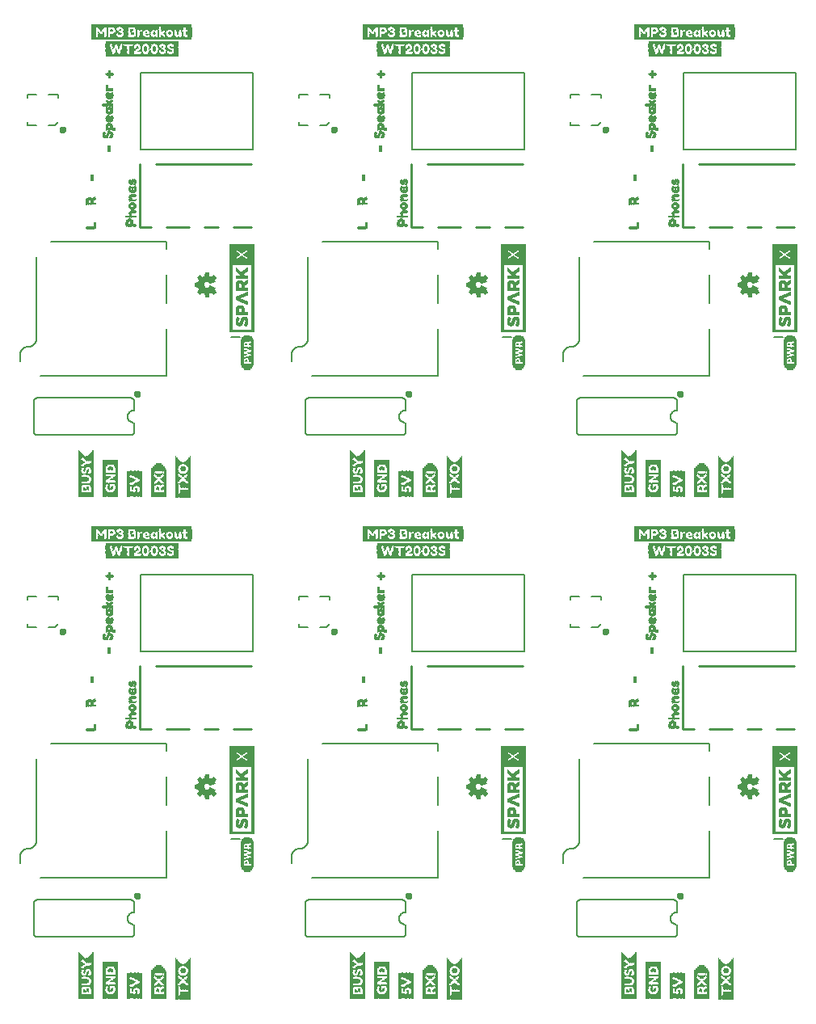
<source format=gto>
G75*
%MOIN*%
%OFA0B0*%
%FSLAX25Y25*%
%IPPOS*%
%LPD*%
%AMOC8*
5,1,8,0,0,1.08239X$1,22.5*
%
%ADD10C,0.00039*%
%ADD11C,0.00299*%
%ADD12R,0.00157X0.15276*%
%ADD13R,0.00157X0.03307*%
%ADD14R,0.00157X0.11024*%
%ADD15R,0.00157X0.02992*%
%ADD16R,0.00157X0.01260*%
%ADD17R,0.00157X0.01890*%
%ADD18R,0.00157X0.00630*%
%ADD19R,0.00157X0.02677*%
%ADD20R,0.00157X0.00787*%
%ADD21R,0.00157X0.01575*%
%ADD22R,0.00157X0.00472*%
%ADD23R,0.00157X0.02520*%
%ADD24R,0.00157X0.01417*%
%ADD25R,0.00157X0.02205*%
%ADD26R,0.00157X0.02362*%
%ADD27R,0.00157X0.02047*%
%ADD28R,0.00157X0.01102*%
%ADD29R,0.00157X0.00945*%
%ADD30R,0.00157X0.02835*%
%ADD31R,0.00157X0.01732*%
%ADD32R,0.00157X0.00157*%
%ADD33R,0.00157X0.00315*%
%ADD34R,0.00157X0.03150*%
%ADD35C,0.00800*%
%ADD36C,0.00010*%
%ADD37R,0.00118X0.10748*%
%ADD38R,0.00118X0.11457*%
%ADD39R,0.00079X0.11929*%
%ADD40R,0.00157X0.12402*%
%ADD41R,0.00118X0.12638*%
%ADD42R,0.00118X0.12874*%
%ADD43R,0.00079X0.13110*%
%ADD44R,0.00118X0.04961*%
%ADD45R,0.00118X0.03071*%
%ADD46R,0.00118X0.05079*%
%ADD47R,0.00157X0.02244*%
%ADD48R,0.00157X0.01181*%
%ADD49R,0.00118X0.02244*%
%ADD50R,0.00118X0.00591*%
%ADD51R,0.00118X0.00945*%
%ADD52R,0.00118X0.00354*%
%ADD53R,0.00118X0.02598*%
%ADD54R,0.00118X0.02362*%
%ADD55R,0.00118X0.00472*%
%ADD56R,0.00118X0.00827*%
%ADD57R,0.00118X0.02480*%
%ADD58R,0.00157X0.02480*%
%ADD59R,0.00157X0.00236*%
%ADD60R,0.00157X0.00709*%
%ADD61R,0.00157X0.00354*%
%ADD62R,0.00118X0.00709*%
%ADD63R,0.00118X0.00236*%
%ADD64R,0.00157X0.02598*%
%ADD65R,0.00157X0.00591*%
%ADD66R,0.00157X0.00118*%
%ADD67R,0.00118X0.02717*%
%ADD68R,0.00118X0.02835*%
%ADD69R,0.00157X0.00827*%
%ADD70R,0.00118X0.01299*%
%ADD71R,0.00118X0.01654*%
%ADD72R,0.00118X0.01063*%
%ADD73R,0.00157X0.01063*%
%ADD74R,0.00118X0.01181*%
%ADD75R,0.00118X0.02126*%
%ADD76R,0.00157X0.02126*%
%ADD77R,0.00118X0.01417*%
%ADD78R,0.00118X0.13110*%
%ADD79R,0.00118X0.12402*%
%ADD80R,0.00118X0.11929*%
%ADD81R,0.00197X0.02362*%
%ADD82R,0.00197X0.02559*%
%ADD83R,0.00197X0.02756*%
%ADD84R,0.00236X0.02756*%
%ADD85R,0.00197X0.00197*%
%ADD86R,0.00197X0.00984*%
%ADD87R,0.00197X0.01378*%
%ADD88R,0.00197X0.02953*%
%ADD89R,0.00236X0.03346*%
%ADD90R,0.00197X0.03346*%
%ADD91R,0.00236X0.01378*%
%ADD92R,0.00236X0.00591*%
%ADD93C,0.01000*%
%ADD94R,0.00157X0.17165*%
%ADD95R,0.00157X0.17008*%
%ADD96R,0.00157X0.16850*%
%ADD97R,0.00157X0.16693*%
%ADD98R,0.00157X0.16535*%
%ADD99R,0.00157X0.16378*%
%ADD100R,0.00157X0.16220*%
%ADD101R,0.00157X0.06142*%
%ADD102R,0.00157X0.03937*%
%ADD103R,0.00157X0.03465*%
%ADD104R,0.00157X0.11339*%
%ADD105R,0.00157X0.11496*%
%ADD106R,0.00157X0.11811*%
%ADD107R,0.00157X0.11969*%
%ADD108R,0.00157X0.12126*%
%ADD109R,0.00157X0.12283*%
%ADD110R,0.00157X0.12441*%
%ADD111R,0.00157X0.05669*%
%ADD112R,0.00157X0.03622*%
%ADD113R,0.00157X0.19370*%
%ADD114R,0.00157X0.19213*%
%ADD115R,0.00157X0.19055*%
%ADD116R,0.00157X0.18898*%
%ADD117R,0.00157X0.18740*%
%ADD118R,0.00157X0.18583*%
%ADD119R,0.00157X0.18425*%
%ADD120R,0.00157X0.10394*%
%ADD121R,0.41417X0.00157*%
%ADD122R,0.28031X0.00157*%
%ADD123R,0.12756X0.00157*%
%ADD124R,0.11339X0.00157*%
%ADD125R,0.15748X0.00157*%
%ADD126R,0.12598X0.00157*%
%ADD127R,0.01890X0.00157*%
%ADD128R,0.02677X0.00157*%
%ADD129R,0.00630X0.00157*%
%ADD130R,0.02047X0.00157*%
%ADD131R,0.10236X0.00157*%
%ADD132R,0.01732X0.00157*%
%ADD133R,0.02362X0.00157*%
%ADD134R,0.00472X0.00157*%
%ADD135R,0.01417X0.00157*%
%ADD136R,0.09921X0.00157*%
%ADD137R,0.09134X0.00157*%
%ADD138R,0.02520X0.00157*%
%ADD139R,0.01102X0.00157*%
%ADD140R,0.02205X0.00157*%
%ADD141R,0.09764X0.00157*%
%ADD142R,0.00945X0.00157*%
%ADD143R,0.09606X0.00157*%
%ADD144R,0.00315X0.00157*%
%ADD145R,0.02835X0.00157*%
%ADD146R,0.01260X0.00157*%
%ADD147R,0.00787X0.00157*%
%ADD148R,0.01575X0.00157*%
%ADD149R,0.02992X0.00157*%
%ADD150R,0.03465X0.00157*%
%ADD151R,0.30079X0.00157*%
%ADD152R,0.04094X0.00157*%
%ADD153R,0.06142X0.00157*%
%ADD154R,0.03622X0.00157*%
%ADD155R,0.03307X0.00157*%
%ADD156R,0.03150X0.00157*%
%ADD157C,0.00500*%
%ADD158R,0.00157X0.10551*%
%ADD159R,0.00157X0.05197*%
D10*
X0127768Y0105000D02*
X0127768Y0132958D01*
X0127768Y0141000D01*
X0133235Y0141000D01*
X0137732Y0141000D01*
X0137732Y0132634D01*
X0136807Y0132634D01*
X0136807Y0132958D01*
X0133235Y0132958D01*
X0133235Y0135992D01*
X0135166Y0134668D01*
X0135166Y0135874D01*
X0133510Y0136964D01*
X0135166Y0138048D01*
X0135166Y0139297D01*
X0133235Y0137980D01*
X0133235Y0141000D01*
X0133235Y0137980D01*
X0132696Y0137612D01*
X0130338Y0139225D01*
X0130338Y0138019D01*
X0131904Y0136997D01*
X0130338Y0135982D01*
X0130338Y0134740D01*
X0132710Y0136352D01*
X0133235Y0135992D01*
X0133235Y0132958D01*
X0128693Y0132958D01*
X0128693Y0105925D01*
X0136807Y0105925D01*
X0136807Y0132634D01*
X0137732Y0132634D01*
X0137732Y0105000D01*
X0127768Y0105000D01*
X0127768Y0105020D02*
X0137732Y0105020D01*
X0137732Y0105058D02*
X0127768Y0105058D01*
X0127768Y0105096D02*
X0137732Y0105096D01*
X0137732Y0105134D02*
X0127768Y0105134D01*
X0127768Y0105172D02*
X0137732Y0105172D01*
X0137732Y0105210D02*
X0127768Y0105210D01*
X0127768Y0105248D02*
X0137732Y0105248D01*
X0137732Y0105286D02*
X0127768Y0105286D01*
X0127768Y0105323D02*
X0137732Y0105323D01*
X0137732Y0105361D02*
X0127768Y0105361D01*
X0127768Y0105399D02*
X0137732Y0105399D01*
X0137732Y0105437D02*
X0127768Y0105437D01*
X0127768Y0105475D02*
X0137732Y0105475D01*
X0137732Y0105513D02*
X0127768Y0105513D01*
X0127768Y0105551D02*
X0137732Y0105551D01*
X0137732Y0105589D02*
X0127768Y0105589D01*
X0127768Y0105627D02*
X0137732Y0105627D01*
X0137732Y0105664D02*
X0127768Y0105664D01*
X0127768Y0105702D02*
X0137732Y0105702D01*
X0137732Y0105740D02*
X0127768Y0105740D01*
X0127768Y0105778D02*
X0137732Y0105778D01*
X0137732Y0105816D02*
X0127768Y0105816D01*
X0127768Y0105854D02*
X0137732Y0105854D01*
X0137732Y0105892D02*
X0127768Y0105892D01*
X0127768Y0105930D02*
X0128693Y0105930D01*
X0128693Y0105967D02*
X0127768Y0105967D01*
X0127768Y0106005D02*
X0128693Y0106005D01*
X0128693Y0106043D02*
X0127768Y0106043D01*
X0127768Y0106081D02*
X0128693Y0106081D01*
X0128693Y0106119D02*
X0127768Y0106119D01*
X0127768Y0106157D02*
X0128693Y0106157D01*
X0128693Y0106195D02*
X0127768Y0106195D01*
X0127768Y0106233D02*
X0128693Y0106233D01*
X0128693Y0106271D02*
X0127768Y0106271D01*
X0127768Y0106308D02*
X0128693Y0106308D01*
X0128693Y0106346D02*
X0127768Y0106346D01*
X0127768Y0106384D02*
X0128693Y0106384D01*
X0128693Y0106422D02*
X0127768Y0106422D01*
X0127768Y0106460D02*
X0128693Y0106460D01*
X0128693Y0106498D02*
X0127768Y0106498D01*
X0127768Y0106536D02*
X0128693Y0106536D01*
X0128693Y0106574D02*
X0127768Y0106574D01*
X0127768Y0106611D02*
X0128693Y0106611D01*
X0128693Y0106649D02*
X0127768Y0106649D01*
X0127768Y0106687D02*
X0128693Y0106687D01*
X0128693Y0106725D02*
X0127768Y0106725D01*
X0127768Y0106763D02*
X0128693Y0106763D01*
X0128693Y0106801D02*
X0127768Y0106801D01*
X0127768Y0106839D02*
X0128693Y0106839D01*
X0128693Y0106877D02*
X0127768Y0106877D01*
X0127768Y0106914D02*
X0128693Y0106914D01*
X0128693Y0106952D02*
X0127768Y0106952D01*
X0127768Y0106990D02*
X0128693Y0106990D01*
X0128693Y0107028D02*
X0127768Y0107028D01*
X0127768Y0107066D02*
X0128693Y0107066D01*
X0128693Y0107104D02*
X0127768Y0107104D01*
X0127768Y0107142D02*
X0128693Y0107142D01*
X0128693Y0107180D02*
X0127768Y0107180D01*
X0127768Y0107218D02*
X0128693Y0107218D01*
X0128693Y0107255D02*
X0127768Y0107255D01*
X0127768Y0107293D02*
X0128693Y0107293D01*
X0128693Y0107331D02*
X0127768Y0107331D01*
X0127768Y0107369D02*
X0128693Y0107369D01*
X0128693Y0107407D02*
X0127768Y0107407D01*
X0127768Y0107445D02*
X0128693Y0107445D01*
X0128693Y0107483D02*
X0127768Y0107483D01*
X0127768Y0107521D02*
X0128693Y0107521D01*
X0128693Y0107558D02*
X0127768Y0107558D01*
X0127768Y0107596D02*
X0128693Y0107596D01*
X0128693Y0107634D02*
X0127768Y0107634D01*
X0127768Y0107672D02*
X0128693Y0107672D01*
X0128693Y0107710D02*
X0127768Y0107710D01*
X0127768Y0107748D02*
X0128693Y0107748D01*
X0128693Y0107786D02*
X0127768Y0107786D01*
X0127768Y0107824D02*
X0128693Y0107824D01*
X0128693Y0107862D02*
X0127768Y0107862D01*
X0127768Y0107899D02*
X0128693Y0107899D01*
X0128693Y0107937D02*
X0127768Y0107937D01*
X0127768Y0107975D02*
X0128693Y0107975D01*
X0128693Y0108013D02*
X0127768Y0108013D01*
X0127768Y0108051D02*
X0128693Y0108051D01*
X0128693Y0108089D02*
X0127768Y0108089D01*
X0127768Y0108127D02*
X0128693Y0108127D01*
X0128693Y0108165D02*
X0127768Y0108165D01*
X0127768Y0108202D02*
X0128693Y0108202D01*
X0128693Y0108240D02*
X0127768Y0108240D01*
X0127768Y0108278D02*
X0128693Y0108278D01*
X0128693Y0108316D02*
X0127768Y0108316D01*
X0127768Y0108354D02*
X0128693Y0108354D01*
X0128693Y0108392D02*
X0127768Y0108392D01*
X0127768Y0108430D02*
X0128693Y0108430D01*
X0128693Y0108468D02*
X0127768Y0108468D01*
X0127768Y0108506D02*
X0128693Y0108506D01*
X0128693Y0108543D02*
X0127768Y0108543D01*
X0127768Y0108581D02*
X0128693Y0108581D01*
X0128693Y0108619D02*
X0127768Y0108619D01*
X0127768Y0108657D02*
X0128693Y0108657D01*
X0128693Y0108695D02*
X0127768Y0108695D01*
X0127768Y0108733D02*
X0128693Y0108733D01*
X0128693Y0108771D02*
X0127768Y0108771D01*
X0127768Y0108809D02*
X0128693Y0108809D01*
X0128693Y0108846D02*
X0127768Y0108846D01*
X0127768Y0108884D02*
X0128693Y0108884D01*
X0128693Y0108922D02*
X0127768Y0108922D01*
X0127768Y0108960D02*
X0128693Y0108960D01*
X0128693Y0108998D02*
X0127768Y0108998D01*
X0127768Y0109036D02*
X0128693Y0109036D01*
X0128693Y0109074D02*
X0127768Y0109074D01*
X0127768Y0109112D02*
X0128693Y0109112D01*
X0128693Y0109149D02*
X0127768Y0109149D01*
X0127768Y0109187D02*
X0128693Y0109187D01*
X0128693Y0109225D02*
X0127768Y0109225D01*
X0127768Y0109263D02*
X0128693Y0109263D01*
X0128693Y0109301D02*
X0127768Y0109301D01*
X0127768Y0109339D02*
X0128693Y0109339D01*
X0128693Y0109377D02*
X0127768Y0109377D01*
X0127768Y0109415D02*
X0128693Y0109415D01*
X0128693Y0109453D02*
X0127768Y0109453D01*
X0127768Y0109490D02*
X0128693Y0109490D01*
X0128693Y0109528D02*
X0127768Y0109528D01*
X0127768Y0109566D02*
X0128693Y0109566D01*
X0128693Y0109604D02*
X0127768Y0109604D01*
X0127768Y0109642D02*
X0128693Y0109642D01*
X0128693Y0109680D02*
X0127768Y0109680D01*
X0127768Y0109718D02*
X0128693Y0109718D01*
X0128693Y0109756D02*
X0127768Y0109756D01*
X0127768Y0109793D02*
X0128693Y0109793D01*
X0128693Y0109831D02*
X0127768Y0109831D01*
X0127768Y0109869D02*
X0128693Y0109869D01*
X0128693Y0109907D02*
X0127768Y0109907D01*
X0127768Y0109945D02*
X0128693Y0109945D01*
X0128693Y0109983D02*
X0127768Y0109983D01*
X0127768Y0110021D02*
X0128693Y0110021D01*
X0128693Y0110059D02*
X0127768Y0110059D01*
X0127768Y0110097D02*
X0128693Y0110097D01*
X0128693Y0110134D02*
X0127768Y0110134D01*
X0127768Y0110172D02*
X0128693Y0110172D01*
X0128693Y0110210D02*
X0127768Y0110210D01*
X0127768Y0110248D02*
X0128693Y0110248D01*
X0128693Y0110286D02*
X0127768Y0110286D01*
X0127768Y0110324D02*
X0128693Y0110324D01*
X0128693Y0110362D02*
X0127768Y0110362D01*
X0127768Y0110400D02*
X0128693Y0110400D01*
X0128693Y0110437D02*
X0127768Y0110437D01*
X0127768Y0110475D02*
X0128693Y0110475D01*
X0128693Y0110513D02*
X0127768Y0110513D01*
X0127768Y0110551D02*
X0128693Y0110551D01*
X0128693Y0110589D02*
X0127768Y0110589D01*
X0127768Y0110627D02*
X0128693Y0110627D01*
X0128693Y0110665D02*
X0127768Y0110665D01*
X0127768Y0110703D02*
X0128693Y0110703D01*
X0128693Y0110741D02*
X0127768Y0110741D01*
X0127768Y0110778D02*
X0128693Y0110778D01*
X0128693Y0110816D02*
X0127768Y0110816D01*
X0127768Y0110854D02*
X0128693Y0110854D01*
X0128693Y0110892D02*
X0127768Y0110892D01*
X0127768Y0110930D02*
X0128693Y0110930D01*
X0128693Y0110968D02*
X0127768Y0110968D01*
X0127768Y0111006D02*
X0128693Y0111006D01*
X0128693Y0111044D02*
X0127768Y0111044D01*
X0127768Y0111081D02*
X0128693Y0111081D01*
X0128693Y0111119D02*
X0127768Y0111119D01*
X0127768Y0111157D02*
X0128693Y0111157D01*
X0128693Y0111195D02*
X0127768Y0111195D01*
X0127768Y0111233D02*
X0128693Y0111233D01*
X0128693Y0111271D02*
X0127768Y0111271D01*
X0127768Y0111309D02*
X0128693Y0111309D01*
X0128693Y0111347D02*
X0127768Y0111347D01*
X0127768Y0111384D02*
X0128693Y0111384D01*
X0128693Y0111422D02*
X0127768Y0111422D01*
X0127768Y0111460D02*
X0128693Y0111460D01*
X0128693Y0111498D02*
X0127768Y0111498D01*
X0127768Y0111536D02*
X0128693Y0111536D01*
X0128693Y0111574D02*
X0127768Y0111574D01*
X0127768Y0111612D02*
X0128693Y0111612D01*
X0128693Y0111650D02*
X0127768Y0111650D01*
X0127768Y0111688D02*
X0128693Y0111688D01*
X0128693Y0111725D02*
X0127768Y0111725D01*
X0127768Y0111763D02*
X0128693Y0111763D01*
X0128693Y0111801D02*
X0127768Y0111801D01*
X0127768Y0111839D02*
X0128693Y0111839D01*
X0128693Y0111877D02*
X0127768Y0111877D01*
X0127768Y0111915D02*
X0128693Y0111915D01*
X0128693Y0111953D02*
X0127768Y0111953D01*
X0127768Y0111991D02*
X0128693Y0111991D01*
X0128693Y0112028D02*
X0127768Y0112028D01*
X0127768Y0112066D02*
X0128693Y0112066D01*
X0128693Y0112104D02*
X0127768Y0112104D01*
X0127768Y0112142D02*
X0128693Y0112142D01*
X0128693Y0112180D02*
X0127768Y0112180D01*
X0127768Y0112218D02*
X0128693Y0112218D01*
X0128693Y0112256D02*
X0127768Y0112256D01*
X0127768Y0112294D02*
X0128693Y0112294D01*
X0128693Y0112332D02*
X0127768Y0112332D01*
X0127768Y0112369D02*
X0128693Y0112369D01*
X0128693Y0112407D02*
X0127768Y0112407D01*
X0127768Y0112445D02*
X0128693Y0112445D01*
X0128693Y0112483D02*
X0127768Y0112483D01*
X0127768Y0112521D02*
X0128693Y0112521D01*
X0128693Y0112559D02*
X0127768Y0112559D01*
X0127768Y0112597D02*
X0128693Y0112597D01*
X0128693Y0112635D02*
X0127768Y0112635D01*
X0127768Y0112672D02*
X0128693Y0112672D01*
X0128693Y0112710D02*
X0127768Y0112710D01*
X0127768Y0112748D02*
X0128693Y0112748D01*
X0128693Y0112786D02*
X0127768Y0112786D01*
X0127768Y0112824D02*
X0128693Y0112824D01*
X0128693Y0112862D02*
X0127768Y0112862D01*
X0127768Y0112900D02*
X0128693Y0112900D01*
X0128693Y0112938D02*
X0127768Y0112938D01*
X0127768Y0112976D02*
X0128693Y0112976D01*
X0128693Y0113013D02*
X0127768Y0113013D01*
X0127768Y0113051D02*
X0128693Y0113051D01*
X0128693Y0113089D02*
X0127768Y0113089D01*
X0127768Y0113127D02*
X0128693Y0113127D01*
X0128693Y0113165D02*
X0127768Y0113165D01*
X0127768Y0113203D02*
X0128693Y0113203D01*
X0128693Y0113241D02*
X0127768Y0113241D01*
X0127768Y0113279D02*
X0128693Y0113279D01*
X0128693Y0113316D02*
X0127768Y0113316D01*
X0127768Y0113354D02*
X0128693Y0113354D01*
X0128693Y0113392D02*
X0127768Y0113392D01*
X0127768Y0113430D02*
X0128693Y0113430D01*
X0128693Y0113468D02*
X0127768Y0113468D01*
X0127768Y0113506D02*
X0128693Y0113506D01*
X0128693Y0113544D02*
X0127768Y0113544D01*
X0127768Y0113582D02*
X0128693Y0113582D01*
X0128693Y0113620D02*
X0127768Y0113620D01*
X0127768Y0113657D02*
X0128693Y0113657D01*
X0128693Y0113695D02*
X0127768Y0113695D01*
X0127768Y0113733D02*
X0128693Y0113733D01*
X0128693Y0113771D02*
X0127768Y0113771D01*
X0127768Y0113809D02*
X0128693Y0113809D01*
X0128693Y0113847D02*
X0127768Y0113847D01*
X0127768Y0113885D02*
X0128693Y0113885D01*
X0128693Y0113923D02*
X0127768Y0113923D01*
X0127768Y0113960D02*
X0128693Y0113960D01*
X0128693Y0113998D02*
X0127768Y0113998D01*
X0127768Y0114036D02*
X0128693Y0114036D01*
X0128693Y0114074D02*
X0127768Y0114074D01*
X0127768Y0114112D02*
X0128693Y0114112D01*
X0128693Y0114150D02*
X0127768Y0114150D01*
X0127768Y0114188D02*
X0128693Y0114188D01*
X0128693Y0114226D02*
X0127768Y0114226D01*
X0127768Y0114263D02*
X0128693Y0114263D01*
X0128693Y0114301D02*
X0127768Y0114301D01*
X0127768Y0114339D02*
X0128693Y0114339D01*
X0128693Y0114377D02*
X0127768Y0114377D01*
X0127768Y0114415D02*
X0128693Y0114415D01*
X0128693Y0114453D02*
X0127768Y0114453D01*
X0127768Y0114491D02*
X0128693Y0114491D01*
X0128693Y0114529D02*
X0127768Y0114529D01*
X0127768Y0114567D02*
X0128693Y0114567D01*
X0128693Y0114604D02*
X0127768Y0114604D01*
X0127768Y0114642D02*
X0128693Y0114642D01*
X0128693Y0114680D02*
X0127768Y0114680D01*
X0127768Y0114718D02*
X0128693Y0114718D01*
X0128693Y0114756D02*
X0127768Y0114756D01*
X0127768Y0114794D02*
X0128693Y0114794D01*
X0128693Y0114832D02*
X0127768Y0114832D01*
X0127768Y0114870D02*
X0128693Y0114870D01*
X0128693Y0114907D02*
X0127768Y0114907D01*
X0127768Y0114945D02*
X0128693Y0114945D01*
X0128693Y0114983D02*
X0127768Y0114983D01*
X0127768Y0115021D02*
X0128693Y0115021D01*
X0128693Y0115059D02*
X0127768Y0115059D01*
X0127768Y0115097D02*
X0128693Y0115097D01*
X0128693Y0115135D02*
X0127768Y0115135D01*
X0127768Y0115173D02*
X0128693Y0115173D01*
X0128693Y0115211D02*
X0127768Y0115211D01*
X0127768Y0115248D02*
X0128693Y0115248D01*
X0128693Y0115286D02*
X0127768Y0115286D01*
X0127768Y0115324D02*
X0128693Y0115324D01*
X0128693Y0115362D02*
X0127768Y0115362D01*
X0127768Y0115400D02*
X0128693Y0115400D01*
X0128693Y0115438D02*
X0127768Y0115438D01*
X0127768Y0115476D02*
X0128693Y0115476D01*
X0128693Y0115514D02*
X0127768Y0115514D01*
X0127768Y0115551D02*
X0128693Y0115551D01*
X0128693Y0115589D02*
X0127768Y0115589D01*
X0127768Y0115627D02*
X0128693Y0115627D01*
X0128693Y0115665D02*
X0127768Y0115665D01*
X0127768Y0115703D02*
X0128693Y0115703D01*
X0128693Y0115741D02*
X0127768Y0115741D01*
X0127768Y0115779D02*
X0128693Y0115779D01*
X0128693Y0115817D02*
X0127768Y0115817D01*
X0127768Y0115855D02*
X0128693Y0115855D01*
X0128693Y0115892D02*
X0127768Y0115892D01*
X0127768Y0115930D02*
X0128693Y0115930D01*
X0128693Y0115968D02*
X0127768Y0115968D01*
X0127768Y0116006D02*
X0128693Y0116006D01*
X0128693Y0116044D02*
X0127768Y0116044D01*
X0127768Y0116082D02*
X0128693Y0116082D01*
X0128693Y0116120D02*
X0127768Y0116120D01*
X0127768Y0116158D02*
X0128693Y0116158D01*
X0128693Y0116195D02*
X0127768Y0116195D01*
X0127768Y0116233D02*
X0128693Y0116233D01*
X0128693Y0116271D02*
X0127768Y0116271D01*
X0127768Y0116309D02*
X0128693Y0116309D01*
X0128693Y0116347D02*
X0127768Y0116347D01*
X0127768Y0116385D02*
X0128693Y0116385D01*
X0128693Y0116423D02*
X0127768Y0116423D01*
X0127768Y0116461D02*
X0128693Y0116461D01*
X0128693Y0116498D02*
X0127768Y0116498D01*
X0127768Y0116536D02*
X0128693Y0116536D01*
X0128693Y0116574D02*
X0127768Y0116574D01*
X0127768Y0116612D02*
X0128693Y0116612D01*
X0128693Y0116650D02*
X0127768Y0116650D01*
X0127768Y0116688D02*
X0128693Y0116688D01*
X0128693Y0116726D02*
X0127768Y0116726D01*
X0127768Y0116764D02*
X0128693Y0116764D01*
X0128693Y0116802D02*
X0127768Y0116802D01*
X0127768Y0116839D02*
X0128693Y0116839D01*
X0128693Y0116877D02*
X0127768Y0116877D01*
X0127768Y0116915D02*
X0128693Y0116915D01*
X0128693Y0116953D02*
X0127768Y0116953D01*
X0127768Y0116991D02*
X0128693Y0116991D01*
X0128693Y0117029D02*
X0127768Y0117029D01*
X0127768Y0117067D02*
X0128693Y0117067D01*
X0128693Y0117105D02*
X0127768Y0117105D01*
X0127768Y0117142D02*
X0128693Y0117142D01*
X0128693Y0117180D02*
X0127768Y0117180D01*
X0127768Y0117218D02*
X0128693Y0117218D01*
X0128693Y0117256D02*
X0127768Y0117256D01*
X0127768Y0117294D02*
X0128693Y0117294D01*
X0128693Y0117332D02*
X0127768Y0117332D01*
X0127768Y0117370D02*
X0128693Y0117370D01*
X0128693Y0117408D02*
X0127768Y0117408D01*
X0127768Y0117446D02*
X0128693Y0117446D01*
X0128693Y0117483D02*
X0127768Y0117483D01*
X0127768Y0117521D02*
X0128693Y0117521D01*
X0128693Y0117559D02*
X0127768Y0117559D01*
X0127768Y0117597D02*
X0128693Y0117597D01*
X0128693Y0117635D02*
X0127768Y0117635D01*
X0127768Y0117673D02*
X0128693Y0117673D01*
X0128693Y0117711D02*
X0127768Y0117711D01*
X0127768Y0117749D02*
X0128693Y0117749D01*
X0128693Y0117786D02*
X0127768Y0117786D01*
X0127768Y0117824D02*
X0128693Y0117824D01*
X0128693Y0117862D02*
X0127768Y0117862D01*
X0127768Y0117900D02*
X0128693Y0117900D01*
X0128693Y0117938D02*
X0127768Y0117938D01*
X0127768Y0117976D02*
X0128693Y0117976D01*
X0128693Y0118014D02*
X0127768Y0118014D01*
X0127768Y0118052D02*
X0128693Y0118052D01*
X0128693Y0118090D02*
X0127768Y0118090D01*
X0127768Y0118127D02*
X0128693Y0118127D01*
X0128693Y0118165D02*
X0127768Y0118165D01*
X0127768Y0118203D02*
X0128693Y0118203D01*
X0128693Y0118241D02*
X0127768Y0118241D01*
X0127768Y0118279D02*
X0128693Y0118279D01*
X0128693Y0118317D02*
X0127768Y0118317D01*
X0127768Y0118355D02*
X0128693Y0118355D01*
X0128693Y0118393D02*
X0127768Y0118393D01*
X0127768Y0118430D02*
X0128693Y0118430D01*
X0128693Y0118468D02*
X0127768Y0118468D01*
X0127768Y0118506D02*
X0128693Y0118506D01*
X0128693Y0118544D02*
X0127768Y0118544D01*
X0127768Y0118582D02*
X0128693Y0118582D01*
X0128693Y0118620D02*
X0127768Y0118620D01*
X0127768Y0118658D02*
X0128693Y0118658D01*
X0128693Y0118696D02*
X0127768Y0118696D01*
X0127768Y0118733D02*
X0128693Y0118733D01*
X0128693Y0118771D02*
X0127768Y0118771D01*
X0127768Y0118809D02*
X0128693Y0118809D01*
X0128693Y0118847D02*
X0127768Y0118847D01*
X0127768Y0118885D02*
X0128693Y0118885D01*
X0128693Y0118923D02*
X0127768Y0118923D01*
X0127768Y0118961D02*
X0128693Y0118961D01*
X0128693Y0118999D02*
X0127768Y0118999D01*
X0127768Y0119037D02*
X0128693Y0119037D01*
X0128693Y0119074D02*
X0127768Y0119074D01*
X0127768Y0119112D02*
X0128693Y0119112D01*
X0128693Y0119150D02*
X0127768Y0119150D01*
X0127768Y0119188D02*
X0128693Y0119188D01*
X0128693Y0119226D02*
X0127768Y0119226D01*
X0127768Y0119264D02*
X0128693Y0119264D01*
X0128693Y0119302D02*
X0127768Y0119302D01*
X0127768Y0119340D02*
X0128693Y0119340D01*
X0128693Y0119377D02*
X0127768Y0119377D01*
X0127768Y0119415D02*
X0128693Y0119415D01*
X0128693Y0119453D02*
X0127768Y0119453D01*
X0127768Y0119491D02*
X0128693Y0119491D01*
X0128693Y0119529D02*
X0127768Y0119529D01*
X0127768Y0119567D02*
X0128693Y0119567D01*
X0128693Y0119605D02*
X0127768Y0119605D01*
X0127768Y0119643D02*
X0128693Y0119643D01*
X0128693Y0119681D02*
X0127768Y0119681D01*
X0127768Y0119718D02*
X0128693Y0119718D01*
X0128693Y0119756D02*
X0127768Y0119756D01*
X0127768Y0119794D02*
X0128693Y0119794D01*
X0128693Y0119832D02*
X0127768Y0119832D01*
X0127768Y0119870D02*
X0128693Y0119870D01*
X0128693Y0119908D02*
X0127768Y0119908D01*
X0127768Y0119946D02*
X0128693Y0119946D01*
X0128693Y0119984D02*
X0127768Y0119984D01*
X0127768Y0120021D02*
X0128693Y0120021D01*
X0128693Y0120059D02*
X0127768Y0120059D01*
X0127768Y0120097D02*
X0128693Y0120097D01*
X0128693Y0120135D02*
X0127768Y0120135D01*
X0127768Y0120173D02*
X0128693Y0120173D01*
X0128693Y0120211D02*
X0127768Y0120211D01*
X0127768Y0120249D02*
X0128693Y0120249D01*
X0128693Y0120287D02*
X0127768Y0120287D01*
X0127768Y0120325D02*
X0128693Y0120325D01*
X0128693Y0120362D02*
X0127768Y0120362D01*
X0127768Y0120400D02*
X0128693Y0120400D01*
X0128693Y0120438D02*
X0127768Y0120438D01*
X0127768Y0120476D02*
X0128693Y0120476D01*
X0128693Y0120514D02*
X0127768Y0120514D01*
X0127768Y0120552D02*
X0128693Y0120552D01*
X0128693Y0120590D02*
X0127768Y0120590D01*
X0127768Y0120628D02*
X0128693Y0120628D01*
X0128693Y0120665D02*
X0127768Y0120665D01*
X0127768Y0120703D02*
X0128693Y0120703D01*
X0128693Y0120741D02*
X0127768Y0120741D01*
X0127768Y0120779D02*
X0128693Y0120779D01*
X0128693Y0120817D02*
X0127768Y0120817D01*
X0127768Y0120855D02*
X0128693Y0120855D01*
X0128693Y0120893D02*
X0127768Y0120893D01*
X0127768Y0120931D02*
X0128693Y0120931D01*
X0128693Y0120968D02*
X0127768Y0120968D01*
X0127768Y0121006D02*
X0128693Y0121006D01*
X0128693Y0121044D02*
X0127768Y0121044D01*
X0127768Y0121082D02*
X0128693Y0121082D01*
X0128693Y0121120D02*
X0127768Y0121120D01*
X0127768Y0121158D02*
X0128693Y0121158D01*
X0128693Y0121196D02*
X0127768Y0121196D01*
X0127768Y0121234D02*
X0128693Y0121234D01*
X0128693Y0121272D02*
X0127768Y0121272D01*
X0127768Y0121309D02*
X0128693Y0121309D01*
X0128693Y0121347D02*
X0127768Y0121347D01*
X0127768Y0121385D02*
X0128693Y0121385D01*
X0128693Y0121423D02*
X0127768Y0121423D01*
X0127768Y0121461D02*
X0128693Y0121461D01*
X0128693Y0121499D02*
X0127768Y0121499D01*
X0127768Y0121537D02*
X0128693Y0121537D01*
X0128693Y0121575D02*
X0127768Y0121575D01*
X0127768Y0121612D02*
X0128693Y0121612D01*
X0128693Y0121650D02*
X0127768Y0121650D01*
X0127768Y0121688D02*
X0128693Y0121688D01*
X0128693Y0121726D02*
X0127768Y0121726D01*
X0127768Y0121764D02*
X0128693Y0121764D01*
X0128693Y0121802D02*
X0127768Y0121802D01*
X0127768Y0121840D02*
X0128693Y0121840D01*
X0128693Y0121878D02*
X0127768Y0121878D01*
X0127768Y0121916D02*
X0128693Y0121916D01*
X0128693Y0121953D02*
X0127768Y0121953D01*
X0127768Y0121991D02*
X0128693Y0121991D01*
X0128693Y0122029D02*
X0127768Y0122029D01*
X0127768Y0122067D02*
X0128693Y0122067D01*
X0128693Y0122105D02*
X0127768Y0122105D01*
X0127768Y0122143D02*
X0128693Y0122143D01*
X0128693Y0122181D02*
X0127768Y0122181D01*
X0127768Y0122219D02*
X0128693Y0122219D01*
X0128693Y0122256D02*
X0127768Y0122256D01*
X0127768Y0122294D02*
X0128693Y0122294D01*
X0128693Y0122332D02*
X0127768Y0122332D01*
X0127768Y0122370D02*
X0128693Y0122370D01*
X0128693Y0122408D02*
X0127768Y0122408D01*
X0127768Y0122446D02*
X0128693Y0122446D01*
X0128693Y0122484D02*
X0127768Y0122484D01*
X0127768Y0122522D02*
X0128693Y0122522D01*
X0128693Y0122560D02*
X0127768Y0122560D01*
X0127768Y0122597D02*
X0128693Y0122597D01*
X0128693Y0122635D02*
X0127768Y0122635D01*
X0127768Y0122673D02*
X0128693Y0122673D01*
X0128693Y0122711D02*
X0127768Y0122711D01*
X0127768Y0122749D02*
X0128693Y0122749D01*
X0128693Y0122787D02*
X0127768Y0122787D01*
X0127768Y0122825D02*
X0128693Y0122825D01*
X0128693Y0122863D02*
X0127768Y0122863D01*
X0127768Y0122900D02*
X0128693Y0122900D01*
X0128693Y0122938D02*
X0127768Y0122938D01*
X0127768Y0122976D02*
X0128693Y0122976D01*
X0128693Y0123014D02*
X0127768Y0123014D01*
X0127768Y0123052D02*
X0128693Y0123052D01*
X0128693Y0123090D02*
X0127768Y0123090D01*
X0127768Y0123128D02*
X0128693Y0123128D01*
X0128693Y0123166D02*
X0127768Y0123166D01*
X0127768Y0123203D02*
X0128693Y0123203D01*
X0128693Y0123241D02*
X0127768Y0123241D01*
X0127768Y0123279D02*
X0128693Y0123279D01*
X0128693Y0123317D02*
X0127768Y0123317D01*
X0127768Y0123355D02*
X0128693Y0123355D01*
X0128693Y0123393D02*
X0127768Y0123393D01*
X0127768Y0123431D02*
X0128693Y0123431D01*
X0128693Y0123469D02*
X0127768Y0123469D01*
X0127768Y0123507D02*
X0128693Y0123507D01*
X0128693Y0123544D02*
X0127768Y0123544D01*
X0127768Y0123582D02*
X0128693Y0123582D01*
X0128693Y0123620D02*
X0127768Y0123620D01*
X0127768Y0123658D02*
X0128693Y0123658D01*
X0128693Y0123696D02*
X0127768Y0123696D01*
X0127768Y0123734D02*
X0128693Y0123734D01*
X0128693Y0123772D02*
X0127768Y0123772D01*
X0127768Y0123810D02*
X0128693Y0123810D01*
X0128693Y0123847D02*
X0127768Y0123847D01*
X0127768Y0123885D02*
X0128693Y0123885D01*
X0128693Y0123923D02*
X0127768Y0123923D01*
X0127768Y0123961D02*
X0128693Y0123961D01*
X0128693Y0123999D02*
X0127768Y0123999D01*
X0127768Y0124037D02*
X0128693Y0124037D01*
X0128693Y0124075D02*
X0127768Y0124075D01*
X0127768Y0124113D02*
X0128693Y0124113D01*
X0128693Y0124151D02*
X0127768Y0124151D01*
X0127768Y0124188D02*
X0128693Y0124188D01*
X0128693Y0124226D02*
X0127768Y0124226D01*
X0127768Y0124264D02*
X0128693Y0124264D01*
X0128693Y0124302D02*
X0127768Y0124302D01*
X0127768Y0124340D02*
X0128693Y0124340D01*
X0128693Y0124378D02*
X0127768Y0124378D01*
X0127768Y0124416D02*
X0128693Y0124416D01*
X0128693Y0124454D02*
X0127768Y0124454D01*
X0127768Y0124491D02*
X0128693Y0124491D01*
X0128693Y0124529D02*
X0127768Y0124529D01*
X0127768Y0124567D02*
X0128693Y0124567D01*
X0128693Y0124605D02*
X0127768Y0124605D01*
X0127768Y0124643D02*
X0128693Y0124643D01*
X0128693Y0124681D02*
X0127768Y0124681D01*
X0127768Y0124719D02*
X0128693Y0124719D01*
X0128693Y0124757D02*
X0127768Y0124757D01*
X0127768Y0124795D02*
X0128693Y0124795D01*
X0128693Y0124832D02*
X0127768Y0124832D01*
X0127768Y0124870D02*
X0128693Y0124870D01*
X0128693Y0124908D02*
X0127768Y0124908D01*
X0127768Y0124946D02*
X0128693Y0124946D01*
X0128693Y0124984D02*
X0127768Y0124984D01*
X0127768Y0125022D02*
X0128693Y0125022D01*
X0128693Y0125060D02*
X0127768Y0125060D01*
X0127768Y0125098D02*
X0128693Y0125098D01*
X0128693Y0125135D02*
X0127768Y0125135D01*
X0127768Y0125173D02*
X0128693Y0125173D01*
X0128693Y0125211D02*
X0127768Y0125211D01*
X0127768Y0125249D02*
X0128693Y0125249D01*
X0128693Y0125287D02*
X0127768Y0125287D01*
X0127768Y0125325D02*
X0128693Y0125325D01*
X0128693Y0125363D02*
X0127768Y0125363D01*
X0127768Y0125401D02*
X0128693Y0125401D01*
X0128693Y0125438D02*
X0127768Y0125438D01*
X0127768Y0125476D02*
X0128693Y0125476D01*
X0128693Y0125514D02*
X0127768Y0125514D01*
X0127768Y0125552D02*
X0128693Y0125552D01*
X0128693Y0125590D02*
X0127768Y0125590D01*
X0127768Y0125628D02*
X0128693Y0125628D01*
X0128693Y0125666D02*
X0127768Y0125666D01*
X0127768Y0125704D02*
X0128693Y0125704D01*
X0128693Y0125742D02*
X0127768Y0125742D01*
X0127768Y0125779D02*
X0128693Y0125779D01*
X0128693Y0125817D02*
X0127768Y0125817D01*
X0127768Y0125855D02*
X0128693Y0125855D01*
X0128693Y0125893D02*
X0127768Y0125893D01*
X0127768Y0125931D02*
X0128693Y0125931D01*
X0128693Y0125969D02*
X0127768Y0125969D01*
X0127768Y0126007D02*
X0128693Y0126007D01*
X0128693Y0126045D02*
X0127768Y0126045D01*
X0127768Y0126082D02*
X0128693Y0126082D01*
X0128693Y0126120D02*
X0127768Y0126120D01*
X0127768Y0126158D02*
X0128693Y0126158D01*
X0128693Y0126196D02*
X0127768Y0126196D01*
X0127768Y0126234D02*
X0128693Y0126234D01*
X0128693Y0126272D02*
X0127768Y0126272D01*
X0127768Y0126310D02*
X0128693Y0126310D01*
X0128693Y0126348D02*
X0127768Y0126348D01*
X0127768Y0126386D02*
X0128693Y0126386D01*
X0128693Y0126423D02*
X0127768Y0126423D01*
X0127768Y0126461D02*
X0128693Y0126461D01*
X0128693Y0126499D02*
X0127768Y0126499D01*
X0127768Y0126537D02*
X0128693Y0126537D01*
X0128693Y0126575D02*
X0127768Y0126575D01*
X0127768Y0126613D02*
X0128693Y0126613D01*
X0128693Y0126651D02*
X0127768Y0126651D01*
X0127768Y0126689D02*
X0128693Y0126689D01*
X0128693Y0126726D02*
X0127768Y0126726D01*
X0127768Y0126764D02*
X0128693Y0126764D01*
X0128693Y0126802D02*
X0127768Y0126802D01*
X0127768Y0126840D02*
X0128693Y0126840D01*
X0128693Y0126878D02*
X0127768Y0126878D01*
X0127768Y0126916D02*
X0128693Y0126916D01*
X0128693Y0126954D02*
X0127768Y0126954D01*
X0127768Y0126992D02*
X0128693Y0126992D01*
X0128693Y0127030D02*
X0127768Y0127030D01*
X0127768Y0127067D02*
X0128693Y0127067D01*
X0128693Y0127105D02*
X0127768Y0127105D01*
X0127768Y0127143D02*
X0128693Y0127143D01*
X0128693Y0127181D02*
X0127768Y0127181D01*
X0127768Y0127219D02*
X0128693Y0127219D01*
X0128693Y0127257D02*
X0127768Y0127257D01*
X0127768Y0127295D02*
X0128693Y0127295D01*
X0128693Y0127333D02*
X0127768Y0127333D01*
X0127768Y0127370D02*
X0128693Y0127370D01*
X0128693Y0127408D02*
X0127768Y0127408D01*
X0127768Y0127446D02*
X0128693Y0127446D01*
X0128693Y0127484D02*
X0127768Y0127484D01*
X0127768Y0127522D02*
X0128693Y0127522D01*
X0128693Y0127560D02*
X0127768Y0127560D01*
X0127768Y0127598D02*
X0128693Y0127598D01*
X0128693Y0127636D02*
X0127768Y0127636D01*
X0127768Y0127673D02*
X0128693Y0127673D01*
X0128693Y0127711D02*
X0127768Y0127711D01*
X0127768Y0127749D02*
X0128693Y0127749D01*
X0128693Y0127787D02*
X0127768Y0127787D01*
X0127768Y0127825D02*
X0128693Y0127825D01*
X0128693Y0127863D02*
X0127768Y0127863D01*
X0127768Y0127901D02*
X0128693Y0127901D01*
X0128693Y0127939D02*
X0127768Y0127939D01*
X0127768Y0127977D02*
X0128693Y0127977D01*
X0128693Y0128014D02*
X0127768Y0128014D01*
X0127768Y0128052D02*
X0128693Y0128052D01*
X0128693Y0128090D02*
X0127768Y0128090D01*
X0127768Y0128128D02*
X0128693Y0128128D01*
X0128693Y0128166D02*
X0127768Y0128166D01*
X0127768Y0128204D02*
X0128693Y0128204D01*
X0128693Y0128242D02*
X0127768Y0128242D01*
X0127768Y0128280D02*
X0128693Y0128280D01*
X0128693Y0128317D02*
X0127768Y0128317D01*
X0127768Y0128355D02*
X0128693Y0128355D01*
X0128693Y0128393D02*
X0127768Y0128393D01*
X0127768Y0128431D02*
X0128693Y0128431D01*
X0128693Y0128469D02*
X0127768Y0128469D01*
X0127768Y0128507D02*
X0128693Y0128507D01*
X0128693Y0128545D02*
X0127768Y0128545D01*
X0127768Y0128583D02*
X0128693Y0128583D01*
X0128693Y0128621D02*
X0127768Y0128621D01*
X0127768Y0128658D02*
X0128693Y0128658D01*
X0128693Y0128696D02*
X0127768Y0128696D01*
X0127768Y0128734D02*
X0128693Y0128734D01*
X0128693Y0128772D02*
X0127768Y0128772D01*
X0127768Y0128810D02*
X0128693Y0128810D01*
X0128693Y0128848D02*
X0127768Y0128848D01*
X0127768Y0128886D02*
X0128693Y0128886D01*
X0128693Y0128924D02*
X0127768Y0128924D01*
X0127768Y0128961D02*
X0128693Y0128961D01*
X0128693Y0128999D02*
X0127768Y0128999D01*
X0127768Y0129037D02*
X0128693Y0129037D01*
X0128693Y0129075D02*
X0127768Y0129075D01*
X0127768Y0129113D02*
X0128693Y0129113D01*
X0128693Y0129151D02*
X0127768Y0129151D01*
X0127768Y0129189D02*
X0128693Y0129189D01*
X0128693Y0129227D02*
X0127768Y0129227D01*
X0127768Y0129265D02*
X0128693Y0129265D01*
X0128693Y0129302D02*
X0127768Y0129302D01*
X0127768Y0129340D02*
X0128693Y0129340D01*
X0128693Y0129378D02*
X0127768Y0129378D01*
X0127768Y0129416D02*
X0128693Y0129416D01*
X0128693Y0129454D02*
X0127768Y0129454D01*
X0127768Y0129492D02*
X0128693Y0129492D01*
X0128693Y0129530D02*
X0127768Y0129530D01*
X0127768Y0129568D02*
X0128693Y0129568D01*
X0128693Y0129605D02*
X0127768Y0129605D01*
X0127768Y0129643D02*
X0128693Y0129643D01*
X0128693Y0129681D02*
X0127768Y0129681D01*
X0127768Y0129719D02*
X0128693Y0129719D01*
X0128693Y0129757D02*
X0127768Y0129757D01*
X0127768Y0129795D02*
X0128693Y0129795D01*
X0128693Y0129833D02*
X0127768Y0129833D01*
X0127768Y0129871D02*
X0128693Y0129871D01*
X0128693Y0129909D02*
X0127768Y0129909D01*
X0127768Y0129946D02*
X0128693Y0129946D01*
X0128693Y0129984D02*
X0127768Y0129984D01*
X0127768Y0130022D02*
X0128693Y0130022D01*
X0128693Y0130060D02*
X0127768Y0130060D01*
X0127768Y0130098D02*
X0128693Y0130098D01*
X0128693Y0130136D02*
X0127768Y0130136D01*
X0127768Y0130174D02*
X0128693Y0130174D01*
X0128693Y0130212D02*
X0127768Y0130212D01*
X0127768Y0130249D02*
X0128693Y0130249D01*
X0128693Y0130287D02*
X0127768Y0130287D01*
X0127768Y0130325D02*
X0128693Y0130325D01*
X0128693Y0130363D02*
X0127768Y0130363D01*
X0127768Y0130401D02*
X0128693Y0130401D01*
X0128693Y0130439D02*
X0127768Y0130439D01*
X0127768Y0130477D02*
X0128693Y0130477D01*
X0128693Y0130515D02*
X0127768Y0130515D01*
X0127768Y0130552D02*
X0128693Y0130552D01*
X0128693Y0130590D02*
X0127768Y0130590D01*
X0127768Y0130628D02*
X0128693Y0130628D01*
X0128693Y0130666D02*
X0127768Y0130666D01*
X0127768Y0130704D02*
X0128693Y0130704D01*
X0128693Y0130742D02*
X0127768Y0130742D01*
X0127768Y0130780D02*
X0128693Y0130780D01*
X0128693Y0130818D02*
X0127768Y0130818D01*
X0127768Y0130856D02*
X0128693Y0130856D01*
X0128693Y0130893D02*
X0127768Y0130893D01*
X0127768Y0130931D02*
X0128693Y0130931D01*
X0128693Y0130969D02*
X0127768Y0130969D01*
X0127768Y0131007D02*
X0128693Y0131007D01*
X0128693Y0131045D02*
X0127768Y0131045D01*
X0127768Y0131083D02*
X0128693Y0131083D01*
X0128693Y0131121D02*
X0127768Y0131121D01*
X0127768Y0131159D02*
X0128693Y0131159D01*
X0128693Y0131196D02*
X0127768Y0131196D01*
X0127768Y0131234D02*
X0128693Y0131234D01*
X0128693Y0131272D02*
X0127768Y0131272D01*
X0127768Y0131310D02*
X0128693Y0131310D01*
X0128693Y0131348D02*
X0127768Y0131348D01*
X0127768Y0131386D02*
X0128693Y0131386D01*
X0128693Y0131424D02*
X0127768Y0131424D01*
X0127768Y0131462D02*
X0128693Y0131462D01*
X0128693Y0131500D02*
X0127768Y0131500D01*
X0127768Y0131537D02*
X0128693Y0131537D01*
X0128693Y0131575D02*
X0127768Y0131575D01*
X0127768Y0131613D02*
X0128693Y0131613D01*
X0128693Y0131651D02*
X0127768Y0131651D01*
X0127768Y0131689D02*
X0128693Y0131689D01*
X0128693Y0131727D02*
X0127768Y0131727D01*
X0127768Y0131765D02*
X0128693Y0131765D01*
X0128693Y0131803D02*
X0127768Y0131803D01*
X0127768Y0131840D02*
X0128693Y0131840D01*
X0128693Y0131878D02*
X0127768Y0131878D01*
X0127768Y0131916D02*
X0128693Y0131916D01*
X0128693Y0131954D02*
X0127768Y0131954D01*
X0127768Y0131992D02*
X0128693Y0131992D01*
X0128693Y0132030D02*
X0127768Y0132030D01*
X0127768Y0132068D02*
X0128693Y0132068D01*
X0128693Y0132106D02*
X0127768Y0132106D01*
X0127768Y0132144D02*
X0128693Y0132144D01*
X0128693Y0132181D02*
X0127768Y0132181D01*
X0127768Y0132219D02*
X0128693Y0132219D01*
X0128693Y0132257D02*
X0127768Y0132257D01*
X0127768Y0132295D02*
X0128693Y0132295D01*
X0128693Y0132333D02*
X0127768Y0132333D01*
X0127768Y0132371D02*
X0128693Y0132371D01*
X0128693Y0132409D02*
X0127768Y0132409D01*
X0127768Y0132447D02*
X0128693Y0132447D01*
X0128693Y0132484D02*
X0127768Y0132484D01*
X0127768Y0132522D02*
X0128693Y0132522D01*
X0128693Y0132560D02*
X0127768Y0132560D01*
X0127768Y0132598D02*
X0128693Y0132598D01*
X0128693Y0132636D02*
X0127768Y0132636D01*
X0127768Y0132674D02*
X0128693Y0132674D01*
X0128693Y0132712D02*
X0127768Y0132712D01*
X0127768Y0132750D02*
X0128693Y0132750D01*
X0128693Y0132787D02*
X0127768Y0132787D01*
X0127768Y0132825D02*
X0128693Y0132825D01*
X0128693Y0132863D02*
X0127768Y0132863D01*
X0127768Y0132901D02*
X0128693Y0132901D01*
X0128693Y0132939D02*
X0127768Y0132939D01*
X0127768Y0132977D02*
X0133235Y0132977D01*
X0137732Y0132977D01*
X0137732Y0133015D02*
X0133235Y0133015D01*
X0127768Y0133015D01*
X0127768Y0133053D02*
X0133235Y0133053D01*
X0137732Y0133053D01*
X0137732Y0133091D02*
X0133235Y0133091D01*
X0127768Y0133091D01*
X0127768Y0133128D02*
X0133235Y0133128D01*
X0137732Y0133128D01*
X0137732Y0133166D02*
X0133235Y0133166D01*
X0127768Y0133166D01*
X0127768Y0133204D02*
X0133235Y0133204D01*
X0137732Y0133204D01*
X0137732Y0133242D02*
X0133235Y0133242D01*
X0127768Y0133242D01*
X0127768Y0133280D02*
X0133235Y0133280D01*
X0137732Y0133280D01*
X0137732Y0133318D02*
X0133235Y0133318D01*
X0127768Y0133318D01*
X0127768Y0133356D02*
X0133235Y0133356D01*
X0137732Y0133356D01*
X0137732Y0133394D02*
X0133235Y0133394D01*
X0127768Y0133394D01*
X0127768Y0133431D02*
X0133235Y0133431D01*
X0137732Y0133431D01*
X0137732Y0133469D02*
X0133235Y0133469D01*
X0127768Y0133469D01*
X0127768Y0133507D02*
X0133235Y0133507D01*
X0137732Y0133507D01*
X0137732Y0133545D02*
X0133235Y0133545D01*
X0127768Y0133545D01*
X0127768Y0133583D02*
X0133235Y0133583D01*
X0137732Y0133583D01*
X0137732Y0133621D02*
X0133235Y0133621D01*
X0127768Y0133621D01*
X0127768Y0133659D02*
X0133235Y0133659D01*
X0137732Y0133659D01*
X0137732Y0133697D02*
X0133235Y0133697D01*
X0127768Y0133697D01*
X0127768Y0133735D02*
X0133235Y0133735D01*
X0137732Y0133735D01*
X0137732Y0133772D02*
X0133235Y0133772D01*
X0127768Y0133772D01*
X0127768Y0133810D02*
X0133235Y0133810D01*
X0137732Y0133810D01*
X0137732Y0133848D02*
X0133235Y0133848D01*
X0127768Y0133848D01*
X0127768Y0133886D02*
X0133235Y0133886D01*
X0137732Y0133886D01*
X0137732Y0133924D02*
X0133235Y0133924D01*
X0127768Y0133924D01*
X0127768Y0133962D02*
X0133235Y0133962D01*
X0137732Y0133962D01*
X0137732Y0134000D02*
X0133235Y0134000D01*
X0127768Y0134000D01*
X0127768Y0134038D02*
X0133235Y0134038D01*
X0137732Y0134038D01*
X0137732Y0134075D02*
X0133235Y0134075D01*
X0127768Y0134075D01*
X0127768Y0134113D02*
X0133235Y0134113D01*
X0137732Y0134113D01*
X0137732Y0134151D02*
X0133235Y0134151D01*
X0127768Y0134151D01*
X0127768Y0134189D02*
X0133235Y0134189D01*
X0137732Y0134189D01*
X0137732Y0134227D02*
X0133235Y0134227D01*
X0127768Y0134227D01*
X0127768Y0134265D02*
X0133235Y0134265D01*
X0137732Y0134265D01*
X0137732Y0134303D02*
X0133235Y0134303D01*
X0127768Y0134303D01*
X0127768Y0134341D02*
X0133235Y0134341D01*
X0137732Y0134341D01*
X0137732Y0134379D02*
X0133235Y0134379D01*
X0127768Y0134379D01*
X0127768Y0134416D02*
X0133235Y0134416D01*
X0137732Y0134416D01*
X0137732Y0134454D02*
X0133235Y0134454D01*
X0127768Y0134454D01*
X0127768Y0134492D02*
X0133235Y0134492D01*
X0137732Y0134492D01*
X0137732Y0134530D02*
X0133235Y0134530D01*
X0127768Y0134530D01*
X0127768Y0134568D02*
X0133235Y0134568D01*
X0137732Y0134568D01*
X0137732Y0134606D02*
X0133235Y0134606D01*
X0127768Y0134606D01*
X0127768Y0134644D02*
X0133235Y0134644D01*
X0137732Y0134644D01*
X0137732Y0134682D02*
X0135166Y0134682D01*
X0135145Y0134682D02*
X0133235Y0134682D01*
X0127768Y0134682D01*
X0127768Y0134719D02*
X0133235Y0134719D01*
X0135090Y0134719D01*
X0135035Y0134757D02*
X0133235Y0134757D01*
X0130364Y0134757D01*
X0130338Y0134757D02*
X0127768Y0134757D01*
X0127768Y0134795D02*
X0130338Y0134795D01*
X0130338Y0134833D02*
X0127768Y0134833D01*
X0127768Y0134871D02*
X0130338Y0134871D01*
X0130338Y0134909D02*
X0127768Y0134909D01*
X0127768Y0134947D02*
X0130338Y0134947D01*
X0130338Y0134985D02*
X0127768Y0134985D01*
X0127768Y0135022D02*
X0130338Y0135022D01*
X0130338Y0135060D02*
X0127768Y0135060D01*
X0127768Y0135098D02*
X0130338Y0135098D01*
X0130338Y0135136D02*
X0127768Y0135136D01*
X0127768Y0135174D02*
X0130338Y0135174D01*
X0130338Y0135212D02*
X0127768Y0135212D01*
X0127768Y0135250D02*
X0130338Y0135250D01*
X0130338Y0135288D02*
X0127768Y0135288D01*
X0127768Y0135326D02*
X0130338Y0135326D01*
X0130338Y0135363D02*
X0127768Y0135363D01*
X0127768Y0135401D02*
X0130338Y0135401D01*
X0130338Y0135439D02*
X0127768Y0135439D01*
X0127768Y0135477D02*
X0130338Y0135477D01*
X0130338Y0135515D02*
X0127768Y0135515D01*
X0127768Y0135553D02*
X0130338Y0135553D01*
X0130338Y0135591D02*
X0127768Y0135591D01*
X0127768Y0135629D02*
X0130338Y0135629D01*
X0130338Y0135666D02*
X0127768Y0135666D01*
X0127768Y0135704D02*
X0130338Y0135704D01*
X0130338Y0135742D02*
X0127768Y0135742D01*
X0127768Y0135780D02*
X0130338Y0135780D01*
X0130338Y0135818D02*
X0127768Y0135818D01*
X0127768Y0135856D02*
X0130338Y0135856D01*
X0130338Y0135894D02*
X0127768Y0135894D01*
X0127768Y0135932D02*
X0130338Y0135932D01*
X0130338Y0135970D02*
X0127768Y0135970D01*
X0127768Y0136007D02*
X0130378Y0136007D01*
X0130436Y0136045D02*
X0127768Y0136045D01*
X0127768Y0136083D02*
X0130495Y0136083D01*
X0130553Y0136121D02*
X0127768Y0136121D01*
X0127768Y0136159D02*
X0130612Y0136159D01*
X0130670Y0136197D02*
X0127768Y0136197D01*
X0127768Y0136235D02*
X0130728Y0136235D01*
X0130787Y0136273D02*
X0127768Y0136273D01*
X0127768Y0136310D02*
X0130845Y0136310D01*
X0130904Y0136348D02*
X0127768Y0136348D01*
X0127768Y0136386D02*
X0130962Y0136386D01*
X0131021Y0136424D02*
X0127768Y0136424D01*
X0127768Y0136462D02*
X0131079Y0136462D01*
X0131137Y0136500D02*
X0127768Y0136500D01*
X0127768Y0136538D02*
X0131196Y0136538D01*
X0131254Y0136576D02*
X0127768Y0136576D01*
X0127768Y0136614D02*
X0131313Y0136614D01*
X0131371Y0136651D02*
X0127768Y0136651D01*
X0127768Y0136689D02*
X0131430Y0136689D01*
X0131488Y0136727D02*
X0127768Y0136727D01*
X0127768Y0136765D02*
X0131546Y0136765D01*
X0131605Y0136803D02*
X0127768Y0136803D01*
X0127768Y0136841D02*
X0131663Y0136841D01*
X0131722Y0136879D02*
X0127768Y0136879D01*
X0127768Y0136917D02*
X0131780Y0136917D01*
X0131839Y0136954D02*
X0127768Y0136954D01*
X0127768Y0136992D02*
X0131897Y0136992D01*
X0131853Y0137030D02*
X0127768Y0137030D01*
X0127768Y0137068D02*
X0131795Y0137068D01*
X0131737Y0137106D02*
X0127768Y0137106D01*
X0127768Y0137144D02*
X0131679Y0137144D01*
X0131621Y0137182D02*
X0127768Y0137182D01*
X0127768Y0137220D02*
X0131563Y0137220D01*
X0131505Y0137257D02*
X0127768Y0137257D01*
X0127768Y0137295D02*
X0131447Y0137295D01*
X0131389Y0137333D02*
X0127768Y0137333D01*
X0127768Y0137371D02*
X0131331Y0137371D01*
X0131273Y0137409D02*
X0127768Y0137409D01*
X0127768Y0137447D02*
X0131215Y0137447D01*
X0131157Y0137485D02*
X0127768Y0137485D01*
X0127768Y0137523D02*
X0131099Y0137523D01*
X0131041Y0137561D02*
X0127768Y0137561D01*
X0127768Y0137598D02*
X0130983Y0137598D01*
X0130924Y0137636D02*
X0127768Y0137636D01*
X0127768Y0137674D02*
X0130866Y0137674D01*
X0130808Y0137712D02*
X0127768Y0137712D01*
X0127768Y0137750D02*
X0130750Y0137750D01*
X0130692Y0137788D02*
X0127768Y0137788D01*
X0127768Y0137826D02*
X0130634Y0137826D01*
X0130576Y0137864D02*
X0127768Y0137864D01*
X0127768Y0137901D02*
X0130518Y0137901D01*
X0130460Y0137939D02*
X0127768Y0137939D01*
X0127768Y0137977D02*
X0130402Y0137977D01*
X0130344Y0138015D02*
X0127768Y0138015D01*
X0127768Y0138053D02*
X0130338Y0138053D01*
X0130338Y0138091D02*
X0127768Y0138091D01*
X0127768Y0138129D02*
X0130338Y0138129D01*
X0130338Y0138167D02*
X0127768Y0138167D01*
X0127768Y0138205D02*
X0130338Y0138205D01*
X0130338Y0138242D02*
X0127768Y0138242D01*
X0127768Y0138280D02*
X0130338Y0138280D01*
X0130338Y0138318D02*
X0127768Y0138318D01*
X0127768Y0138356D02*
X0130338Y0138356D01*
X0130338Y0138394D02*
X0127768Y0138394D01*
X0127768Y0138432D02*
X0130338Y0138432D01*
X0130338Y0138470D02*
X0127768Y0138470D01*
X0127768Y0138508D02*
X0130338Y0138508D01*
X0130338Y0138545D02*
X0127768Y0138545D01*
X0127768Y0138583D02*
X0130338Y0138583D01*
X0130338Y0138621D02*
X0127768Y0138621D01*
X0127768Y0138659D02*
X0130338Y0138659D01*
X0130338Y0138697D02*
X0127768Y0138697D01*
X0127768Y0138735D02*
X0130338Y0138735D01*
X0130338Y0138773D02*
X0127768Y0138773D01*
X0127768Y0138811D02*
X0130338Y0138811D01*
X0130338Y0138849D02*
X0127768Y0138849D01*
X0127768Y0138886D02*
X0130338Y0138886D01*
X0130338Y0138924D02*
X0127768Y0138924D01*
X0127768Y0138962D02*
X0130338Y0138962D01*
X0130338Y0139000D02*
X0127768Y0139000D01*
X0127768Y0139038D02*
X0130338Y0139038D01*
X0130338Y0139076D02*
X0127768Y0139076D01*
X0127768Y0139114D02*
X0130338Y0139114D01*
X0130338Y0139152D02*
X0127768Y0139152D01*
X0127768Y0139189D02*
X0130338Y0139189D01*
X0130390Y0139189D02*
X0133235Y0139189D01*
X0135008Y0139189D01*
X0135063Y0139227D02*
X0133235Y0139227D01*
X0127768Y0139227D01*
X0127768Y0139265D02*
X0133235Y0139265D01*
X0135119Y0139265D01*
X0135166Y0139265D02*
X0137732Y0139265D01*
X0137732Y0139227D02*
X0135166Y0139227D01*
X0135166Y0139189D02*
X0137732Y0139189D01*
X0137732Y0139152D02*
X0135166Y0139152D01*
X0135166Y0139114D02*
X0137732Y0139114D01*
X0137732Y0139076D02*
X0135166Y0139076D01*
X0135166Y0139038D02*
X0137732Y0139038D01*
X0137732Y0139000D02*
X0135166Y0139000D01*
X0135166Y0138962D02*
X0137732Y0138962D01*
X0137732Y0138924D02*
X0135166Y0138924D01*
X0135166Y0138886D02*
X0137732Y0138886D01*
X0137732Y0138849D02*
X0135166Y0138849D01*
X0135166Y0138811D02*
X0137732Y0138811D01*
X0137732Y0138773D02*
X0135166Y0138773D01*
X0135166Y0138735D02*
X0137732Y0138735D01*
X0137732Y0138697D02*
X0135166Y0138697D01*
X0135166Y0138659D02*
X0137732Y0138659D01*
X0137732Y0138621D02*
X0135166Y0138621D01*
X0135166Y0138583D02*
X0137732Y0138583D01*
X0137732Y0138545D02*
X0135166Y0138545D01*
X0135166Y0138508D02*
X0137732Y0138508D01*
X0137732Y0138470D02*
X0135166Y0138470D01*
X0135166Y0138432D02*
X0137732Y0138432D01*
X0137732Y0138394D02*
X0135166Y0138394D01*
X0135166Y0138356D02*
X0137732Y0138356D01*
X0137732Y0138318D02*
X0135166Y0138318D01*
X0135166Y0138280D02*
X0137732Y0138280D01*
X0137732Y0138242D02*
X0135166Y0138242D01*
X0135166Y0138205D02*
X0137732Y0138205D01*
X0137732Y0138167D02*
X0135166Y0138167D01*
X0135166Y0138129D02*
X0137732Y0138129D01*
X0137732Y0138091D02*
X0135166Y0138091D01*
X0135166Y0138053D02*
X0137732Y0138053D01*
X0137732Y0138015D02*
X0135115Y0138015D01*
X0135057Y0137977D02*
X0137732Y0137977D01*
X0137732Y0137939D02*
X0135000Y0137939D01*
X0134942Y0137901D02*
X0137732Y0137901D01*
X0137732Y0137864D02*
X0134884Y0137864D01*
X0134826Y0137826D02*
X0137732Y0137826D01*
X0137732Y0137788D02*
X0134768Y0137788D01*
X0134710Y0137750D02*
X0137732Y0137750D01*
X0137732Y0137712D02*
X0134652Y0137712D01*
X0134594Y0137674D02*
X0137732Y0137674D01*
X0137732Y0137636D02*
X0134536Y0137636D01*
X0134479Y0137598D02*
X0137732Y0137598D01*
X0137732Y0137561D02*
X0134421Y0137561D01*
X0134363Y0137523D02*
X0137732Y0137523D01*
X0137732Y0137485D02*
X0134305Y0137485D01*
X0134247Y0137447D02*
X0137732Y0137447D01*
X0137732Y0137409D02*
X0134189Y0137409D01*
X0134131Y0137371D02*
X0137732Y0137371D01*
X0137732Y0137333D02*
X0134073Y0137333D01*
X0134015Y0137295D02*
X0137732Y0137295D01*
X0137732Y0137257D02*
X0133958Y0137257D01*
X0133900Y0137220D02*
X0137732Y0137220D01*
X0137732Y0137182D02*
X0133842Y0137182D01*
X0133784Y0137144D02*
X0137732Y0137144D01*
X0137732Y0137106D02*
X0133726Y0137106D01*
X0133668Y0137068D02*
X0137732Y0137068D01*
X0137732Y0137030D02*
X0133610Y0137030D01*
X0133552Y0136992D02*
X0137732Y0136992D01*
X0137732Y0136954D02*
X0133525Y0136954D01*
X0133582Y0136917D02*
X0137732Y0136917D01*
X0137732Y0136879D02*
X0133640Y0136879D01*
X0133697Y0136841D02*
X0137732Y0136841D01*
X0137732Y0136803D02*
X0133755Y0136803D01*
X0133812Y0136765D02*
X0137732Y0136765D01*
X0137732Y0136727D02*
X0133870Y0136727D01*
X0133927Y0136689D02*
X0137732Y0136689D01*
X0137732Y0136651D02*
X0133985Y0136651D01*
X0134042Y0136614D02*
X0137732Y0136614D01*
X0137732Y0136576D02*
X0134100Y0136576D01*
X0134157Y0136538D02*
X0137732Y0136538D01*
X0137732Y0136500D02*
X0134215Y0136500D01*
X0134272Y0136462D02*
X0137732Y0136462D01*
X0137732Y0136424D02*
X0134330Y0136424D01*
X0134387Y0136386D02*
X0137732Y0136386D01*
X0137732Y0136348D02*
X0134445Y0136348D01*
X0134502Y0136310D02*
X0137732Y0136310D01*
X0137732Y0136273D02*
X0134560Y0136273D01*
X0134617Y0136235D02*
X0137732Y0136235D01*
X0137732Y0136197D02*
X0134675Y0136197D01*
X0134732Y0136159D02*
X0137732Y0136159D01*
X0137732Y0136121D02*
X0134790Y0136121D01*
X0134847Y0136083D02*
X0137732Y0136083D01*
X0137732Y0136045D02*
X0134905Y0136045D01*
X0134962Y0136007D02*
X0137732Y0136007D01*
X0137732Y0135970D02*
X0135020Y0135970D01*
X0135077Y0135932D02*
X0137732Y0135932D01*
X0137732Y0135894D02*
X0135135Y0135894D01*
X0135166Y0135856D02*
X0137732Y0135856D01*
X0137732Y0135818D02*
X0135166Y0135818D01*
X0135166Y0135780D02*
X0137732Y0135780D01*
X0137732Y0135742D02*
X0135166Y0135742D01*
X0135166Y0135704D02*
X0137732Y0135704D01*
X0137732Y0135666D02*
X0135166Y0135666D01*
X0135166Y0135629D02*
X0137732Y0135629D01*
X0137732Y0135591D02*
X0135166Y0135591D01*
X0135166Y0135553D02*
X0137732Y0135553D01*
X0137732Y0135515D02*
X0135166Y0135515D01*
X0135166Y0135477D02*
X0137732Y0135477D01*
X0137732Y0135439D02*
X0135166Y0135439D01*
X0135166Y0135401D02*
X0137732Y0135401D01*
X0137732Y0135363D02*
X0135166Y0135363D01*
X0135166Y0135326D02*
X0137732Y0135326D01*
X0137732Y0135288D02*
X0135166Y0135288D01*
X0135166Y0135250D02*
X0137732Y0135250D01*
X0137732Y0135212D02*
X0135166Y0135212D01*
X0135166Y0135174D02*
X0137732Y0135174D01*
X0137732Y0135136D02*
X0135166Y0135136D01*
X0135166Y0135098D02*
X0137732Y0135098D01*
X0137732Y0135060D02*
X0135166Y0135060D01*
X0135166Y0135022D02*
X0137732Y0135022D01*
X0137732Y0134985D02*
X0135166Y0134985D01*
X0135166Y0134947D02*
X0137732Y0134947D01*
X0137732Y0134909D02*
X0135166Y0134909D01*
X0135166Y0134871D02*
X0137732Y0134871D01*
X0137732Y0134833D02*
X0135166Y0134833D01*
X0135166Y0134795D02*
X0137732Y0134795D01*
X0137732Y0134757D02*
X0135166Y0134757D01*
X0135166Y0134719D02*
X0137732Y0134719D01*
X0137732Y0132939D02*
X0136807Y0132939D01*
X0136807Y0132901D02*
X0137732Y0132901D01*
X0137732Y0132863D02*
X0136807Y0132863D01*
X0136807Y0132825D02*
X0137732Y0132825D01*
X0137732Y0132787D02*
X0136807Y0132787D01*
X0136807Y0132750D02*
X0137732Y0132750D01*
X0137732Y0132712D02*
X0136807Y0132712D01*
X0136807Y0132674D02*
X0137732Y0132674D01*
X0137732Y0132636D02*
X0136807Y0132636D01*
X0136807Y0132598D02*
X0137732Y0132598D01*
X0137732Y0132560D02*
X0136807Y0132560D01*
X0136807Y0132522D02*
X0137732Y0132522D01*
X0137732Y0132484D02*
X0136807Y0132484D01*
X0136807Y0132447D02*
X0137732Y0132447D01*
X0137732Y0132409D02*
X0136807Y0132409D01*
X0136807Y0132371D02*
X0137732Y0132371D01*
X0137732Y0132333D02*
X0136807Y0132333D01*
X0136807Y0132295D02*
X0137732Y0132295D01*
X0137732Y0132257D02*
X0136807Y0132257D01*
X0136807Y0132219D02*
X0137732Y0132219D01*
X0137732Y0132181D02*
X0136807Y0132181D01*
X0136807Y0132144D02*
X0137732Y0132144D01*
X0137732Y0132106D02*
X0136807Y0132106D01*
X0136807Y0132068D02*
X0137732Y0132068D01*
X0137732Y0132030D02*
X0136807Y0132030D01*
X0136807Y0131992D02*
X0137732Y0131992D01*
X0137732Y0131954D02*
X0136807Y0131954D01*
X0136807Y0131916D02*
X0137732Y0131916D01*
X0137732Y0131878D02*
X0136807Y0131878D01*
X0136807Y0131840D02*
X0137732Y0131840D01*
X0137732Y0131803D02*
X0136807Y0131803D01*
X0136807Y0131765D02*
X0137732Y0131765D01*
X0137732Y0131727D02*
X0136807Y0131727D01*
X0136807Y0131689D02*
X0137732Y0131689D01*
X0137732Y0131651D02*
X0136807Y0131651D01*
X0136807Y0131613D02*
X0137732Y0131613D01*
X0137732Y0131575D02*
X0136807Y0131575D01*
X0136807Y0131537D02*
X0137732Y0131537D01*
X0137732Y0131500D02*
X0136807Y0131500D01*
X0136807Y0131462D02*
X0137732Y0131462D01*
X0137732Y0131424D02*
X0136807Y0131424D01*
X0136807Y0131386D02*
X0137732Y0131386D01*
X0137732Y0131348D02*
X0136807Y0131348D01*
X0136807Y0131310D02*
X0137732Y0131310D01*
X0137732Y0131272D02*
X0136807Y0131272D01*
X0136807Y0131234D02*
X0137732Y0131234D01*
X0137732Y0131196D02*
X0136807Y0131196D01*
X0136807Y0131159D02*
X0137732Y0131159D01*
X0137732Y0131121D02*
X0136807Y0131121D01*
X0136807Y0131083D02*
X0137732Y0131083D01*
X0137732Y0131045D02*
X0136807Y0131045D01*
X0136807Y0131007D02*
X0137732Y0131007D01*
X0137732Y0130969D02*
X0136807Y0130969D01*
X0136807Y0130931D02*
X0137732Y0130931D01*
X0137732Y0130893D02*
X0136807Y0130893D01*
X0136807Y0130856D02*
X0137732Y0130856D01*
X0137732Y0130818D02*
X0136807Y0130818D01*
X0136807Y0130780D02*
X0137732Y0130780D01*
X0137732Y0130742D02*
X0136807Y0130742D01*
X0136807Y0130704D02*
X0137732Y0130704D01*
X0137732Y0130666D02*
X0136807Y0130666D01*
X0136807Y0130628D02*
X0137732Y0130628D01*
X0137732Y0130590D02*
X0136807Y0130590D01*
X0136807Y0130552D02*
X0137732Y0130552D01*
X0137732Y0130515D02*
X0136807Y0130515D01*
X0136807Y0130477D02*
X0137732Y0130477D01*
X0137732Y0130439D02*
X0136807Y0130439D01*
X0136807Y0130401D02*
X0137732Y0130401D01*
X0137732Y0130363D02*
X0136807Y0130363D01*
X0136807Y0130325D02*
X0137732Y0130325D01*
X0137732Y0130287D02*
X0136807Y0130287D01*
X0136807Y0130249D02*
X0137732Y0130249D01*
X0137732Y0130212D02*
X0136807Y0130212D01*
X0136807Y0130174D02*
X0137732Y0130174D01*
X0137732Y0130136D02*
X0136807Y0130136D01*
X0136807Y0130098D02*
X0137732Y0130098D01*
X0137732Y0130060D02*
X0136807Y0130060D01*
X0136807Y0130022D02*
X0137732Y0130022D01*
X0137732Y0129984D02*
X0136807Y0129984D01*
X0136807Y0129946D02*
X0137732Y0129946D01*
X0137732Y0129909D02*
X0136807Y0129909D01*
X0136807Y0129871D02*
X0137732Y0129871D01*
X0137732Y0129833D02*
X0136807Y0129833D01*
X0136807Y0129795D02*
X0137732Y0129795D01*
X0137732Y0129757D02*
X0136807Y0129757D01*
X0136807Y0129719D02*
X0137732Y0129719D01*
X0137732Y0129681D02*
X0136807Y0129681D01*
X0136807Y0129643D02*
X0137732Y0129643D01*
X0137732Y0129605D02*
X0136807Y0129605D01*
X0136807Y0129568D02*
X0137732Y0129568D01*
X0137732Y0129530D02*
X0136807Y0129530D01*
X0136807Y0129492D02*
X0137732Y0129492D01*
X0137732Y0129454D02*
X0136807Y0129454D01*
X0136807Y0129416D02*
X0137732Y0129416D01*
X0137732Y0129378D02*
X0136807Y0129378D01*
X0136807Y0129340D02*
X0137732Y0129340D01*
X0137732Y0129302D02*
X0136807Y0129302D01*
X0136807Y0129265D02*
X0137732Y0129265D01*
X0137732Y0129227D02*
X0136807Y0129227D01*
X0136807Y0129189D02*
X0137732Y0129189D01*
X0137732Y0129151D02*
X0136807Y0129151D01*
X0136807Y0129113D02*
X0137732Y0129113D01*
X0137732Y0129075D02*
X0136807Y0129075D01*
X0136807Y0129037D02*
X0137732Y0129037D01*
X0137732Y0128999D02*
X0136807Y0128999D01*
X0136807Y0128961D02*
X0137732Y0128961D01*
X0137732Y0128924D02*
X0136807Y0128924D01*
X0136807Y0128886D02*
X0137732Y0128886D01*
X0137732Y0128848D02*
X0136807Y0128848D01*
X0136807Y0128810D02*
X0137732Y0128810D01*
X0137732Y0128772D02*
X0136807Y0128772D01*
X0136807Y0128734D02*
X0137732Y0128734D01*
X0137732Y0128696D02*
X0136807Y0128696D01*
X0136807Y0128658D02*
X0137732Y0128658D01*
X0137732Y0128621D02*
X0136807Y0128621D01*
X0136807Y0128583D02*
X0137732Y0128583D01*
X0137732Y0128545D02*
X0136807Y0128545D01*
X0136807Y0128507D02*
X0137732Y0128507D01*
X0137732Y0128469D02*
X0136807Y0128469D01*
X0136807Y0128431D02*
X0137732Y0128431D01*
X0137732Y0128393D02*
X0136807Y0128393D01*
X0136807Y0128355D02*
X0137732Y0128355D01*
X0137732Y0128317D02*
X0136807Y0128317D01*
X0136807Y0128280D02*
X0137732Y0128280D01*
X0137732Y0128242D02*
X0136807Y0128242D01*
X0136807Y0128204D02*
X0137732Y0128204D01*
X0137732Y0128166D02*
X0136807Y0128166D01*
X0136807Y0128128D02*
X0137732Y0128128D01*
X0137732Y0128090D02*
X0136807Y0128090D01*
X0136807Y0128052D02*
X0137732Y0128052D01*
X0137732Y0128014D02*
X0136807Y0128014D01*
X0136807Y0127977D02*
X0137732Y0127977D01*
X0137732Y0127939D02*
X0136807Y0127939D01*
X0136807Y0127901D02*
X0137732Y0127901D01*
X0137732Y0127863D02*
X0136807Y0127863D01*
X0136807Y0127825D02*
X0137732Y0127825D01*
X0137732Y0127787D02*
X0136807Y0127787D01*
X0136807Y0127749D02*
X0137732Y0127749D01*
X0137732Y0127711D02*
X0136807Y0127711D01*
X0136807Y0127673D02*
X0137732Y0127673D01*
X0137732Y0127636D02*
X0136807Y0127636D01*
X0136807Y0127598D02*
X0137732Y0127598D01*
X0137732Y0127560D02*
X0136807Y0127560D01*
X0136807Y0127522D02*
X0137732Y0127522D01*
X0137732Y0127484D02*
X0136807Y0127484D01*
X0136807Y0127446D02*
X0137732Y0127446D01*
X0137732Y0127408D02*
X0136807Y0127408D01*
X0136807Y0127370D02*
X0137732Y0127370D01*
X0137732Y0127333D02*
X0136807Y0127333D01*
X0136807Y0127295D02*
X0137732Y0127295D01*
X0137732Y0127257D02*
X0136807Y0127257D01*
X0136807Y0127219D02*
X0137732Y0127219D01*
X0137732Y0127181D02*
X0136807Y0127181D01*
X0136807Y0127143D02*
X0137732Y0127143D01*
X0137732Y0127105D02*
X0136807Y0127105D01*
X0136807Y0127067D02*
X0137732Y0127067D01*
X0137732Y0127030D02*
X0136807Y0127030D01*
X0136807Y0126992D02*
X0137732Y0126992D01*
X0137732Y0126954D02*
X0136807Y0126954D01*
X0136807Y0126916D02*
X0137732Y0126916D01*
X0137732Y0126878D02*
X0136807Y0126878D01*
X0136807Y0126840D02*
X0137732Y0126840D01*
X0137732Y0126802D02*
X0136807Y0126802D01*
X0136807Y0126764D02*
X0137732Y0126764D01*
X0137732Y0126726D02*
X0136807Y0126726D01*
X0136807Y0126689D02*
X0137732Y0126689D01*
X0137732Y0126651D02*
X0136807Y0126651D01*
X0136807Y0126613D02*
X0137732Y0126613D01*
X0137732Y0126575D02*
X0136807Y0126575D01*
X0136807Y0126537D02*
X0137732Y0126537D01*
X0137732Y0126499D02*
X0136807Y0126499D01*
X0136807Y0126461D02*
X0137732Y0126461D01*
X0137732Y0126423D02*
X0136807Y0126423D01*
X0136807Y0126386D02*
X0137732Y0126386D01*
X0137732Y0126348D02*
X0136807Y0126348D01*
X0136807Y0126310D02*
X0137732Y0126310D01*
X0137732Y0126272D02*
X0136807Y0126272D01*
X0136807Y0126234D02*
X0137732Y0126234D01*
X0137732Y0126196D02*
X0136807Y0126196D01*
X0136807Y0126158D02*
X0137732Y0126158D01*
X0137732Y0126120D02*
X0136807Y0126120D01*
X0136807Y0126082D02*
X0137732Y0126082D01*
X0137732Y0126045D02*
X0136807Y0126045D01*
X0136807Y0126007D02*
X0137732Y0126007D01*
X0137732Y0125969D02*
X0136807Y0125969D01*
X0136807Y0125931D02*
X0137732Y0125931D01*
X0137732Y0125893D02*
X0136807Y0125893D01*
X0136807Y0125855D02*
X0137732Y0125855D01*
X0137732Y0125817D02*
X0136807Y0125817D01*
X0136807Y0125779D02*
X0137732Y0125779D01*
X0137732Y0125742D02*
X0136807Y0125742D01*
X0136807Y0125704D02*
X0137732Y0125704D01*
X0137732Y0125666D02*
X0136807Y0125666D01*
X0136807Y0125628D02*
X0137732Y0125628D01*
X0137732Y0125590D02*
X0136807Y0125590D01*
X0136807Y0125552D02*
X0137732Y0125552D01*
X0137732Y0125514D02*
X0136807Y0125514D01*
X0136807Y0125476D02*
X0137732Y0125476D01*
X0137732Y0125438D02*
X0136807Y0125438D01*
X0136807Y0125401D02*
X0137732Y0125401D01*
X0137732Y0125363D02*
X0136807Y0125363D01*
X0136807Y0125325D02*
X0137732Y0125325D01*
X0137732Y0125287D02*
X0136807Y0125287D01*
X0136807Y0125249D02*
X0137732Y0125249D01*
X0137732Y0125211D02*
X0136807Y0125211D01*
X0136807Y0125173D02*
X0137732Y0125173D01*
X0137732Y0125135D02*
X0136807Y0125135D01*
X0136807Y0125098D02*
X0137732Y0125098D01*
X0137732Y0125060D02*
X0136807Y0125060D01*
X0136807Y0125022D02*
X0137732Y0125022D01*
X0137732Y0124984D02*
X0136807Y0124984D01*
X0136807Y0124946D02*
X0137732Y0124946D01*
X0137732Y0124908D02*
X0136807Y0124908D01*
X0136807Y0124870D02*
X0137732Y0124870D01*
X0137732Y0124832D02*
X0136807Y0124832D01*
X0136807Y0124795D02*
X0137732Y0124795D01*
X0137732Y0124757D02*
X0136807Y0124757D01*
X0136807Y0124719D02*
X0137732Y0124719D01*
X0137732Y0124681D02*
X0136807Y0124681D01*
X0136807Y0124643D02*
X0137732Y0124643D01*
X0137732Y0124605D02*
X0136807Y0124605D01*
X0136807Y0124567D02*
X0137732Y0124567D01*
X0137732Y0124529D02*
X0136807Y0124529D01*
X0136807Y0124491D02*
X0137732Y0124491D01*
X0137732Y0124454D02*
X0136807Y0124454D01*
X0136807Y0124416D02*
X0137732Y0124416D01*
X0137732Y0124378D02*
X0136807Y0124378D01*
X0136807Y0124340D02*
X0137732Y0124340D01*
X0137732Y0124302D02*
X0136807Y0124302D01*
X0136807Y0124264D02*
X0137732Y0124264D01*
X0137732Y0124226D02*
X0136807Y0124226D01*
X0136807Y0124188D02*
X0137732Y0124188D01*
X0137732Y0124151D02*
X0136807Y0124151D01*
X0136807Y0124113D02*
X0137732Y0124113D01*
X0137732Y0124075D02*
X0136807Y0124075D01*
X0136807Y0124037D02*
X0137732Y0124037D01*
X0137732Y0123999D02*
X0136807Y0123999D01*
X0136807Y0123961D02*
X0137732Y0123961D01*
X0137732Y0123923D02*
X0136807Y0123923D01*
X0136807Y0123885D02*
X0137732Y0123885D01*
X0137732Y0123847D02*
X0136807Y0123847D01*
X0136807Y0123810D02*
X0137732Y0123810D01*
X0137732Y0123772D02*
X0136807Y0123772D01*
X0136807Y0123734D02*
X0137732Y0123734D01*
X0137732Y0123696D02*
X0136807Y0123696D01*
X0136807Y0123658D02*
X0137732Y0123658D01*
X0137732Y0123620D02*
X0136807Y0123620D01*
X0136807Y0123582D02*
X0137732Y0123582D01*
X0137732Y0123544D02*
X0136807Y0123544D01*
X0136807Y0123507D02*
X0137732Y0123507D01*
X0137732Y0123469D02*
X0136807Y0123469D01*
X0136807Y0123431D02*
X0137732Y0123431D01*
X0137732Y0123393D02*
X0136807Y0123393D01*
X0136807Y0123355D02*
X0137732Y0123355D01*
X0137732Y0123317D02*
X0136807Y0123317D01*
X0136807Y0123279D02*
X0137732Y0123279D01*
X0137732Y0123241D02*
X0136807Y0123241D01*
X0136807Y0123203D02*
X0137732Y0123203D01*
X0137732Y0123166D02*
X0136807Y0123166D01*
X0136807Y0123128D02*
X0137732Y0123128D01*
X0137732Y0123090D02*
X0136807Y0123090D01*
X0136807Y0123052D02*
X0137732Y0123052D01*
X0137732Y0123014D02*
X0136807Y0123014D01*
X0136807Y0122976D02*
X0137732Y0122976D01*
X0137732Y0122938D02*
X0136807Y0122938D01*
X0136807Y0122900D02*
X0137732Y0122900D01*
X0137732Y0122863D02*
X0136807Y0122863D01*
X0136807Y0122825D02*
X0137732Y0122825D01*
X0137732Y0122787D02*
X0136807Y0122787D01*
X0136807Y0122749D02*
X0137732Y0122749D01*
X0137732Y0122711D02*
X0136807Y0122711D01*
X0136807Y0122673D02*
X0137732Y0122673D01*
X0137732Y0122635D02*
X0136807Y0122635D01*
X0136807Y0122597D02*
X0137732Y0122597D01*
X0137732Y0122560D02*
X0136807Y0122560D01*
X0136807Y0122522D02*
X0137732Y0122522D01*
X0137732Y0122484D02*
X0136807Y0122484D01*
X0136807Y0122446D02*
X0137732Y0122446D01*
X0137732Y0122408D02*
X0136807Y0122408D01*
X0136807Y0122370D02*
X0137732Y0122370D01*
X0137732Y0122332D02*
X0136807Y0122332D01*
X0136807Y0122294D02*
X0137732Y0122294D01*
X0137732Y0122256D02*
X0136807Y0122256D01*
X0136807Y0122219D02*
X0137732Y0122219D01*
X0137732Y0122181D02*
X0136807Y0122181D01*
X0136807Y0122143D02*
X0137732Y0122143D01*
X0137732Y0122105D02*
X0136807Y0122105D01*
X0136807Y0122067D02*
X0137732Y0122067D01*
X0137732Y0122029D02*
X0136807Y0122029D01*
X0136807Y0121991D02*
X0137732Y0121991D01*
X0137732Y0121953D02*
X0136807Y0121953D01*
X0136807Y0121916D02*
X0137732Y0121916D01*
X0137732Y0121878D02*
X0136807Y0121878D01*
X0136807Y0121840D02*
X0137732Y0121840D01*
X0137732Y0121802D02*
X0136807Y0121802D01*
X0136807Y0121764D02*
X0137732Y0121764D01*
X0137732Y0121726D02*
X0136807Y0121726D01*
X0136807Y0121688D02*
X0137732Y0121688D01*
X0137732Y0121650D02*
X0136807Y0121650D01*
X0136807Y0121612D02*
X0137732Y0121612D01*
X0137732Y0121575D02*
X0136807Y0121575D01*
X0136807Y0121537D02*
X0137732Y0121537D01*
X0137732Y0121499D02*
X0136807Y0121499D01*
X0136807Y0121461D02*
X0137732Y0121461D01*
X0137732Y0121423D02*
X0136807Y0121423D01*
X0136807Y0121385D02*
X0137732Y0121385D01*
X0137732Y0121347D02*
X0136807Y0121347D01*
X0136807Y0121309D02*
X0137732Y0121309D01*
X0137732Y0121272D02*
X0136807Y0121272D01*
X0136807Y0121234D02*
X0137732Y0121234D01*
X0137732Y0121196D02*
X0136807Y0121196D01*
X0136807Y0121158D02*
X0137732Y0121158D01*
X0137732Y0121120D02*
X0136807Y0121120D01*
X0136807Y0121082D02*
X0137732Y0121082D01*
X0137732Y0121044D02*
X0136807Y0121044D01*
X0136807Y0121006D02*
X0137732Y0121006D01*
X0137732Y0120968D02*
X0136807Y0120968D01*
X0136807Y0120931D02*
X0137732Y0120931D01*
X0137732Y0120893D02*
X0136807Y0120893D01*
X0136807Y0120855D02*
X0137732Y0120855D01*
X0137732Y0120817D02*
X0136807Y0120817D01*
X0136807Y0120779D02*
X0137732Y0120779D01*
X0137732Y0120741D02*
X0136807Y0120741D01*
X0136807Y0120703D02*
X0137732Y0120703D01*
X0137732Y0120665D02*
X0136807Y0120665D01*
X0136807Y0120628D02*
X0137732Y0120628D01*
X0137732Y0120590D02*
X0136807Y0120590D01*
X0136807Y0120552D02*
X0137732Y0120552D01*
X0137732Y0120514D02*
X0136807Y0120514D01*
X0136807Y0120476D02*
X0137732Y0120476D01*
X0137732Y0120438D02*
X0136807Y0120438D01*
X0136807Y0120400D02*
X0137732Y0120400D01*
X0137732Y0120362D02*
X0136807Y0120362D01*
X0136807Y0120325D02*
X0137732Y0120325D01*
X0137732Y0120287D02*
X0136807Y0120287D01*
X0136807Y0120249D02*
X0137732Y0120249D01*
X0137732Y0120211D02*
X0136807Y0120211D01*
X0136807Y0120173D02*
X0137732Y0120173D01*
X0137732Y0120135D02*
X0136807Y0120135D01*
X0136807Y0120097D02*
X0137732Y0120097D01*
X0137732Y0120059D02*
X0136807Y0120059D01*
X0136807Y0120021D02*
X0137732Y0120021D01*
X0137732Y0119984D02*
X0136807Y0119984D01*
X0136807Y0119946D02*
X0137732Y0119946D01*
X0137732Y0119908D02*
X0136807Y0119908D01*
X0136807Y0119870D02*
X0137732Y0119870D01*
X0137732Y0119832D02*
X0136807Y0119832D01*
X0136807Y0119794D02*
X0137732Y0119794D01*
X0137732Y0119756D02*
X0136807Y0119756D01*
X0136807Y0119718D02*
X0137732Y0119718D01*
X0137732Y0119681D02*
X0136807Y0119681D01*
X0136807Y0119643D02*
X0137732Y0119643D01*
X0137732Y0119605D02*
X0136807Y0119605D01*
X0136807Y0119567D02*
X0137732Y0119567D01*
X0137732Y0119529D02*
X0136807Y0119529D01*
X0136807Y0119491D02*
X0137732Y0119491D01*
X0137732Y0119453D02*
X0136807Y0119453D01*
X0136807Y0119415D02*
X0137732Y0119415D01*
X0137732Y0119377D02*
X0136807Y0119377D01*
X0136807Y0119340D02*
X0137732Y0119340D01*
X0137732Y0119302D02*
X0136807Y0119302D01*
X0136807Y0119264D02*
X0137732Y0119264D01*
X0137732Y0119226D02*
X0136807Y0119226D01*
X0136807Y0119188D02*
X0137732Y0119188D01*
X0137732Y0119150D02*
X0136807Y0119150D01*
X0136807Y0119112D02*
X0137732Y0119112D01*
X0137732Y0119074D02*
X0136807Y0119074D01*
X0136807Y0119037D02*
X0137732Y0119037D01*
X0137732Y0118999D02*
X0136807Y0118999D01*
X0136807Y0118961D02*
X0137732Y0118961D01*
X0137732Y0118923D02*
X0136807Y0118923D01*
X0136807Y0118885D02*
X0137732Y0118885D01*
X0137732Y0118847D02*
X0136807Y0118847D01*
X0136807Y0118809D02*
X0137732Y0118809D01*
X0137732Y0118771D02*
X0136807Y0118771D01*
X0136807Y0118733D02*
X0137732Y0118733D01*
X0137732Y0118696D02*
X0136807Y0118696D01*
X0136807Y0118658D02*
X0137732Y0118658D01*
X0137732Y0118620D02*
X0136807Y0118620D01*
X0136807Y0118582D02*
X0137732Y0118582D01*
X0137732Y0118544D02*
X0136807Y0118544D01*
X0136807Y0118506D02*
X0137732Y0118506D01*
X0137732Y0118468D02*
X0136807Y0118468D01*
X0136807Y0118430D02*
X0137732Y0118430D01*
X0137732Y0118393D02*
X0136807Y0118393D01*
X0136807Y0118355D02*
X0137732Y0118355D01*
X0137732Y0118317D02*
X0136807Y0118317D01*
X0136807Y0118279D02*
X0137732Y0118279D01*
X0137732Y0118241D02*
X0136807Y0118241D01*
X0136807Y0118203D02*
X0137732Y0118203D01*
X0137732Y0118165D02*
X0136807Y0118165D01*
X0136807Y0118127D02*
X0137732Y0118127D01*
X0137732Y0118090D02*
X0136807Y0118090D01*
X0136807Y0118052D02*
X0137732Y0118052D01*
X0137732Y0118014D02*
X0136807Y0118014D01*
X0136807Y0117976D02*
X0137732Y0117976D01*
X0137732Y0117938D02*
X0136807Y0117938D01*
X0136807Y0117900D02*
X0137732Y0117900D01*
X0137732Y0117862D02*
X0136807Y0117862D01*
X0136807Y0117824D02*
X0137732Y0117824D01*
X0137732Y0117786D02*
X0136807Y0117786D01*
X0136807Y0117749D02*
X0137732Y0117749D01*
X0137732Y0117711D02*
X0136807Y0117711D01*
X0136807Y0117673D02*
X0137732Y0117673D01*
X0137732Y0117635D02*
X0136807Y0117635D01*
X0136807Y0117597D02*
X0137732Y0117597D01*
X0137732Y0117559D02*
X0136807Y0117559D01*
X0136807Y0117521D02*
X0137732Y0117521D01*
X0137732Y0117483D02*
X0136807Y0117483D01*
X0136807Y0117446D02*
X0137732Y0117446D01*
X0137732Y0117408D02*
X0136807Y0117408D01*
X0136807Y0117370D02*
X0137732Y0117370D01*
X0137732Y0117332D02*
X0136807Y0117332D01*
X0136807Y0117294D02*
X0137732Y0117294D01*
X0137732Y0117256D02*
X0136807Y0117256D01*
X0136807Y0117218D02*
X0137732Y0117218D01*
X0137732Y0117180D02*
X0136807Y0117180D01*
X0136807Y0117142D02*
X0137732Y0117142D01*
X0137732Y0117105D02*
X0136807Y0117105D01*
X0136807Y0117067D02*
X0137732Y0117067D01*
X0137732Y0117029D02*
X0136807Y0117029D01*
X0136807Y0116991D02*
X0137732Y0116991D01*
X0137732Y0116953D02*
X0136807Y0116953D01*
X0136807Y0116915D02*
X0137732Y0116915D01*
X0137732Y0116877D02*
X0136807Y0116877D01*
X0136807Y0116839D02*
X0137732Y0116839D01*
X0137732Y0116802D02*
X0136807Y0116802D01*
X0136807Y0116764D02*
X0137732Y0116764D01*
X0137732Y0116726D02*
X0136807Y0116726D01*
X0136807Y0116688D02*
X0137732Y0116688D01*
X0137732Y0116650D02*
X0136807Y0116650D01*
X0136807Y0116612D02*
X0137732Y0116612D01*
X0137732Y0116574D02*
X0136807Y0116574D01*
X0136807Y0116536D02*
X0137732Y0116536D01*
X0137732Y0116498D02*
X0136807Y0116498D01*
X0136807Y0116461D02*
X0137732Y0116461D01*
X0137732Y0116423D02*
X0136807Y0116423D01*
X0136807Y0116385D02*
X0137732Y0116385D01*
X0137732Y0116347D02*
X0136807Y0116347D01*
X0136807Y0116309D02*
X0137732Y0116309D01*
X0137732Y0116271D02*
X0136807Y0116271D01*
X0136807Y0116233D02*
X0137732Y0116233D01*
X0137732Y0116195D02*
X0136807Y0116195D01*
X0136807Y0116158D02*
X0137732Y0116158D01*
X0137732Y0116120D02*
X0136807Y0116120D01*
X0136807Y0116082D02*
X0137732Y0116082D01*
X0137732Y0116044D02*
X0136807Y0116044D01*
X0136807Y0116006D02*
X0137732Y0116006D01*
X0137732Y0115968D02*
X0136807Y0115968D01*
X0136807Y0115930D02*
X0137732Y0115930D01*
X0137732Y0115892D02*
X0136807Y0115892D01*
X0136807Y0115855D02*
X0137732Y0115855D01*
X0137732Y0115817D02*
X0136807Y0115817D01*
X0136807Y0115779D02*
X0137732Y0115779D01*
X0137732Y0115741D02*
X0136807Y0115741D01*
X0136807Y0115703D02*
X0137732Y0115703D01*
X0137732Y0115665D02*
X0136807Y0115665D01*
X0136807Y0115627D02*
X0137732Y0115627D01*
X0137732Y0115589D02*
X0136807Y0115589D01*
X0136807Y0115551D02*
X0137732Y0115551D01*
X0137732Y0115514D02*
X0136807Y0115514D01*
X0136807Y0115476D02*
X0137732Y0115476D01*
X0137732Y0115438D02*
X0136807Y0115438D01*
X0136807Y0115400D02*
X0137732Y0115400D01*
X0137732Y0115362D02*
X0136807Y0115362D01*
X0136807Y0115324D02*
X0137732Y0115324D01*
X0137732Y0115286D02*
X0136807Y0115286D01*
X0136807Y0115248D02*
X0137732Y0115248D01*
X0137732Y0115211D02*
X0136807Y0115211D01*
X0136807Y0115173D02*
X0137732Y0115173D01*
X0137732Y0115135D02*
X0136807Y0115135D01*
X0136807Y0115097D02*
X0137732Y0115097D01*
X0137732Y0115059D02*
X0136807Y0115059D01*
X0136807Y0115021D02*
X0137732Y0115021D01*
X0137732Y0114983D02*
X0136807Y0114983D01*
X0136807Y0114945D02*
X0137732Y0114945D01*
X0137732Y0114907D02*
X0136807Y0114907D01*
X0136807Y0114870D02*
X0137732Y0114870D01*
X0137732Y0114832D02*
X0136807Y0114832D01*
X0136807Y0114794D02*
X0137732Y0114794D01*
X0137732Y0114756D02*
X0136807Y0114756D01*
X0136807Y0114718D02*
X0137732Y0114718D01*
X0137732Y0114680D02*
X0136807Y0114680D01*
X0136807Y0114642D02*
X0137732Y0114642D01*
X0137732Y0114604D02*
X0136807Y0114604D01*
X0136807Y0114567D02*
X0137732Y0114567D01*
X0137732Y0114529D02*
X0136807Y0114529D01*
X0136807Y0114491D02*
X0137732Y0114491D01*
X0137732Y0114453D02*
X0136807Y0114453D01*
X0136807Y0114415D02*
X0137732Y0114415D01*
X0137732Y0114377D02*
X0136807Y0114377D01*
X0136807Y0114339D02*
X0137732Y0114339D01*
X0137732Y0114301D02*
X0136807Y0114301D01*
X0136807Y0114263D02*
X0137732Y0114263D01*
X0137732Y0114226D02*
X0136807Y0114226D01*
X0136807Y0114188D02*
X0137732Y0114188D01*
X0137732Y0114150D02*
X0136807Y0114150D01*
X0136807Y0114112D02*
X0137732Y0114112D01*
X0137732Y0114074D02*
X0136807Y0114074D01*
X0136807Y0114036D02*
X0137732Y0114036D01*
X0137732Y0113998D02*
X0136807Y0113998D01*
X0136807Y0113960D02*
X0137732Y0113960D01*
X0137732Y0113923D02*
X0136807Y0113923D01*
X0136807Y0113885D02*
X0137732Y0113885D01*
X0137732Y0113847D02*
X0136807Y0113847D01*
X0136807Y0113809D02*
X0137732Y0113809D01*
X0137732Y0113771D02*
X0136807Y0113771D01*
X0136807Y0113733D02*
X0137732Y0113733D01*
X0137732Y0113695D02*
X0136807Y0113695D01*
X0136807Y0113657D02*
X0137732Y0113657D01*
X0137732Y0113620D02*
X0136807Y0113620D01*
X0136807Y0113582D02*
X0137732Y0113582D01*
X0137732Y0113544D02*
X0136807Y0113544D01*
X0136807Y0113506D02*
X0137732Y0113506D01*
X0137732Y0113468D02*
X0136807Y0113468D01*
X0136807Y0113430D02*
X0137732Y0113430D01*
X0137732Y0113392D02*
X0136807Y0113392D01*
X0136807Y0113354D02*
X0137732Y0113354D01*
X0137732Y0113316D02*
X0136807Y0113316D01*
X0136807Y0113279D02*
X0137732Y0113279D01*
X0137732Y0113241D02*
X0136807Y0113241D01*
X0136807Y0113203D02*
X0137732Y0113203D01*
X0137732Y0113165D02*
X0136807Y0113165D01*
X0136807Y0113127D02*
X0137732Y0113127D01*
X0137732Y0113089D02*
X0136807Y0113089D01*
X0136807Y0113051D02*
X0137732Y0113051D01*
X0137732Y0113013D02*
X0136807Y0113013D01*
X0136807Y0112976D02*
X0137732Y0112976D01*
X0137732Y0112938D02*
X0136807Y0112938D01*
X0136807Y0112900D02*
X0137732Y0112900D01*
X0137732Y0112862D02*
X0136807Y0112862D01*
X0136807Y0112824D02*
X0137732Y0112824D01*
X0137732Y0112786D02*
X0136807Y0112786D01*
X0136807Y0112748D02*
X0137732Y0112748D01*
X0137732Y0112710D02*
X0136807Y0112710D01*
X0136807Y0112672D02*
X0137732Y0112672D01*
X0137732Y0112635D02*
X0136807Y0112635D01*
X0136807Y0112597D02*
X0137732Y0112597D01*
X0137732Y0112559D02*
X0136807Y0112559D01*
X0136807Y0112521D02*
X0137732Y0112521D01*
X0137732Y0112483D02*
X0136807Y0112483D01*
X0136807Y0112445D02*
X0137732Y0112445D01*
X0137732Y0112407D02*
X0136807Y0112407D01*
X0136807Y0112369D02*
X0137732Y0112369D01*
X0137732Y0112332D02*
X0136807Y0112332D01*
X0136807Y0112294D02*
X0137732Y0112294D01*
X0137732Y0112256D02*
X0136807Y0112256D01*
X0136807Y0112218D02*
X0137732Y0112218D01*
X0137732Y0112180D02*
X0136807Y0112180D01*
X0136807Y0112142D02*
X0137732Y0112142D01*
X0137732Y0112104D02*
X0136807Y0112104D01*
X0136807Y0112066D02*
X0137732Y0112066D01*
X0137732Y0112028D02*
X0136807Y0112028D01*
X0136807Y0111991D02*
X0137732Y0111991D01*
X0137732Y0111953D02*
X0136807Y0111953D01*
X0136807Y0111915D02*
X0137732Y0111915D01*
X0137732Y0111877D02*
X0136807Y0111877D01*
X0136807Y0111839D02*
X0137732Y0111839D01*
X0137732Y0111801D02*
X0136807Y0111801D01*
X0136807Y0111763D02*
X0137732Y0111763D01*
X0137732Y0111725D02*
X0136807Y0111725D01*
X0136807Y0111688D02*
X0137732Y0111688D01*
X0137732Y0111650D02*
X0136807Y0111650D01*
X0136807Y0111612D02*
X0137732Y0111612D01*
X0137732Y0111574D02*
X0136807Y0111574D01*
X0136807Y0111536D02*
X0137732Y0111536D01*
X0137732Y0111498D02*
X0136807Y0111498D01*
X0136807Y0111460D02*
X0137732Y0111460D01*
X0137732Y0111422D02*
X0136807Y0111422D01*
X0136807Y0111384D02*
X0137732Y0111384D01*
X0137732Y0111347D02*
X0136807Y0111347D01*
X0136807Y0111309D02*
X0137732Y0111309D01*
X0137732Y0111271D02*
X0136807Y0111271D01*
X0136807Y0111233D02*
X0137732Y0111233D01*
X0137732Y0111195D02*
X0136807Y0111195D01*
X0136807Y0111157D02*
X0137732Y0111157D01*
X0137732Y0111119D02*
X0136807Y0111119D01*
X0136807Y0111081D02*
X0137732Y0111081D01*
X0137732Y0111044D02*
X0136807Y0111044D01*
X0136807Y0111006D02*
X0137732Y0111006D01*
X0137732Y0110968D02*
X0136807Y0110968D01*
X0136807Y0110930D02*
X0137732Y0110930D01*
X0137732Y0110892D02*
X0136807Y0110892D01*
X0136807Y0110854D02*
X0137732Y0110854D01*
X0137732Y0110816D02*
X0136807Y0110816D01*
X0136807Y0110778D02*
X0137732Y0110778D01*
X0137732Y0110741D02*
X0136807Y0110741D01*
X0136807Y0110703D02*
X0137732Y0110703D01*
X0137732Y0110665D02*
X0136807Y0110665D01*
X0136807Y0110627D02*
X0137732Y0110627D01*
X0137732Y0110589D02*
X0136807Y0110589D01*
X0136807Y0110551D02*
X0137732Y0110551D01*
X0137732Y0110513D02*
X0136807Y0110513D01*
X0136807Y0110475D02*
X0137732Y0110475D01*
X0137732Y0110437D02*
X0136807Y0110437D01*
X0136807Y0110400D02*
X0137732Y0110400D01*
X0137732Y0110362D02*
X0136807Y0110362D01*
X0136807Y0110324D02*
X0137732Y0110324D01*
X0137732Y0110286D02*
X0136807Y0110286D01*
X0136807Y0110248D02*
X0137732Y0110248D01*
X0137732Y0110210D02*
X0136807Y0110210D01*
X0136807Y0110172D02*
X0137732Y0110172D01*
X0137732Y0110134D02*
X0136807Y0110134D01*
X0136807Y0110097D02*
X0137732Y0110097D01*
X0137732Y0110059D02*
X0136807Y0110059D01*
X0136807Y0110021D02*
X0137732Y0110021D01*
X0137732Y0109983D02*
X0136807Y0109983D01*
X0136807Y0109945D02*
X0137732Y0109945D01*
X0137732Y0109907D02*
X0136807Y0109907D01*
X0136807Y0109869D02*
X0137732Y0109869D01*
X0137732Y0109831D02*
X0136807Y0109831D01*
X0136807Y0109793D02*
X0137732Y0109793D01*
X0137732Y0109756D02*
X0136807Y0109756D01*
X0136807Y0109718D02*
X0137732Y0109718D01*
X0137732Y0109680D02*
X0136807Y0109680D01*
X0136807Y0109642D02*
X0137732Y0109642D01*
X0137732Y0109604D02*
X0136807Y0109604D01*
X0136807Y0109566D02*
X0137732Y0109566D01*
X0137732Y0109528D02*
X0136807Y0109528D01*
X0136807Y0109490D02*
X0137732Y0109490D01*
X0137732Y0109453D02*
X0136807Y0109453D01*
X0136807Y0109415D02*
X0137732Y0109415D01*
X0137732Y0109377D02*
X0136807Y0109377D01*
X0136807Y0109339D02*
X0137732Y0109339D01*
X0137732Y0109301D02*
X0136807Y0109301D01*
X0136807Y0109263D02*
X0137732Y0109263D01*
X0137732Y0109225D02*
X0136807Y0109225D01*
X0136807Y0109187D02*
X0137732Y0109187D01*
X0137732Y0109149D02*
X0136807Y0109149D01*
X0136807Y0109112D02*
X0137732Y0109112D01*
X0137732Y0109074D02*
X0136807Y0109074D01*
X0136807Y0109036D02*
X0137732Y0109036D01*
X0137732Y0108998D02*
X0136807Y0108998D01*
X0136807Y0108960D02*
X0137732Y0108960D01*
X0137732Y0108922D02*
X0136807Y0108922D01*
X0136807Y0108884D02*
X0137732Y0108884D01*
X0137732Y0108846D02*
X0136807Y0108846D01*
X0136807Y0108809D02*
X0137732Y0108809D01*
X0137732Y0108771D02*
X0136807Y0108771D01*
X0136807Y0108733D02*
X0137732Y0108733D01*
X0137732Y0108695D02*
X0136807Y0108695D01*
X0136807Y0108657D02*
X0137732Y0108657D01*
X0137732Y0108619D02*
X0136807Y0108619D01*
X0136807Y0108581D02*
X0137732Y0108581D01*
X0137732Y0108543D02*
X0136807Y0108543D01*
X0136807Y0108506D02*
X0137732Y0108506D01*
X0137732Y0108468D02*
X0136807Y0108468D01*
X0136807Y0108430D02*
X0137732Y0108430D01*
X0137732Y0108392D02*
X0136807Y0108392D01*
X0136807Y0108354D02*
X0137732Y0108354D01*
X0137732Y0108316D02*
X0136807Y0108316D01*
X0136807Y0108278D02*
X0137732Y0108278D01*
X0137732Y0108240D02*
X0136807Y0108240D01*
X0136807Y0108202D02*
X0137732Y0108202D01*
X0137732Y0108165D02*
X0136807Y0108165D01*
X0136807Y0108127D02*
X0137732Y0108127D01*
X0137732Y0108089D02*
X0136807Y0108089D01*
X0136807Y0108051D02*
X0137732Y0108051D01*
X0137732Y0108013D02*
X0136807Y0108013D01*
X0136807Y0107975D02*
X0137732Y0107975D01*
X0137732Y0107937D02*
X0136807Y0107937D01*
X0136807Y0107899D02*
X0137732Y0107899D01*
X0137732Y0107862D02*
X0136807Y0107862D01*
X0136807Y0107824D02*
X0137732Y0107824D01*
X0137732Y0107786D02*
X0136807Y0107786D01*
X0136807Y0107748D02*
X0137732Y0107748D01*
X0137732Y0107710D02*
X0136807Y0107710D01*
X0136807Y0107672D02*
X0137732Y0107672D01*
X0137732Y0107634D02*
X0136807Y0107634D01*
X0136807Y0107596D02*
X0137732Y0107596D01*
X0137732Y0107558D02*
X0136807Y0107558D01*
X0136807Y0107521D02*
X0137732Y0107521D01*
X0137732Y0107483D02*
X0136807Y0107483D01*
X0136807Y0107445D02*
X0137732Y0107445D01*
X0137732Y0107407D02*
X0136807Y0107407D01*
X0136807Y0107369D02*
X0137732Y0107369D01*
X0137732Y0107331D02*
X0136807Y0107331D01*
X0136807Y0107293D02*
X0137732Y0107293D01*
X0137732Y0107255D02*
X0136807Y0107255D01*
X0136807Y0107218D02*
X0137732Y0107218D01*
X0137732Y0107180D02*
X0136807Y0107180D01*
X0136807Y0107142D02*
X0137732Y0107142D01*
X0137732Y0107104D02*
X0136807Y0107104D01*
X0136807Y0107066D02*
X0137732Y0107066D01*
X0137732Y0107028D02*
X0136807Y0107028D01*
X0136807Y0106990D02*
X0137732Y0106990D01*
X0137732Y0106952D02*
X0136807Y0106952D01*
X0136807Y0106914D02*
X0137732Y0106914D01*
X0137732Y0106877D02*
X0136807Y0106877D01*
X0136807Y0106839D02*
X0137732Y0106839D01*
X0137732Y0106801D02*
X0136807Y0106801D01*
X0136807Y0106763D02*
X0137732Y0106763D01*
X0137732Y0106725D02*
X0136807Y0106725D01*
X0136807Y0106687D02*
X0137732Y0106687D01*
X0137732Y0106649D02*
X0136807Y0106649D01*
X0136807Y0106611D02*
X0137732Y0106611D01*
X0137732Y0106574D02*
X0136807Y0106574D01*
X0136807Y0106536D02*
X0137732Y0106536D01*
X0137732Y0106498D02*
X0136807Y0106498D01*
X0136807Y0106460D02*
X0137732Y0106460D01*
X0137732Y0106422D02*
X0136807Y0106422D01*
X0136807Y0106384D02*
X0137732Y0106384D01*
X0137732Y0106346D02*
X0136807Y0106346D01*
X0136807Y0106308D02*
X0137732Y0106308D01*
X0137732Y0106271D02*
X0136807Y0106271D01*
X0136807Y0106233D02*
X0137732Y0106233D01*
X0137732Y0106195D02*
X0136807Y0106195D01*
X0136807Y0106157D02*
X0137732Y0106157D01*
X0137732Y0106119D02*
X0136807Y0106119D01*
X0136807Y0106081D02*
X0137732Y0106081D01*
X0137732Y0106043D02*
X0136807Y0106043D01*
X0136807Y0106005D02*
X0137732Y0106005D01*
X0137732Y0105967D02*
X0136807Y0105967D01*
X0136807Y0105930D02*
X0137732Y0105930D01*
X0134814Y0107884D02*
X0134471Y0107426D01*
X0133718Y0108053D01*
X0133961Y0108389D01*
X0134147Y0108733D01*
X0134265Y0109098D01*
X0134305Y0109496D01*
X0134274Y0109792D01*
X0134183Y0110011D01*
X0134040Y0110149D01*
X0133848Y0110195D01*
X0133834Y0110195D01*
X0133650Y0110155D01*
X0133502Y0110011D01*
X0133366Y0109712D01*
X0133222Y0109219D01*
X0133020Y0108553D01*
X0132746Y0108049D01*
X0132565Y0107866D01*
X0132343Y0107729D01*
X0132071Y0107643D01*
X0131742Y0107614D01*
X0131728Y0107614D01*
X0131566Y0107629D01*
X0131566Y0108680D01*
X0131630Y0108665D01*
X0131645Y0108665D01*
X0131850Y0108708D01*
X0132005Y0108870D01*
X0132134Y0109190D01*
X0132278Y0109705D01*
X0132494Y0110360D01*
X0132782Y0110843D01*
X0132966Y0111016D01*
X0133178Y0111142D01*
X0133427Y0111218D01*
X0133722Y0111242D01*
X0133751Y0111242D01*
X0134088Y0111210D01*
X0134388Y0111113D01*
X0134644Y0110957D01*
X0134856Y0110749D01*
X0135022Y0110492D01*
X0135144Y0110191D01*
X0135220Y0109850D01*
X0135245Y0109475D01*
X0135197Y0108928D01*
X0135054Y0108391D01*
X0134814Y0107884D01*
X0134821Y0107899D02*
X0133903Y0107899D01*
X0133948Y0107862D02*
X0134796Y0107862D01*
X0134768Y0107824D02*
X0133994Y0107824D01*
X0134039Y0107786D02*
X0134740Y0107786D01*
X0134711Y0107748D02*
X0134085Y0107748D01*
X0134130Y0107710D02*
X0134683Y0107710D01*
X0134655Y0107672D02*
X0134176Y0107672D01*
X0134221Y0107634D02*
X0134626Y0107634D01*
X0134598Y0107596D02*
X0134267Y0107596D01*
X0134312Y0107558D02*
X0134570Y0107558D01*
X0134541Y0107521D02*
X0134358Y0107521D01*
X0134403Y0107483D02*
X0134513Y0107483D01*
X0134485Y0107445D02*
X0134449Y0107445D01*
X0134839Y0107937D02*
X0133857Y0107937D01*
X0133812Y0107975D02*
X0134857Y0107975D01*
X0134875Y0108013D02*
X0133766Y0108013D01*
X0133721Y0108051D02*
X0134893Y0108051D01*
X0134911Y0108089D02*
X0133744Y0108089D01*
X0133772Y0108127D02*
X0134929Y0108127D01*
X0134946Y0108165D02*
X0133799Y0108165D01*
X0133826Y0108202D02*
X0134964Y0108202D01*
X0134982Y0108240D02*
X0133854Y0108240D01*
X0133881Y0108278D02*
X0135000Y0108278D01*
X0135018Y0108316D02*
X0133908Y0108316D01*
X0133936Y0108354D02*
X0135036Y0108354D01*
X0135054Y0108392D02*
X0133962Y0108392D01*
X0133983Y0108430D02*
X0135064Y0108430D01*
X0135074Y0108468D02*
X0134003Y0108468D01*
X0134024Y0108506D02*
X0135084Y0108506D01*
X0135095Y0108543D02*
X0134044Y0108543D01*
X0134065Y0108581D02*
X0135105Y0108581D01*
X0135115Y0108619D02*
X0134085Y0108619D01*
X0134106Y0108657D02*
X0135125Y0108657D01*
X0135135Y0108695D02*
X0134126Y0108695D01*
X0134147Y0108733D02*
X0135145Y0108733D01*
X0135155Y0108771D02*
X0134159Y0108771D01*
X0134171Y0108809D02*
X0135165Y0108809D01*
X0135175Y0108846D02*
X0134184Y0108846D01*
X0134196Y0108884D02*
X0135185Y0108884D01*
X0135195Y0108922D02*
X0134208Y0108922D01*
X0134220Y0108960D02*
X0135200Y0108960D01*
X0135203Y0108998D02*
X0134233Y0108998D01*
X0134245Y0109036D02*
X0135206Y0109036D01*
X0135210Y0109074D02*
X0134257Y0109074D01*
X0134267Y0109112D02*
X0135213Y0109112D01*
X0135216Y0109149D02*
X0134270Y0109149D01*
X0134274Y0109187D02*
X0135220Y0109187D01*
X0135223Y0109225D02*
X0134278Y0109225D01*
X0134282Y0109263D02*
X0135226Y0109263D01*
X0135230Y0109301D02*
X0134286Y0109301D01*
X0134289Y0109339D02*
X0135233Y0109339D01*
X0135236Y0109377D02*
X0134293Y0109377D01*
X0134297Y0109415D02*
X0135240Y0109415D01*
X0135243Y0109453D02*
X0134301Y0109453D01*
X0134305Y0109490D02*
X0135244Y0109490D01*
X0135241Y0109528D02*
X0134302Y0109528D01*
X0134298Y0109566D02*
X0135239Y0109566D01*
X0135236Y0109604D02*
X0134294Y0109604D01*
X0134290Y0109642D02*
X0135234Y0109642D01*
X0135231Y0109680D02*
X0134286Y0109680D01*
X0134281Y0109718D02*
X0135229Y0109718D01*
X0135226Y0109756D02*
X0134277Y0109756D01*
X0134273Y0109793D02*
X0135224Y0109793D01*
X0135221Y0109831D02*
X0134257Y0109831D01*
X0134241Y0109869D02*
X0135216Y0109869D01*
X0135207Y0109907D02*
X0134226Y0109907D01*
X0134210Y0109945D02*
X0135199Y0109945D01*
X0135190Y0109983D02*
X0134195Y0109983D01*
X0134173Y0110021D02*
X0135182Y0110021D01*
X0135174Y0110059D02*
X0134133Y0110059D01*
X0134094Y0110097D02*
X0135165Y0110097D01*
X0135157Y0110134D02*
X0134055Y0110134D01*
X0133942Y0110172D02*
X0135148Y0110172D01*
X0135136Y0110210D02*
X0132445Y0110210D01*
X0132432Y0110172D02*
X0133729Y0110172D01*
X0133629Y0110134D02*
X0132420Y0110134D01*
X0132407Y0110097D02*
X0133590Y0110097D01*
X0133551Y0110059D02*
X0132395Y0110059D01*
X0132382Y0110021D02*
X0133512Y0110021D01*
X0133489Y0109983D02*
X0132370Y0109983D01*
X0132357Y0109945D02*
X0133472Y0109945D01*
X0133455Y0109907D02*
X0132345Y0109907D01*
X0132332Y0109869D02*
X0133437Y0109869D01*
X0133420Y0109831D02*
X0132320Y0109831D01*
X0132308Y0109793D02*
X0133403Y0109793D01*
X0133385Y0109756D02*
X0132295Y0109756D01*
X0132283Y0109718D02*
X0133368Y0109718D01*
X0133356Y0109680D02*
X0132271Y0109680D01*
X0132261Y0109642D02*
X0133345Y0109642D01*
X0133334Y0109604D02*
X0132250Y0109604D01*
X0132240Y0109566D02*
X0133323Y0109566D01*
X0133312Y0109528D02*
X0132229Y0109528D01*
X0132218Y0109490D02*
X0133301Y0109490D01*
X0133290Y0109453D02*
X0132208Y0109453D01*
X0132197Y0109415D02*
X0133279Y0109415D01*
X0133268Y0109377D02*
X0132187Y0109377D01*
X0132176Y0109339D02*
X0133257Y0109339D01*
X0133245Y0109301D02*
X0132165Y0109301D01*
X0132155Y0109263D02*
X0133234Y0109263D01*
X0133223Y0109225D02*
X0132144Y0109225D01*
X0132133Y0109187D02*
X0133212Y0109187D01*
X0133200Y0109149D02*
X0132118Y0109149D01*
X0132103Y0109112D02*
X0133189Y0109112D01*
X0133178Y0109074D02*
X0132087Y0109074D01*
X0132072Y0109036D02*
X0133166Y0109036D01*
X0133155Y0108998D02*
X0132057Y0108998D01*
X0132041Y0108960D02*
X0133143Y0108960D01*
X0133132Y0108922D02*
X0132026Y0108922D01*
X0132011Y0108884D02*
X0133120Y0108884D01*
X0133109Y0108846D02*
X0131982Y0108846D01*
X0131946Y0108809D02*
X0133097Y0108809D01*
X0133086Y0108771D02*
X0131910Y0108771D01*
X0131874Y0108733D02*
X0133074Y0108733D01*
X0133063Y0108695D02*
X0131788Y0108695D01*
X0131566Y0108680D02*
X0131466Y0108703D01*
X0131332Y0108820D01*
X0131241Y0109014D01*
X0131209Y0109284D01*
X0131241Y0109594D01*
X0131335Y0109903D01*
X0131566Y0110323D01*
X0131684Y0110537D01*
X0131566Y0110618D01*
X0131566Y0110323D01*
X0131566Y0110618D01*
X0130885Y0111088D01*
X0130623Y0110696D01*
X0130432Y0110270D01*
X0130313Y0109804D01*
X0130273Y0109295D01*
X0130300Y0108938D01*
X0130378Y0108614D01*
X0130504Y0108326D01*
X0130673Y0108082D01*
X0130884Y0107884D01*
X0131130Y0107736D01*
X0131411Y0107644D01*
X0131566Y0107629D01*
X0131566Y0108680D01*
X0131566Y0108657D02*
X0133051Y0108657D01*
X0133040Y0108619D02*
X0131566Y0108619D01*
X0130376Y0108619D01*
X0130367Y0108657D02*
X0131566Y0108657D01*
X0131501Y0108695D02*
X0130358Y0108695D01*
X0130349Y0108733D02*
X0131432Y0108733D01*
X0131388Y0108771D02*
X0130340Y0108771D01*
X0130331Y0108809D02*
X0131344Y0108809D01*
X0131319Y0108846D02*
X0130322Y0108846D01*
X0130313Y0108884D02*
X0131301Y0108884D01*
X0131284Y0108922D02*
X0130303Y0108922D01*
X0130298Y0108960D02*
X0131266Y0108960D01*
X0131248Y0108998D02*
X0130295Y0108998D01*
X0130292Y0109036D02*
X0131238Y0109036D01*
X0131234Y0109074D02*
X0130290Y0109074D01*
X0130287Y0109112D02*
X0131229Y0109112D01*
X0131225Y0109149D02*
X0130284Y0109149D01*
X0130281Y0109187D02*
X0131221Y0109187D01*
X0131216Y0109225D02*
X0130278Y0109225D01*
X0130276Y0109263D02*
X0131212Y0109263D01*
X0131211Y0109301D02*
X0130274Y0109301D01*
X0130277Y0109339D02*
X0131215Y0109339D01*
X0131219Y0109377D02*
X0130280Y0109377D01*
X0130283Y0109415D02*
X0131223Y0109415D01*
X0131227Y0109453D02*
X0130286Y0109453D01*
X0130289Y0109490D02*
X0131231Y0109490D01*
X0131234Y0109528D02*
X0130292Y0109528D01*
X0130295Y0109566D02*
X0131238Y0109566D01*
X0131244Y0109604D02*
X0130297Y0109604D01*
X0130300Y0109642D02*
X0131256Y0109642D01*
X0131267Y0109680D02*
X0130303Y0109680D01*
X0130306Y0109718D02*
X0131279Y0109718D01*
X0131290Y0109756D02*
X0130309Y0109756D01*
X0130312Y0109793D02*
X0131302Y0109793D01*
X0131313Y0109831D02*
X0130320Y0109831D01*
X0130330Y0109869D02*
X0131325Y0109869D01*
X0131337Y0109907D02*
X0130339Y0109907D01*
X0130349Y0109945D02*
X0131358Y0109945D01*
X0131379Y0109983D02*
X0130359Y0109983D01*
X0130368Y0110021D02*
X0131400Y0110021D01*
X0131421Y0110059D02*
X0130378Y0110059D01*
X0130387Y0110097D02*
X0131442Y0110097D01*
X0131463Y0110134D02*
X0130397Y0110134D01*
X0130407Y0110172D02*
X0131483Y0110172D01*
X0131504Y0110210D02*
X0130416Y0110210D01*
X0130426Y0110248D02*
X0131525Y0110248D01*
X0131546Y0110286D02*
X0130439Y0110286D01*
X0130456Y0110324D02*
X0131566Y0110324D01*
X0131567Y0110324D01*
X0131566Y0110362D02*
X0131588Y0110362D01*
X0131566Y0110362D02*
X0130473Y0110362D01*
X0130490Y0110400D02*
X0131566Y0110400D01*
X0131609Y0110400D01*
X0131630Y0110437D02*
X0131566Y0110437D01*
X0130507Y0110437D01*
X0130524Y0110475D02*
X0131566Y0110475D01*
X0131651Y0110475D01*
X0131671Y0110513D02*
X0131566Y0110513D01*
X0130541Y0110513D01*
X0130558Y0110551D02*
X0131566Y0110551D01*
X0131664Y0110551D01*
X0131609Y0110589D02*
X0131566Y0110589D01*
X0130575Y0110589D01*
X0130592Y0110627D02*
X0131554Y0110627D01*
X0131499Y0110665D02*
X0130609Y0110665D01*
X0130627Y0110703D02*
X0131444Y0110703D01*
X0131389Y0110741D02*
X0130653Y0110741D01*
X0130678Y0110778D02*
X0131334Y0110778D01*
X0131279Y0110816D02*
X0130703Y0110816D01*
X0130729Y0110854D02*
X0131224Y0110854D01*
X0131169Y0110892D02*
X0130754Y0110892D01*
X0130780Y0110930D02*
X0131114Y0110930D01*
X0131059Y0110968D02*
X0130805Y0110968D01*
X0130830Y0111006D02*
X0131004Y0111006D01*
X0130949Y0111044D02*
X0130856Y0111044D01*
X0130881Y0111081D02*
X0130894Y0111081D01*
X0130331Y0112164D02*
X0131566Y0112164D01*
X0131566Y0113230D01*
X0131296Y0113230D01*
X0131296Y0114050D01*
X0131342Y0114408D01*
X0131483Y0114680D01*
X0130395Y0114680D01*
X0130385Y0114642D02*
X0131463Y0114642D01*
X0131443Y0114604D02*
X0130376Y0114604D01*
X0130367Y0114567D02*
X0131424Y0114567D01*
X0131404Y0114529D02*
X0130361Y0114529D01*
X0130362Y0114550D02*
X0130331Y0114137D01*
X0130331Y0112164D01*
X0130331Y0112180D02*
X0131566Y0112180D01*
X0135158Y0112180D01*
X0135158Y0112164D02*
X0135158Y0113226D01*
X0133711Y0113226D01*
X0133711Y0114032D01*
X0133684Y0114426D01*
X0133603Y0114796D01*
X0133469Y0115128D01*
X0133283Y0115415D01*
X0133042Y0115652D01*
X0132750Y0115832D01*
X0132407Y0115946D01*
X0132012Y0115984D01*
X0132019Y0115987D01*
X0132005Y0115987D01*
X0131648Y0115955D01*
X0131566Y0115932D01*
X0131566Y0114744D01*
X0131483Y0114680D01*
X0131533Y0114718D02*
X0130404Y0114718D01*
X0130414Y0114756D02*
X0131566Y0114756D01*
X0131583Y0114756D01*
X0131566Y0114744D02*
X0131712Y0114854D01*
X0132026Y0114911D01*
X0132041Y0114911D01*
X0132326Y0114856D01*
X0132563Y0114691D01*
X0132720Y0114426D01*
X0132772Y0114072D01*
X0132772Y0113230D01*
X0131566Y0113230D01*
X0131566Y0112164D01*
X0135158Y0112164D01*
X0135158Y0112218D02*
X0131566Y0112218D01*
X0130331Y0112218D01*
X0130331Y0112256D02*
X0131566Y0112256D01*
X0135158Y0112256D01*
X0135158Y0112294D02*
X0131566Y0112294D01*
X0130331Y0112294D01*
X0130331Y0112332D02*
X0131566Y0112332D01*
X0135158Y0112332D01*
X0135158Y0112369D02*
X0131566Y0112369D01*
X0130331Y0112369D01*
X0130331Y0112407D02*
X0131566Y0112407D01*
X0135158Y0112407D01*
X0135158Y0112445D02*
X0131566Y0112445D01*
X0130331Y0112445D01*
X0130331Y0112483D02*
X0131566Y0112483D01*
X0135158Y0112483D01*
X0135158Y0112521D02*
X0131566Y0112521D01*
X0130331Y0112521D01*
X0130331Y0112559D02*
X0131566Y0112559D01*
X0135158Y0112559D01*
X0135158Y0112597D02*
X0131566Y0112597D01*
X0130331Y0112597D01*
X0130331Y0112635D02*
X0131566Y0112635D01*
X0135158Y0112635D01*
X0135158Y0112672D02*
X0131566Y0112672D01*
X0130331Y0112672D01*
X0130331Y0112710D02*
X0131566Y0112710D01*
X0135158Y0112710D01*
X0135158Y0112748D02*
X0131566Y0112748D01*
X0130331Y0112748D01*
X0130331Y0112786D02*
X0131566Y0112786D01*
X0135158Y0112786D01*
X0135158Y0112824D02*
X0131566Y0112824D01*
X0130331Y0112824D01*
X0130331Y0112862D02*
X0131566Y0112862D01*
X0135158Y0112862D01*
X0135158Y0112900D02*
X0131566Y0112900D01*
X0130331Y0112900D01*
X0130331Y0112938D02*
X0131566Y0112938D01*
X0135158Y0112938D01*
X0135158Y0112976D02*
X0131566Y0112976D01*
X0130331Y0112976D01*
X0130331Y0113013D02*
X0131566Y0113013D01*
X0135158Y0113013D01*
X0135158Y0113051D02*
X0131566Y0113051D01*
X0130331Y0113051D01*
X0130331Y0113089D02*
X0131566Y0113089D01*
X0135158Y0113089D01*
X0135158Y0113127D02*
X0131566Y0113127D01*
X0130331Y0113127D01*
X0130331Y0113165D02*
X0131566Y0113165D01*
X0135158Y0113165D01*
X0135158Y0113203D02*
X0131566Y0113203D01*
X0130331Y0113203D01*
X0130331Y0113241D02*
X0131296Y0113241D01*
X0131296Y0113279D02*
X0130331Y0113279D01*
X0130331Y0113316D02*
X0131296Y0113316D01*
X0131296Y0113354D02*
X0130331Y0113354D01*
X0130331Y0113392D02*
X0131296Y0113392D01*
X0131296Y0113430D02*
X0130331Y0113430D01*
X0130331Y0113468D02*
X0131296Y0113468D01*
X0131296Y0113506D02*
X0130331Y0113506D01*
X0130331Y0113544D02*
X0131296Y0113544D01*
X0131296Y0113582D02*
X0130331Y0113582D01*
X0130331Y0113620D02*
X0131296Y0113620D01*
X0131296Y0113657D02*
X0130331Y0113657D01*
X0130331Y0113695D02*
X0131296Y0113695D01*
X0131296Y0113733D02*
X0130331Y0113733D01*
X0130331Y0113771D02*
X0131296Y0113771D01*
X0131296Y0113809D02*
X0130331Y0113809D01*
X0130331Y0113847D02*
X0131296Y0113847D01*
X0131296Y0113885D02*
X0130331Y0113885D01*
X0130331Y0113923D02*
X0131296Y0113923D01*
X0131296Y0113960D02*
X0130331Y0113960D01*
X0130331Y0113998D02*
X0131296Y0113998D01*
X0131296Y0114036D02*
X0130331Y0114036D01*
X0130331Y0114074D02*
X0131299Y0114074D01*
X0131304Y0114112D02*
X0130331Y0114112D01*
X0130332Y0114150D02*
X0131308Y0114150D01*
X0131313Y0114188D02*
X0130335Y0114188D01*
X0130338Y0114226D02*
X0131318Y0114226D01*
X0131323Y0114263D02*
X0130340Y0114263D01*
X0130343Y0114301D02*
X0131328Y0114301D01*
X0131333Y0114339D02*
X0130346Y0114339D01*
X0130349Y0114377D02*
X0131338Y0114377D01*
X0131345Y0114415D02*
X0130352Y0114415D01*
X0130355Y0114453D02*
X0131365Y0114453D01*
X0131385Y0114491D02*
X0130358Y0114491D01*
X0130362Y0114550D02*
X0130453Y0114914D01*
X0130600Y0115230D01*
X0130795Y0115494D01*
X0131038Y0115706D01*
X0131324Y0115861D01*
X0131566Y0115932D01*
X0131566Y0114744D01*
X0131566Y0114794D02*
X0130423Y0114794D01*
X0130433Y0114832D02*
X0131566Y0114832D01*
X0131683Y0114832D01*
X0131633Y0114794D02*
X0131566Y0114794D01*
X0131566Y0114870D02*
X0130442Y0114870D01*
X0130451Y0114907D02*
X0131566Y0114907D01*
X0132008Y0114907D01*
X0132058Y0114907D02*
X0133558Y0114907D01*
X0133573Y0114870D02*
X0132257Y0114870D01*
X0132361Y0114832D02*
X0133589Y0114832D01*
X0133604Y0114794D02*
X0132416Y0114794D01*
X0132470Y0114756D02*
X0133612Y0114756D01*
X0133620Y0114718D02*
X0132524Y0114718D01*
X0132569Y0114680D02*
X0133628Y0114680D01*
X0133637Y0114642D02*
X0132592Y0114642D01*
X0132614Y0114604D02*
X0133645Y0114604D01*
X0133653Y0114567D02*
X0132637Y0114567D01*
X0132659Y0114529D02*
X0133662Y0114529D01*
X0133670Y0114491D02*
X0132682Y0114491D01*
X0132704Y0114453D02*
X0133678Y0114453D01*
X0133685Y0114415D02*
X0132722Y0114415D01*
X0132727Y0114377D02*
X0133687Y0114377D01*
X0133690Y0114339D02*
X0132733Y0114339D01*
X0132738Y0114301D02*
X0133693Y0114301D01*
X0133695Y0114263D02*
X0132744Y0114263D01*
X0132749Y0114226D02*
X0133698Y0114226D01*
X0133700Y0114188D02*
X0132755Y0114188D01*
X0132760Y0114150D02*
X0133703Y0114150D01*
X0133706Y0114112D02*
X0132766Y0114112D01*
X0132771Y0114074D02*
X0133708Y0114074D01*
X0133711Y0114036D02*
X0132772Y0114036D01*
X0132772Y0113998D02*
X0133711Y0113998D01*
X0133711Y0113960D02*
X0132772Y0113960D01*
X0132772Y0113923D02*
X0133711Y0113923D01*
X0133711Y0113885D02*
X0132772Y0113885D01*
X0132772Y0113847D02*
X0133711Y0113847D01*
X0133711Y0113809D02*
X0132772Y0113809D01*
X0132772Y0113771D02*
X0133711Y0113771D01*
X0133711Y0113733D02*
X0132772Y0113733D01*
X0132772Y0113695D02*
X0133711Y0113695D01*
X0133711Y0113657D02*
X0132772Y0113657D01*
X0132772Y0113620D02*
X0133711Y0113620D01*
X0133711Y0113582D02*
X0132772Y0113582D01*
X0132772Y0113544D02*
X0133711Y0113544D01*
X0133711Y0113506D02*
X0132772Y0113506D01*
X0132772Y0113468D02*
X0133711Y0113468D01*
X0133711Y0113430D02*
X0132772Y0113430D01*
X0132772Y0113392D02*
X0133711Y0113392D01*
X0133711Y0113354D02*
X0132772Y0113354D01*
X0132772Y0113316D02*
X0133711Y0113316D01*
X0133711Y0113279D02*
X0132772Y0113279D01*
X0132772Y0113241D02*
X0133711Y0113241D01*
X0133543Y0114945D02*
X0131566Y0114945D01*
X0130468Y0114945D01*
X0130485Y0114983D02*
X0131566Y0114983D01*
X0133527Y0114983D01*
X0133512Y0115021D02*
X0131566Y0115021D01*
X0130503Y0115021D01*
X0130520Y0115059D02*
X0131566Y0115059D01*
X0133497Y0115059D01*
X0133481Y0115097D02*
X0131566Y0115097D01*
X0130538Y0115097D01*
X0130556Y0115135D02*
X0131566Y0115135D01*
X0133464Y0115135D01*
X0133440Y0115173D02*
X0131566Y0115173D01*
X0130573Y0115173D01*
X0130591Y0115211D02*
X0131566Y0115211D01*
X0133415Y0115211D01*
X0133391Y0115248D02*
X0131566Y0115248D01*
X0130614Y0115248D01*
X0130642Y0115286D02*
X0131566Y0115286D01*
X0133366Y0115286D01*
X0133342Y0115324D02*
X0131566Y0115324D01*
X0130670Y0115324D01*
X0130698Y0115362D02*
X0131566Y0115362D01*
X0133317Y0115362D01*
X0133292Y0115400D02*
X0131566Y0115400D01*
X0130726Y0115400D01*
X0130754Y0115438D02*
X0131566Y0115438D01*
X0133259Y0115438D01*
X0133221Y0115476D02*
X0131566Y0115476D01*
X0130782Y0115476D01*
X0130818Y0115514D02*
X0131566Y0115514D01*
X0133183Y0115514D01*
X0133144Y0115551D02*
X0131566Y0115551D01*
X0130861Y0115551D01*
X0130905Y0115589D02*
X0131566Y0115589D01*
X0133106Y0115589D01*
X0133067Y0115627D02*
X0131566Y0115627D01*
X0130948Y0115627D01*
X0130991Y0115665D02*
X0131566Y0115665D01*
X0133021Y0115665D01*
X0132959Y0115703D02*
X0131566Y0115703D01*
X0131035Y0115703D01*
X0131103Y0115741D02*
X0131566Y0115741D01*
X0132898Y0115741D01*
X0132837Y0115779D02*
X0131566Y0115779D01*
X0131172Y0115779D01*
X0131242Y0115817D02*
X0131566Y0115817D01*
X0132776Y0115817D01*
X0132683Y0115855D02*
X0131566Y0115855D01*
X0131312Y0115855D01*
X0131432Y0115892D02*
X0131566Y0115892D01*
X0132568Y0115892D01*
X0132453Y0115930D02*
X0131566Y0115930D01*
X0131562Y0115930D01*
X0131793Y0115968D02*
X0132173Y0115968D01*
X0131800Y0114870D02*
X0131566Y0114870D01*
X0132610Y0117446D02*
X0135156Y0117446D01*
X0135166Y0117442D02*
X0131580Y0118903D01*
X0135166Y0120365D01*
X0135166Y0121477D01*
X0131566Y0119945D01*
X0131566Y0117890D01*
X0130302Y0118428D01*
X0130302Y0119407D01*
X0131566Y0119945D01*
X0131566Y0117890D01*
X0135166Y0116358D01*
X0135166Y0117442D01*
X0135166Y0117408D02*
X0132699Y0117408D01*
X0132788Y0117370D02*
X0135166Y0117370D01*
X0135166Y0117332D02*
X0132877Y0117332D01*
X0132966Y0117294D02*
X0135166Y0117294D01*
X0135166Y0117256D02*
X0133055Y0117256D01*
X0133144Y0117218D02*
X0135166Y0117218D01*
X0135166Y0117180D02*
X0133233Y0117180D01*
X0133322Y0117142D02*
X0135166Y0117142D01*
X0135166Y0117105D02*
X0133411Y0117105D01*
X0133500Y0117067D02*
X0135166Y0117067D01*
X0135166Y0117029D02*
X0133589Y0117029D01*
X0133678Y0116991D02*
X0135166Y0116991D01*
X0135166Y0116953D02*
X0133767Y0116953D01*
X0133856Y0116915D02*
X0135166Y0116915D01*
X0135166Y0116877D02*
X0133945Y0116877D01*
X0134034Y0116839D02*
X0135166Y0116839D01*
X0135166Y0116802D02*
X0134123Y0116802D01*
X0134212Y0116764D02*
X0135166Y0116764D01*
X0135166Y0116726D02*
X0134301Y0116726D01*
X0134390Y0116688D02*
X0135166Y0116688D01*
X0135166Y0116650D02*
X0134479Y0116650D01*
X0134568Y0116612D02*
X0135166Y0116612D01*
X0135166Y0116574D02*
X0134657Y0116574D01*
X0134746Y0116536D02*
X0135166Y0116536D01*
X0135166Y0116498D02*
X0134835Y0116498D01*
X0134924Y0116461D02*
X0135166Y0116461D01*
X0135166Y0116423D02*
X0135013Y0116423D01*
X0135103Y0116385D02*
X0135166Y0116385D01*
X0135063Y0117483D02*
X0132521Y0117483D01*
X0132432Y0117521D02*
X0134970Y0117521D01*
X0134877Y0117559D02*
X0132343Y0117559D01*
X0132254Y0117597D02*
X0134784Y0117597D01*
X0134691Y0117635D02*
X0132165Y0117635D01*
X0132076Y0117673D02*
X0134598Y0117673D01*
X0134505Y0117711D02*
X0131987Y0117711D01*
X0131898Y0117749D02*
X0134413Y0117749D01*
X0134320Y0117786D02*
X0131809Y0117786D01*
X0131720Y0117824D02*
X0134227Y0117824D01*
X0134134Y0117862D02*
X0131631Y0117862D01*
X0131566Y0117900D02*
X0131542Y0117900D01*
X0131566Y0117900D02*
X0134041Y0117900D01*
X0133948Y0117938D02*
X0131566Y0117938D01*
X0131453Y0117938D01*
X0131364Y0117976D02*
X0131566Y0117976D01*
X0133855Y0117976D01*
X0133762Y0118014D02*
X0131566Y0118014D01*
X0131275Y0118014D01*
X0131186Y0118052D02*
X0131566Y0118052D01*
X0133669Y0118052D01*
X0133576Y0118090D02*
X0131566Y0118090D01*
X0131097Y0118090D01*
X0131008Y0118127D02*
X0131566Y0118127D01*
X0133483Y0118127D01*
X0133390Y0118165D02*
X0131566Y0118165D01*
X0130919Y0118165D01*
X0130830Y0118203D02*
X0131566Y0118203D01*
X0133297Y0118203D01*
X0133204Y0118241D02*
X0131566Y0118241D01*
X0130741Y0118241D01*
X0130652Y0118279D02*
X0131566Y0118279D01*
X0133112Y0118279D01*
X0133019Y0118317D02*
X0131566Y0118317D01*
X0130563Y0118317D01*
X0130474Y0118355D02*
X0131566Y0118355D01*
X0132926Y0118355D01*
X0132833Y0118393D02*
X0131566Y0118393D01*
X0130385Y0118393D01*
X0130302Y0118430D02*
X0131566Y0118430D01*
X0132740Y0118430D01*
X0132647Y0118468D02*
X0131566Y0118468D01*
X0130302Y0118468D01*
X0130302Y0118506D02*
X0131566Y0118506D01*
X0132554Y0118506D01*
X0132461Y0118544D02*
X0131566Y0118544D01*
X0130302Y0118544D01*
X0130302Y0118582D02*
X0131566Y0118582D01*
X0132368Y0118582D01*
X0132275Y0118620D02*
X0131566Y0118620D01*
X0130302Y0118620D01*
X0130302Y0118658D02*
X0131566Y0118658D01*
X0132182Y0118658D01*
X0132089Y0118696D02*
X0131566Y0118696D01*
X0130302Y0118696D01*
X0130302Y0118733D02*
X0131566Y0118733D01*
X0131996Y0118733D01*
X0131903Y0118771D02*
X0131566Y0118771D01*
X0130302Y0118771D01*
X0130302Y0118809D02*
X0131566Y0118809D01*
X0131810Y0118809D01*
X0131718Y0118847D02*
X0131566Y0118847D01*
X0130302Y0118847D01*
X0130302Y0118885D02*
X0131566Y0118885D01*
X0131625Y0118885D01*
X0131628Y0118923D02*
X0131566Y0118923D01*
X0130302Y0118923D01*
X0130302Y0118961D02*
X0131566Y0118961D01*
X0131721Y0118961D01*
X0131814Y0118999D02*
X0131566Y0118999D01*
X0130302Y0118999D01*
X0130302Y0119037D02*
X0131566Y0119037D01*
X0131907Y0119037D01*
X0132000Y0119074D02*
X0131566Y0119074D01*
X0130302Y0119074D01*
X0130302Y0119112D02*
X0131566Y0119112D01*
X0132093Y0119112D01*
X0132186Y0119150D02*
X0131566Y0119150D01*
X0130302Y0119150D01*
X0130302Y0119188D02*
X0131566Y0119188D01*
X0132279Y0119188D01*
X0132372Y0119226D02*
X0131566Y0119226D01*
X0130302Y0119226D01*
X0130302Y0119264D02*
X0131566Y0119264D01*
X0132465Y0119264D01*
X0132558Y0119302D02*
X0131566Y0119302D01*
X0130302Y0119302D01*
X0130302Y0119340D02*
X0131566Y0119340D01*
X0132651Y0119340D01*
X0132743Y0119377D02*
X0131566Y0119377D01*
X0130302Y0119377D01*
X0130321Y0119415D02*
X0131566Y0119415D01*
X0132836Y0119415D01*
X0132929Y0119453D02*
X0131566Y0119453D01*
X0130410Y0119453D01*
X0130499Y0119491D02*
X0131566Y0119491D01*
X0133022Y0119491D01*
X0133115Y0119529D02*
X0131566Y0119529D01*
X0130588Y0119529D01*
X0130677Y0119567D02*
X0131566Y0119567D01*
X0133208Y0119567D01*
X0133301Y0119605D02*
X0131566Y0119605D01*
X0130766Y0119605D01*
X0130855Y0119643D02*
X0131566Y0119643D01*
X0133394Y0119643D01*
X0133487Y0119681D02*
X0131566Y0119681D01*
X0130944Y0119681D01*
X0131033Y0119718D02*
X0131566Y0119718D01*
X0133580Y0119718D01*
X0133673Y0119756D02*
X0131566Y0119756D01*
X0131122Y0119756D01*
X0131211Y0119794D02*
X0131566Y0119794D01*
X0133766Y0119794D01*
X0133859Y0119832D02*
X0131566Y0119832D01*
X0131300Y0119832D01*
X0131390Y0119870D02*
X0131566Y0119870D01*
X0133952Y0119870D01*
X0134045Y0119908D02*
X0131566Y0119908D01*
X0131479Y0119908D01*
X0131568Y0119946D02*
X0134137Y0119946D01*
X0134230Y0119984D02*
X0131657Y0119984D01*
X0131746Y0120021D02*
X0134323Y0120021D01*
X0134416Y0120059D02*
X0131835Y0120059D01*
X0131924Y0120097D02*
X0134509Y0120097D01*
X0134602Y0120135D02*
X0132013Y0120135D01*
X0132102Y0120173D02*
X0134695Y0120173D01*
X0134788Y0120211D02*
X0132191Y0120211D01*
X0132280Y0120249D02*
X0134881Y0120249D01*
X0134974Y0120287D02*
X0132369Y0120287D01*
X0132458Y0120325D02*
X0135067Y0120325D01*
X0135160Y0120362D02*
X0132547Y0120362D01*
X0132636Y0120400D02*
X0135166Y0120400D01*
X0135166Y0120438D02*
X0132725Y0120438D01*
X0132814Y0120476D02*
X0135166Y0120476D01*
X0135166Y0120514D02*
X0132903Y0120514D01*
X0132992Y0120552D02*
X0135166Y0120552D01*
X0135166Y0120590D02*
X0133080Y0120590D01*
X0133170Y0120628D02*
X0135166Y0120628D01*
X0135166Y0120665D02*
X0133259Y0120665D01*
X0133347Y0120703D02*
X0135166Y0120703D01*
X0135166Y0120741D02*
X0133436Y0120741D01*
X0133525Y0120779D02*
X0135166Y0120779D01*
X0135166Y0120817D02*
X0133614Y0120817D01*
X0133703Y0120855D02*
X0135166Y0120855D01*
X0135166Y0120893D02*
X0133792Y0120893D01*
X0133881Y0120931D02*
X0135166Y0120931D01*
X0135166Y0120968D02*
X0133970Y0120968D01*
X0134059Y0121006D02*
X0135166Y0121006D01*
X0135166Y0121044D02*
X0134148Y0121044D01*
X0134237Y0121082D02*
X0135166Y0121082D01*
X0135166Y0121120D02*
X0134326Y0121120D01*
X0134415Y0121158D02*
X0135166Y0121158D01*
X0135166Y0121196D02*
X0134504Y0121196D01*
X0134593Y0121234D02*
X0135166Y0121234D01*
X0135166Y0121272D02*
X0134682Y0121272D01*
X0134771Y0121309D02*
X0135166Y0121309D01*
X0135166Y0121347D02*
X0134860Y0121347D01*
X0134949Y0121385D02*
X0135166Y0121385D01*
X0135166Y0121423D02*
X0135038Y0121423D01*
X0135127Y0121461D02*
X0135166Y0121461D01*
X0135166Y0122222D02*
X0131566Y0122222D01*
X0131566Y0123284D01*
X0131296Y0123284D01*
X0131296Y0124339D01*
X0131339Y0124690D01*
X0131468Y0124955D01*
X0131566Y0125030D01*
X0131566Y0126218D01*
X0131264Y0126132D01*
X0130991Y0125982D01*
X0130759Y0125772D01*
X0130575Y0125508D01*
X0130443Y0125196D01*
X0130364Y0124837D01*
X0130338Y0124429D01*
X0130338Y0122222D01*
X0131566Y0122222D01*
X0131566Y0123284D01*
X0132682Y0123284D01*
X0132682Y0124361D01*
X0132634Y0124709D01*
X0132494Y0124966D01*
X0132276Y0125123D01*
X0131998Y0125174D01*
X0131987Y0125174D01*
X0131684Y0125120D01*
X0131566Y0125030D01*
X0131566Y0126218D01*
X0131578Y0126221D01*
X0131933Y0126251D01*
X0131947Y0126251D01*
X0132478Y0126178D01*
X0132901Y0125963D01*
X0133220Y0125633D01*
X0133441Y0125214D01*
X0135166Y0126395D01*
X0135166Y0125153D01*
X0133621Y0124120D01*
X0133621Y0123284D01*
X0135166Y0123284D01*
X0135166Y0122222D01*
X0135166Y0122256D02*
X0131566Y0122256D01*
X0130338Y0122256D01*
X0130338Y0122294D02*
X0131566Y0122294D01*
X0135166Y0122294D01*
X0135166Y0122332D02*
X0131566Y0122332D01*
X0130338Y0122332D01*
X0130338Y0122370D02*
X0131566Y0122370D01*
X0135166Y0122370D01*
X0135166Y0122408D02*
X0131566Y0122408D01*
X0130338Y0122408D01*
X0130338Y0122446D02*
X0131566Y0122446D01*
X0135166Y0122446D01*
X0135166Y0122484D02*
X0131566Y0122484D01*
X0130338Y0122484D01*
X0130338Y0122522D02*
X0131566Y0122522D01*
X0135166Y0122522D01*
X0135166Y0122560D02*
X0131566Y0122560D01*
X0130338Y0122560D01*
X0130338Y0122597D02*
X0131566Y0122597D01*
X0135166Y0122597D01*
X0135166Y0122635D02*
X0131566Y0122635D01*
X0130338Y0122635D01*
X0130338Y0122673D02*
X0131566Y0122673D01*
X0135166Y0122673D01*
X0135166Y0122711D02*
X0131566Y0122711D01*
X0130338Y0122711D01*
X0130338Y0122749D02*
X0131566Y0122749D01*
X0135166Y0122749D01*
X0135166Y0122787D02*
X0131566Y0122787D01*
X0130338Y0122787D01*
X0130338Y0122825D02*
X0131566Y0122825D01*
X0135166Y0122825D01*
X0135166Y0122863D02*
X0131566Y0122863D01*
X0130338Y0122863D01*
X0130338Y0122900D02*
X0131566Y0122900D01*
X0135166Y0122900D01*
X0135166Y0122938D02*
X0131566Y0122938D01*
X0130338Y0122938D01*
X0130338Y0122976D02*
X0131566Y0122976D01*
X0135166Y0122976D01*
X0135166Y0123014D02*
X0131566Y0123014D01*
X0130338Y0123014D01*
X0130338Y0123052D02*
X0131566Y0123052D01*
X0135166Y0123052D01*
X0135166Y0123090D02*
X0131566Y0123090D01*
X0130338Y0123090D01*
X0130338Y0123128D02*
X0131566Y0123128D01*
X0135166Y0123128D01*
X0135166Y0123166D02*
X0131566Y0123166D01*
X0130338Y0123166D01*
X0130338Y0123203D02*
X0131566Y0123203D01*
X0135166Y0123203D01*
X0135166Y0123241D02*
X0131566Y0123241D01*
X0130338Y0123241D01*
X0130338Y0123279D02*
X0131566Y0123279D01*
X0135166Y0123279D01*
X0133621Y0123317D02*
X0132682Y0123317D01*
X0132682Y0123355D02*
X0133621Y0123355D01*
X0133621Y0123393D02*
X0132682Y0123393D01*
X0132682Y0123431D02*
X0133621Y0123431D01*
X0133621Y0123469D02*
X0132682Y0123469D01*
X0132682Y0123507D02*
X0133621Y0123507D01*
X0133621Y0123544D02*
X0132682Y0123544D01*
X0132682Y0123582D02*
X0133621Y0123582D01*
X0133621Y0123620D02*
X0132682Y0123620D01*
X0132682Y0123658D02*
X0133621Y0123658D01*
X0133621Y0123696D02*
X0132682Y0123696D01*
X0132682Y0123734D02*
X0133621Y0123734D01*
X0133621Y0123772D02*
X0132682Y0123772D01*
X0132682Y0123810D02*
X0133621Y0123810D01*
X0133621Y0123847D02*
X0132682Y0123847D01*
X0132682Y0123885D02*
X0133621Y0123885D01*
X0133621Y0123923D02*
X0132682Y0123923D01*
X0132682Y0123961D02*
X0133621Y0123961D01*
X0133621Y0123999D02*
X0132682Y0123999D01*
X0132682Y0124037D02*
X0133621Y0124037D01*
X0133621Y0124075D02*
X0132682Y0124075D01*
X0132682Y0124113D02*
X0133621Y0124113D01*
X0133667Y0124151D02*
X0132682Y0124151D01*
X0132682Y0124188D02*
X0133724Y0124188D01*
X0133781Y0124226D02*
X0132682Y0124226D01*
X0132682Y0124264D02*
X0133837Y0124264D01*
X0133894Y0124302D02*
X0132682Y0124302D01*
X0132682Y0124340D02*
X0133951Y0124340D01*
X0134007Y0124378D02*
X0132679Y0124378D01*
X0132674Y0124416D02*
X0134064Y0124416D01*
X0134120Y0124454D02*
X0132669Y0124454D01*
X0132664Y0124491D02*
X0134177Y0124491D01*
X0134234Y0124529D02*
X0132659Y0124529D01*
X0132653Y0124567D02*
X0134290Y0124567D01*
X0134347Y0124605D02*
X0132648Y0124605D01*
X0132643Y0124643D02*
X0134404Y0124643D01*
X0134460Y0124681D02*
X0132638Y0124681D01*
X0132629Y0124719D02*
X0134517Y0124719D01*
X0134573Y0124757D02*
X0132608Y0124757D01*
X0132588Y0124795D02*
X0134630Y0124795D01*
X0134687Y0124832D02*
X0132567Y0124832D01*
X0132546Y0124870D02*
X0134743Y0124870D01*
X0134800Y0124908D02*
X0132526Y0124908D01*
X0132505Y0124946D02*
X0134857Y0124946D01*
X0134913Y0124984D02*
X0132469Y0124984D01*
X0132416Y0125022D02*
X0134970Y0125022D01*
X0135026Y0125060D02*
X0132363Y0125060D01*
X0132311Y0125098D02*
X0135083Y0125098D01*
X0135140Y0125135D02*
X0132207Y0125135D01*
X0132003Y0125173D02*
X0135166Y0125173D01*
X0135166Y0125211D02*
X0131566Y0125211D01*
X0130449Y0125211D01*
X0130438Y0125173D02*
X0131566Y0125173D01*
X0131981Y0125173D01*
X0131770Y0125135D02*
X0131566Y0125135D01*
X0130430Y0125135D01*
X0130422Y0125098D02*
X0131566Y0125098D01*
X0131655Y0125098D01*
X0131606Y0125060D02*
X0131566Y0125060D01*
X0130413Y0125060D01*
X0130405Y0125022D02*
X0131556Y0125022D01*
X0131507Y0124984D02*
X0130397Y0124984D01*
X0130388Y0124946D02*
X0131464Y0124946D01*
X0131446Y0124908D02*
X0130380Y0124908D01*
X0130372Y0124870D02*
X0131427Y0124870D01*
X0131408Y0124832D02*
X0130364Y0124832D01*
X0130362Y0124795D02*
X0131390Y0124795D01*
X0131371Y0124757D02*
X0130359Y0124757D01*
X0130357Y0124719D02*
X0131353Y0124719D01*
X0131338Y0124681D02*
X0130354Y0124681D01*
X0130352Y0124643D02*
X0131333Y0124643D01*
X0131328Y0124605D02*
X0130349Y0124605D01*
X0130347Y0124567D02*
X0131324Y0124567D01*
X0131319Y0124529D02*
X0130345Y0124529D01*
X0130342Y0124491D02*
X0131314Y0124491D01*
X0131310Y0124454D02*
X0130340Y0124454D01*
X0130338Y0124416D02*
X0131305Y0124416D01*
X0131300Y0124378D02*
X0130338Y0124378D01*
X0130338Y0124340D02*
X0131296Y0124340D01*
X0131296Y0124302D02*
X0130338Y0124302D01*
X0130338Y0124264D02*
X0131296Y0124264D01*
X0131296Y0124226D02*
X0130338Y0124226D01*
X0130338Y0124188D02*
X0131296Y0124188D01*
X0131296Y0124151D02*
X0130338Y0124151D01*
X0130338Y0124113D02*
X0131296Y0124113D01*
X0131296Y0124075D02*
X0130338Y0124075D01*
X0130338Y0124037D02*
X0131296Y0124037D01*
X0131296Y0123999D02*
X0130338Y0123999D01*
X0130338Y0123961D02*
X0131296Y0123961D01*
X0131296Y0123923D02*
X0130338Y0123923D01*
X0130338Y0123885D02*
X0131296Y0123885D01*
X0131296Y0123847D02*
X0130338Y0123847D01*
X0130338Y0123810D02*
X0131296Y0123810D01*
X0131296Y0123772D02*
X0130338Y0123772D01*
X0130338Y0123734D02*
X0131296Y0123734D01*
X0131296Y0123696D02*
X0130338Y0123696D01*
X0130338Y0123658D02*
X0131296Y0123658D01*
X0131296Y0123620D02*
X0130338Y0123620D01*
X0130338Y0123582D02*
X0131296Y0123582D01*
X0131296Y0123544D02*
X0130338Y0123544D01*
X0130338Y0123507D02*
X0131296Y0123507D01*
X0131296Y0123469D02*
X0130338Y0123469D01*
X0130338Y0123431D02*
X0131296Y0123431D01*
X0131296Y0123393D02*
X0130338Y0123393D01*
X0130338Y0123355D02*
X0131296Y0123355D01*
X0131296Y0123317D02*
X0130338Y0123317D01*
X0130465Y0125249D02*
X0131566Y0125249D01*
X0133423Y0125249D01*
X0133403Y0125287D02*
X0131566Y0125287D01*
X0130481Y0125287D01*
X0130497Y0125325D02*
X0131566Y0125325D01*
X0133383Y0125325D01*
X0133363Y0125363D02*
X0131566Y0125363D01*
X0130513Y0125363D01*
X0130529Y0125401D02*
X0131566Y0125401D01*
X0133342Y0125401D01*
X0133322Y0125438D02*
X0131566Y0125438D01*
X0130545Y0125438D01*
X0130561Y0125476D02*
X0131566Y0125476D01*
X0133302Y0125476D01*
X0133282Y0125514D02*
X0131566Y0125514D01*
X0130579Y0125514D01*
X0130606Y0125552D02*
X0131566Y0125552D01*
X0133262Y0125552D01*
X0133242Y0125590D02*
X0131566Y0125590D01*
X0130632Y0125590D01*
X0130659Y0125628D02*
X0131566Y0125628D01*
X0133222Y0125628D01*
X0133188Y0125666D02*
X0131566Y0125666D01*
X0130685Y0125666D01*
X0130711Y0125704D02*
X0131566Y0125704D01*
X0133151Y0125704D01*
X0133115Y0125742D02*
X0131566Y0125742D01*
X0130738Y0125742D01*
X0130767Y0125779D02*
X0131566Y0125779D01*
X0133078Y0125779D01*
X0133042Y0125817D02*
X0131566Y0125817D01*
X0130809Y0125817D01*
X0130851Y0125855D02*
X0131566Y0125855D01*
X0133005Y0125855D01*
X0132968Y0125893D02*
X0131566Y0125893D01*
X0130893Y0125893D01*
X0130935Y0125931D02*
X0131566Y0125931D01*
X0132932Y0125931D01*
X0132889Y0125969D02*
X0131566Y0125969D01*
X0130976Y0125969D01*
X0131036Y0126007D02*
X0131566Y0126007D01*
X0132815Y0126007D01*
X0132741Y0126045D02*
X0131566Y0126045D01*
X0131105Y0126045D01*
X0131174Y0126082D02*
X0131566Y0126082D01*
X0132666Y0126082D01*
X0132592Y0126120D02*
X0131566Y0126120D01*
X0131243Y0126120D01*
X0131357Y0126158D02*
X0131566Y0126158D01*
X0132518Y0126158D01*
X0132348Y0126196D02*
X0131566Y0126196D01*
X0131491Y0126196D01*
X0131732Y0126234D02*
X0132070Y0126234D01*
X0131566Y0127212D02*
X0131566Y0128274D01*
X0130338Y0128274D01*
X0130338Y0127212D01*
X0131566Y0127212D01*
X0135166Y0127212D01*
X0135166Y0128274D01*
X0133690Y0128274D01*
X0133110Y0128832D01*
X0135166Y0130330D01*
X0135166Y0131604D01*
X0132386Y0129548D01*
X0131566Y0130335D01*
X0131566Y0129092D01*
X0130338Y0130232D01*
X0130338Y0131514D01*
X0131566Y0130335D01*
X0131566Y0129092D01*
X0132448Y0128274D01*
X0131566Y0128274D01*
X0131566Y0127212D01*
X0131566Y0127219D02*
X0130338Y0127219D01*
X0130338Y0127257D02*
X0131566Y0127257D01*
X0135166Y0127257D01*
X0135166Y0127295D02*
X0131566Y0127295D01*
X0130338Y0127295D01*
X0130338Y0127333D02*
X0131566Y0127333D01*
X0135166Y0127333D01*
X0135166Y0127370D02*
X0131566Y0127370D01*
X0130338Y0127370D01*
X0130338Y0127408D02*
X0131566Y0127408D01*
X0135166Y0127408D01*
X0135166Y0127446D02*
X0131566Y0127446D01*
X0130338Y0127446D01*
X0130338Y0127484D02*
X0131566Y0127484D01*
X0135166Y0127484D01*
X0135166Y0127522D02*
X0131566Y0127522D01*
X0130338Y0127522D01*
X0130338Y0127560D02*
X0131566Y0127560D01*
X0135166Y0127560D01*
X0135166Y0127598D02*
X0131566Y0127598D01*
X0130338Y0127598D01*
X0130338Y0127636D02*
X0131566Y0127636D01*
X0135166Y0127636D01*
X0135166Y0127673D02*
X0131566Y0127673D01*
X0130338Y0127673D01*
X0130338Y0127711D02*
X0131566Y0127711D01*
X0135166Y0127711D01*
X0135166Y0127749D02*
X0131566Y0127749D01*
X0130338Y0127749D01*
X0130338Y0127787D02*
X0131566Y0127787D01*
X0135166Y0127787D01*
X0135166Y0127825D02*
X0131566Y0127825D01*
X0130338Y0127825D01*
X0130338Y0127863D02*
X0131566Y0127863D01*
X0135166Y0127863D01*
X0135166Y0127901D02*
X0131566Y0127901D01*
X0130338Y0127901D01*
X0130338Y0127939D02*
X0131566Y0127939D01*
X0135166Y0127939D01*
X0135166Y0127977D02*
X0131566Y0127977D01*
X0130338Y0127977D01*
X0130338Y0128014D02*
X0131566Y0128014D01*
X0135166Y0128014D01*
X0135166Y0128052D02*
X0131566Y0128052D01*
X0130338Y0128052D01*
X0130338Y0128090D02*
X0131566Y0128090D01*
X0135166Y0128090D01*
X0135166Y0128128D02*
X0131566Y0128128D01*
X0130338Y0128128D01*
X0130338Y0128166D02*
X0131566Y0128166D01*
X0135166Y0128166D01*
X0135166Y0128204D02*
X0131566Y0128204D01*
X0130338Y0128204D01*
X0130338Y0128242D02*
X0131566Y0128242D01*
X0135166Y0128242D01*
X0135166Y0127219D02*
X0131566Y0127219D01*
X0132442Y0128280D02*
X0133684Y0128280D01*
X0133644Y0128317D02*
X0132401Y0128317D01*
X0132360Y0128355D02*
X0133605Y0128355D01*
X0133566Y0128393D02*
X0132319Y0128393D01*
X0132278Y0128431D02*
X0133526Y0128431D01*
X0133487Y0128469D02*
X0132238Y0128469D01*
X0132197Y0128507D02*
X0133448Y0128507D01*
X0133408Y0128545D02*
X0132156Y0128545D01*
X0132115Y0128583D02*
X0133369Y0128583D01*
X0133330Y0128621D02*
X0132074Y0128621D01*
X0132033Y0128658D02*
X0133290Y0128658D01*
X0133251Y0128696D02*
X0131993Y0128696D01*
X0131952Y0128734D02*
X0133212Y0128734D01*
X0133172Y0128772D02*
X0131911Y0128772D01*
X0131870Y0128810D02*
X0133133Y0128810D01*
X0133132Y0128848D02*
X0131829Y0128848D01*
X0131789Y0128886D02*
X0133184Y0128886D01*
X0133236Y0128924D02*
X0131748Y0128924D01*
X0131707Y0128961D02*
X0133288Y0128961D01*
X0133340Y0128999D02*
X0131666Y0128999D01*
X0131625Y0129037D02*
X0133392Y0129037D01*
X0133444Y0129075D02*
X0131585Y0129075D01*
X0131566Y0129113D02*
X0131544Y0129113D01*
X0131566Y0129113D02*
X0133496Y0129113D01*
X0133548Y0129151D02*
X0131566Y0129151D01*
X0131503Y0129151D01*
X0131462Y0129189D02*
X0131566Y0129189D01*
X0133600Y0129189D01*
X0133652Y0129227D02*
X0131566Y0129227D01*
X0131421Y0129227D01*
X0131381Y0129265D02*
X0131566Y0129265D01*
X0133704Y0129265D01*
X0133756Y0129302D02*
X0131566Y0129302D01*
X0131340Y0129302D01*
X0131299Y0129340D02*
X0131566Y0129340D01*
X0133808Y0129340D01*
X0133860Y0129378D02*
X0131566Y0129378D01*
X0131258Y0129378D01*
X0131217Y0129416D02*
X0131566Y0129416D01*
X0133912Y0129416D01*
X0133964Y0129454D02*
X0131566Y0129454D01*
X0131177Y0129454D01*
X0131136Y0129492D02*
X0131566Y0129492D01*
X0134016Y0129492D01*
X0134068Y0129530D02*
X0131566Y0129530D01*
X0131095Y0129530D01*
X0131054Y0129568D02*
X0131566Y0129568D01*
X0132366Y0129568D01*
X0132412Y0129568D02*
X0134120Y0129568D01*
X0134172Y0129605D02*
X0132464Y0129605D01*
X0132515Y0129643D02*
X0134224Y0129643D01*
X0134276Y0129681D02*
X0132566Y0129681D01*
X0132617Y0129719D02*
X0134328Y0129719D01*
X0134380Y0129757D02*
X0132668Y0129757D01*
X0132720Y0129795D02*
X0134432Y0129795D01*
X0134484Y0129833D02*
X0132771Y0129833D01*
X0132822Y0129871D02*
X0134536Y0129871D01*
X0134588Y0129909D02*
X0132873Y0129909D01*
X0132924Y0129946D02*
X0134640Y0129946D01*
X0134692Y0129984D02*
X0132976Y0129984D01*
X0133027Y0130022D02*
X0134744Y0130022D01*
X0134796Y0130060D02*
X0133078Y0130060D01*
X0133129Y0130098D02*
X0134848Y0130098D01*
X0134900Y0130136D02*
X0133181Y0130136D01*
X0133232Y0130174D02*
X0134952Y0130174D01*
X0135004Y0130212D02*
X0133283Y0130212D01*
X0133334Y0130249D02*
X0135056Y0130249D01*
X0135108Y0130287D02*
X0133385Y0130287D01*
X0133437Y0130325D02*
X0135160Y0130325D01*
X0135166Y0130363D02*
X0133488Y0130363D01*
X0133539Y0130401D02*
X0135166Y0130401D01*
X0135166Y0130439D02*
X0133590Y0130439D01*
X0133642Y0130477D02*
X0135166Y0130477D01*
X0135166Y0130515D02*
X0133693Y0130515D01*
X0133744Y0130552D02*
X0135166Y0130552D01*
X0135166Y0130590D02*
X0133795Y0130590D01*
X0133846Y0130628D02*
X0135166Y0130628D01*
X0135166Y0130666D02*
X0133898Y0130666D01*
X0133949Y0130704D02*
X0135166Y0130704D01*
X0135166Y0130742D02*
X0134000Y0130742D01*
X0134051Y0130780D02*
X0135166Y0130780D01*
X0135166Y0130818D02*
X0134102Y0130818D01*
X0134154Y0130856D02*
X0135166Y0130856D01*
X0135166Y0130893D02*
X0134205Y0130893D01*
X0134256Y0130931D02*
X0135166Y0130931D01*
X0135166Y0130969D02*
X0134307Y0130969D01*
X0134359Y0131007D02*
X0135166Y0131007D01*
X0135166Y0131045D02*
X0134410Y0131045D01*
X0134461Y0131083D02*
X0135166Y0131083D01*
X0135166Y0131121D02*
X0134512Y0131121D01*
X0134563Y0131159D02*
X0135166Y0131159D01*
X0135166Y0131196D02*
X0134615Y0131196D01*
X0134666Y0131234D02*
X0135166Y0131234D01*
X0135166Y0131272D02*
X0134717Y0131272D01*
X0134768Y0131310D02*
X0135166Y0131310D01*
X0135166Y0131348D02*
X0134819Y0131348D01*
X0134871Y0131386D02*
X0135166Y0131386D01*
X0135166Y0131424D02*
X0134922Y0131424D01*
X0134973Y0131462D02*
X0135166Y0131462D01*
X0135166Y0131500D02*
X0135024Y0131500D01*
X0135076Y0131537D02*
X0135166Y0131537D01*
X0135166Y0131575D02*
X0135127Y0131575D01*
X0134980Y0134795D02*
X0133235Y0134795D01*
X0130420Y0134795D01*
X0130476Y0134833D02*
X0133235Y0134833D01*
X0134924Y0134833D01*
X0134869Y0134871D02*
X0133235Y0134871D01*
X0130531Y0134871D01*
X0130587Y0134909D02*
X0133235Y0134909D01*
X0134814Y0134909D01*
X0134759Y0134947D02*
X0133235Y0134947D01*
X0130643Y0134947D01*
X0130698Y0134985D02*
X0133235Y0134985D01*
X0134704Y0134985D01*
X0134648Y0135022D02*
X0133235Y0135022D01*
X0130754Y0135022D01*
X0130810Y0135060D02*
X0133235Y0135060D01*
X0134593Y0135060D01*
X0134538Y0135098D02*
X0133235Y0135098D01*
X0130866Y0135098D01*
X0130921Y0135136D02*
X0133235Y0135136D01*
X0134483Y0135136D01*
X0134428Y0135174D02*
X0133235Y0135174D01*
X0130977Y0135174D01*
X0131033Y0135212D02*
X0133235Y0135212D01*
X0134373Y0135212D01*
X0134317Y0135250D02*
X0133235Y0135250D01*
X0131088Y0135250D01*
X0131144Y0135288D02*
X0133235Y0135288D01*
X0134262Y0135288D01*
X0134207Y0135326D02*
X0133235Y0135326D01*
X0131200Y0135326D01*
X0131256Y0135363D02*
X0133235Y0135363D01*
X0134152Y0135363D01*
X0134097Y0135401D02*
X0133235Y0135401D01*
X0131311Y0135401D01*
X0131367Y0135439D02*
X0133235Y0135439D01*
X0134041Y0135439D01*
X0133986Y0135477D02*
X0133235Y0135477D01*
X0131423Y0135477D01*
X0131479Y0135515D02*
X0133235Y0135515D01*
X0133931Y0135515D01*
X0133876Y0135553D02*
X0133235Y0135553D01*
X0131534Y0135553D01*
X0131590Y0135591D02*
X0133235Y0135591D01*
X0133821Y0135591D01*
X0133765Y0135629D02*
X0133235Y0135629D01*
X0131646Y0135629D01*
X0131701Y0135666D02*
X0133235Y0135666D01*
X0133710Y0135666D01*
X0133655Y0135704D02*
X0133235Y0135704D01*
X0131757Y0135704D01*
X0131813Y0135742D02*
X0133235Y0135742D01*
X0133600Y0135742D01*
X0133545Y0135780D02*
X0133235Y0135780D01*
X0131869Y0135780D01*
X0131924Y0135818D02*
X0133235Y0135818D01*
X0133489Y0135818D01*
X0133434Y0135856D02*
X0133235Y0135856D01*
X0131980Y0135856D01*
X0132036Y0135894D02*
X0133235Y0135894D01*
X0133379Y0135894D01*
X0133324Y0135932D02*
X0133235Y0135932D01*
X0132091Y0135932D01*
X0132147Y0135970D02*
X0133235Y0135970D01*
X0133269Y0135970D01*
X0133213Y0136007D02*
X0132203Y0136007D01*
X0132259Y0136045D02*
X0133158Y0136045D01*
X0133103Y0136083D02*
X0132314Y0136083D01*
X0132370Y0136121D02*
X0133048Y0136121D01*
X0132992Y0136159D02*
X0132426Y0136159D01*
X0132482Y0136197D02*
X0132937Y0136197D01*
X0132882Y0136235D02*
X0132537Y0136235D01*
X0132593Y0136273D02*
X0132827Y0136273D01*
X0132772Y0136310D02*
X0132649Y0136310D01*
X0132704Y0136348D02*
X0132716Y0136348D01*
X0132731Y0137636D02*
X0132661Y0137636D01*
X0132606Y0137674D02*
X0132787Y0137674D01*
X0132842Y0137712D02*
X0132550Y0137712D01*
X0132495Y0137750D02*
X0132898Y0137750D01*
X0132953Y0137788D02*
X0132440Y0137788D01*
X0132384Y0137826D02*
X0133009Y0137826D01*
X0133064Y0137864D02*
X0132329Y0137864D01*
X0132273Y0137901D02*
X0133120Y0137901D01*
X0133175Y0137939D02*
X0132218Y0137939D01*
X0132163Y0137977D02*
X0133231Y0137977D01*
X0133235Y0138015D02*
X0133286Y0138015D01*
X0133235Y0138015D02*
X0132107Y0138015D01*
X0132052Y0138053D02*
X0133235Y0138053D01*
X0133342Y0138053D01*
X0133397Y0138091D02*
X0133235Y0138091D01*
X0131996Y0138091D01*
X0131941Y0138129D02*
X0133235Y0138129D01*
X0133453Y0138129D01*
X0133508Y0138167D02*
X0133235Y0138167D01*
X0131886Y0138167D01*
X0131830Y0138205D02*
X0133235Y0138205D01*
X0133564Y0138205D01*
X0133619Y0138242D02*
X0133235Y0138242D01*
X0131775Y0138242D01*
X0131720Y0138280D02*
X0133235Y0138280D01*
X0133675Y0138280D01*
X0133730Y0138318D02*
X0133235Y0138318D01*
X0131664Y0138318D01*
X0131609Y0138356D02*
X0133235Y0138356D01*
X0133786Y0138356D01*
X0133841Y0138394D02*
X0133235Y0138394D01*
X0131553Y0138394D01*
X0131498Y0138432D02*
X0133235Y0138432D01*
X0133897Y0138432D01*
X0133952Y0138470D02*
X0133235Y0138470D01*
X0131443Y0138470D01*
X0131387Y0138508D02*
X0133235Y0138508D01*
X0134008Y0138508D01*
X0134064Y0138545D02*
X0133235Y0138545D01*
X0131332Y0138545D01*
X0131276Y0138583D02*
X0133235Y0138583D01*
X0134119Y0138583D01*
X0134175Y0138621D02*
X0133235Y0138621D01*
X0131221Y0138621D01*
X0131166Y0138659D02*
X0133235Y0138659D01*
X0134230Y0138659D01*
X0134286Y0138697D02*
X0133235Y0138697D01*
X0131110Y0138697D01*
X0131055Y0138735D02*
X0133235Y0138735D01*
X0134341Y0138735D01*
X0134397Y0138773D02*
X0133235Y0138773D01*
X0131000Y0138773D01*
X0130944Y0138811D02*
X0133235Y0138811D01*
X0134452Y0138811D01*
X0134508Y0138849D02*
X0133235Y0138849D01*
X0130889Y0138849D01*
X0130833Y0138886D02*
X0133235Y0138886D01*
X0134563Y0138886D01*
X0134619Y0138924D02*
X0133235Y0138924D01*
X0130778Y0138924D01*
X0130723Y0138962D02*
X0133235Y0138962D01*
X0134674Y0138962D01*
X0134730Y0139000D02*
X0133235Y0139000D01*
X0130667Y0139000D01*
X0130612Y0139038D02*
X0133235Y0139038D01*
X0134785Y0139038D01*
X0134841Y0139076D02*
X0133235Y0139076D01*
X0130556Y0139076D01*
X0130501Y0139114D02*
X0133235Y0139114D01*
X0134897Y0139114D01*
X0134952Y0139152D02*
X0133235Y0139152D01*
X0130446Y0139152D01*
X0127768Y0139303D02*
X0133235Y0139303D01*
X0137732Y0139303D01*
X0137732Y0139341D02*
X0133235Y0139341D01*
X0127768Y0139341D01*
X0127768Y0139379D02*
X0133235Y0139379D01*
X0137732Y0139379D01*
X0137732Y0139417D02*
X0133235Y0139417D01*
X0127768Y0139417D01*
X0127768Y0139455D02*
X0133235Y0139455D01*
X0137732Y0139455D01*
X0137732Y0139492D02*
X0133235Y0139492D01*
X0127768Y0139492D01*
X0127768Y0139530D02*
X0133235Y0139530D01*
X0137732Y0139530D01*
X0137732Y0139568D02*
X0133235Y0139568D01*
X0127768Y0139568D01*
X0127768Y0139606D02*
X0133235Y0139606D01*
X0137732Y0139606D01*
X0137732Y0139644D02*
X0133235Y0139644D01*
X0127768Y0139644D01*
X0127768Y0139682D02*
X0133235Y0139682D01*
X0137732Y0139682D01*
X0137732Y0139720D02*
X0133235Y0139720D01*
X0127768Y0139720D01*
X0127768Y0139758D02*
X0133235Y0139758D01*
X0137732Y0139758D01*
X0137732Y0139796D02*
X0133235Y0139796D01*
X0127768Y0139796D01*
X0127768Y0139833D02*
X0133235Y0139833D01*
X0137732Y0139833D01*
X0137732Y0139871D02*
X0133235Y0139871D01*
X0127768Y0139871D01*
X0127768Y0139909D02*
X0133235Y0139909D01*
X0137732Y0139909D01*
X0137732Y0139947D02*
X0133235Y0139947D01*
X0127768Y0139947D01*
X0127768Y0139985D02*
X0133235Y0139985D01*
X0137732Y0139985D01*
X0137732Y0140023D02*
X0133235Y0140023D01*
X0127768Y0140023D01*
X0127768Y0140061D02*
X0133235Y0140061D01*
X0137732Y0140061D01*
X0137732Y0140099D02*
X0133235Y0140099D01*
X0127768Y0140099D01*
X0127768Y0140136D02*
X0133235Y0140136D01*
X0137732Y0140136D01*
X0137732Y0140174D02*
X0133235Y0140174D01*
X0127768Y0140174D01*
X0127768Y0140212D02*
X0133235Y0140212D01*
X0137732Y0140212D01*
X0137732Y0140250D02*
X0133235Y0140250D01*
X0127768Y0140250D01*
X0127768Y0140288D02*
X0133235Y0140288D01*
X0137732Y0140288D01*
X0137732Y0140326D02*
X0133235Y0140326D01*
X0127768Y0140326D01*
X0127768Y0140364D02*
X0133235Y0140364D01*
X0137732Y0140364D01*
X0137732Y0140402D02*
X0133235Y0140402D01*
X0127768Y0140402D01*
X0127768Y0140440D02*
X0133235Y0140440D01*
X0137732Y0140440D01*
X0137732Y0140477D02*
X0133235Y0140477D01*
X0127768Y0140477D01*
X0127768Y0140515D02*
X0133235Y0140515D01*
X0137732Y0140515D01*
X0137732Y0140553D02*
X0133235Y0140553D01*
X0127768Y0140553D01*
X0127768Y0140591D02*
X0133235Y0140591D01*
X0137732Y0140591D01*
X0137732Y0140629D02*
X0133235Y0140629D01*
X0127768Y0140629D01*
X0127768Y0140667D02*
X0133235Y0140667D01*
X0137732Y0140667D01*
X0137732Y0140705D02*
X0133235Y0140705D01*
X0127768Y0140705D01*
X0127768Y0140743D02*
X0133235Y0140743D01*
X0137732Y0140743D01*
X0137732Y0140780D02*
X0133235Y0140780D01*
X0127768Y0140780D01*
X0127768Y0140818D02*
X0133235Y0140818D01*
X0137732Y0140818D01*
X0137732Y0140856D02*
X0133235Y0140856D01*
X0127768Y0140856D01*
X0127768Y0140894D02*
X0133235Y0140894D01*
X0137732Y0140894D01*
X0137732Y0140932D02*
X0133235Y0140932D01*
X0127768Y0140932D01*
X0127768Y0140970D02*
X0133235Y0140970D01*
X0137732Y0140970D01*
X0130353Y0131500D02*
X0130338Y0131500D01*
X0130338Y0131462D02*
X0130393Y0131462D01*
X0130432Y0131424D02*
X0130338Y0131424D01*
X0130338Y0131386D02*
X0130472Y0131386D01*
X0130511Y0131348D02*
X0130338Y0131348D01*
X0130338Y0131310D02*
X0130550Y0131310D01*
X0130590Y0131272D02*
X0130338Y0131272D01*
X0130338Y0131234D02*
X0130629Y0131234D01*
X0130669Y0131196D02*
X0130338Y0131196D01*
X0130338Y0131159D02*
X0130708Y0131159D01*
X0130748Y0131121D02*
X0130338Y0131121D01*
X0130338Y0131083D02*
X0130787Y0131083D01*
X0130827Y0131045D02*
X0130338Y0131045D01*
X0130338Y0131007D02*
X0130866Y0131007D01*
X0130906Y0130969D02*
X0130338Y0130969D01*
X0130338Y0130931D02*
X0130945Y0130931D01*
X0130985Y0130893D02*
X0130338Y0130893D01*
X0130338Y0130856D02*
X0131024Y0130856D01*
X0131064Y0130818D02*
X0130338Y0130818D01*
X0130338Y0130780D02*
X0131103Y0130780D01*
X0131143Y0130742D02*
X0130338Y0130742D01*
X0130338Y0130704D02*
X0131182Y0130704D01*
X0131222Y0130666D02*
X0130338Y0130666D01*
X0130338Y0130628D02*
X0131261Y0130628D01*
X0131301Y0130590D02*
X0130338Y0130590D01*
X0130338Y0130552D02*
X0131340Y0130552D01*
X0131379Y0130515D02*
X0130338Y0130515D01*
X0130338Y0130477D02*
X0131419Y0130477D01*
X0131458Y0130439D02*
X0130338Y0130439D01*
X0130338Y0130401D02*
X0131498Y0130401D01*
X0131537Y0130363D02*
X0130338Y0130363D01*
X0130338Y0130325D02*
X0131566Y0130325D01*
X0131577Y0130325D01*
X0131566Y0130287D02*
X0130338Y0130287D01*
X0130338Y0130249D02*
X0131566Y0130249D01*
X0131656Y0130249D01*
X0131695Y0130212D02*
X0131566Y0130212D01*
X0130360Y0130212D01*
X0130401Y0130174D02*
X0131566Y0130174D01*
X0131735Y0130174D01*
X0131774Y0130136D02*
X0131566Y0130136D01*
X0130442Y0130136D01*
X0130483Y0130098D02*
X0131566Y0130098D01*
X0131814Y0130098D01*
X0131853Y0130060D02*
X0131566Y0130060D01*
X0130524Y0130060D01*
X0130564Y0130022D02*
X0131566Y0130022D01*
X0131893Y0130022D01*
X0131932Y0129984D02*
X0131566Y0129984D01*
X0130605Y0129984D01*
X0130646Y0129946D02*
X0131566Y0129946D01*
X0131972Y0129946D01*
X0132011Y0129909D02*
X0131566Y0129909D01*
X0130687Y0129909D01*
X0130728Y0129871D02*
X0131566Y0129871D01*
X0132051Y0129871D01*
X0132090Y0129833D02*
X0131566Y0129833D01*
X0130768Y0129833D01*
X0130809Y0129795D02*
X0131566Y0129795D01*
X0132130Y0129795D01*
X0132169Y0129757D02*
X0131566Y0129757D01*
X0130850Y0129757D01*
X0130891Y0129719D02*
X0131566Y0129719D01*
X0132209Y0129719D01*
X0132248Y0129681D02*
X0131566Y0129681D01*
X0130932Y0129681D01*
X0130973Y0129643D02*
X0131566Y0129643D01*
X0132287Y0129643D01*
X0132327Y0129605D02*
X0131566Y0129605D01*
X0131013Y0129605D01*
X0131566Y0130287D02*
X0131616Y0130287D01*
X0134544Y0125969D02*
X0135166Y0125969D01*
X0135166Y0126007D02*
X0134599Y0126007D01*
X0134654Y0126045D02*
X0135166Y0126045D01*
X0135166Y0126082D02*
X0134710Y0126082D01*
X0134765Y0126120D02*
X0135166Y0126120D01*
X0135166Y0126158D02*
X0134820Y0126158D01*
X0134875Y0126196D02*
X0135166Y0126196D01*
X0135166Y0126234D02*
X0134931Y0126234D01*
X0134986Y0126272D02*
X0135166Y0126272D01*
X0135166Y0126310D02*
X0135041Y0126310D01*
X0135097Y0126348D02*
X0135166Y0126348D01*
X0135166Y0126386D02*
X0135152Y0126386D01*
X0135166Y0125931D02*
X0134488Y0125931D01*
X0134433Y0125893D02*
X0135166Y0125893D01*
X0135166Y0125855D02*
X0134378Y0125855D01*
X0134322Y0125817D02*
X0135166Y0125817D01*
X0135166Y0125779D02*
X0134267Y0125779D01*
X0134212Y0125742D02*
X0135166Y0125742D01*
X0135166Y0125704D02*
X0134156Y0125704D01*
X0134101Y0125666D02*
X0135166Y0125666D01*
X0135166Y0125628D02*
X0134046Y0125628D01*
X0133990Y0125590D02*
X0135166Y0125590D01*
X0135166Y0125552D02*
X0133935Y0125552D01*
X0133880Y0125514D02*
X0135166Y0125514D01*
X0135166Y0125476D02*
X0133824Y0125476D01*
X0133769Y0125438D02*
X0135166Y0125438D01*
X0135166Y0125401D02*
X0133714Y0125401D01*
X0133658Y0125363D02*
X0135166Y0125363D01*
X0135166Y0125325D02*
X0133603Y0125325D01*
X0133548Y0125287D02*
X0135166Y0125287D01*
X0135166Y0125249D02*
X0133492Y0125249D01*
X0133610Y0111233D02*
X0133849Y0111233D01*
X0134134Y0111195D02*
X0133354Y0111195D01*
X0133230Y0111157D02*
X0134251Y0111157D01*
X0134368Y0111119D02*
X0133141Y0111119D01*
X0133076Y0111081D02*
X0134439Y0111081D01*
X0134501Y0111044D02*
X0133012Y0111044D01*
X0132954Y0111006D02*
X0134564Y0111006D01*
X0134626Y0110968D02*
X0132914Y0110968D01*
X0132874Y0110930D02*
X0134671Y0110930D01*
X0134710Y0110892D02*
X0132834Y0110892D01*
X0132794Y0110854D02*
X0134749Y0110854D01*
X0134787Y0110816D02*
X0132767Y0110816D01*
X0132744Y0110778D02*
X0134826Y0110778D01*
X0134862Y0110741D02*
X0132721Y0110741D01*
X0132699Y0110703D02*
X0134886Y0110703D01*
X0134910Y0110665D02*
X0132676Y0110665D01*
X0132653Y0110627D02*
X0134935Y0110627D01*
X0134959Y0110589D02*
X0132631Y0110589D01*
X0132608Y0110551D02*
X0134983Y0110551D01*
X0135008Y0110513D02*
X0132586Y0110513D01*
X0132563Y0110475D02*
X0135028Y0110475D01*
X0135044Y0110437D02*
X0132540Y0110437D01*
X0132518Y0110400D02*
X0135059Y0110400D01*
X0135075Y0110362D02*
X0132495Y0110362D01*
X0132482Y0110324D02*
X0135090Y0110324D01*
X0135105Y0110286D02*
X0132470Y0110286D01*
X0132457Y0110248D02*
X0135121Y0110248D01*
X0133028Y0108581D02*
X0131566Y0108581D01*
X0130392Y0108581D01*
X0130409Y0108543D02*
X0131566Y0108543D01*
X0133015Y0108543D01*
X0132994Y0108506D02*
X0131566Y0108506D01*
X0130425Y0108506D01*
X0130442Y0108468D02*
X0131566Y0108468D01*
X0132974Y0108468D01*
X0132953Y0108430D02*
X0131566Y0108430D01*
X0130458Y0108430D01*
X0130475Y0108392D02*
X0131566Y0108392D01*
X0132932Y0108392D01*
X0132912Y0108354D02*
X0131566Y0108354D01*
X0130492Y0108354D01*
X0130511Y0108316D02*
X0131566Y0108316D01*
X0132891Y0108316D01*
X0132871Y0108278D02*
X0131566Y0108278D01*
X0130537Y0108278D01*
X0130563Y0108240D02*
X0131566Y0108240D01*
X0132850Y0108240D01*
X0132830Y0108202D02*
X0131566Y0108202D01*
X0130589Y0108202D01*
X0130615Y0108165D02*
X0131566Y0108165D01*
X0132809Y0108165D01*
X0132788Y0108127D02*
X0131566Y0108127D01*
X0130642Y0108127D01*
X0130668Y0108089D02*
X0131566Y0108089D01*
X0132768Y0108089D01*
X0132747Y0108051D02*
X0131566Y0108051D01*
X0130706Y0108051D01*
X0130746Y0108013D02*
X0131566Y0108013D01*
X0132711Y0108013D01*
X0132673Y0107975D02*
X0131566Y0107975D01*
X0130787Y0107975D01*
X0130827Y0107937D02*
X0131566Y0107937D01*
X0132636Y0107937D01*
X0132598Y0107899D02*
X0131566Y0107899D01*
X0130868Y0107899D01*
X0130922Y0107862D02*
X0131566Y0107862D01*
X0132558Y0107862D01*
X0132497Y0107824D02*
X0131566Y0107824D01*
X0130985Y0107824D01*
X0131047Y0107786D02*
X0131566Y0107786D01*
X0132435Y0107786D01*
X0132374Y0107748D02*
X0131566Y0107748D01*
X0131110Y0107748D01*
X0131209Y0107710D02*
X0131566Y0107710D01*
X0132284Y0107710D01*
X0132164Y0107672D02*
X0131566Y0107672D01*
X0131324Y0107672D01*
X0131509Y0107634D02*
X0131566Y0107634D01*
X0131974Y0107634D01*
X0239768Y0107672D02*
X0240693Y0107672D01*
X0240693Y0107634D02*
X0239768Y0107634D01*
X0239768Y0107596D02*
X0240693Y0107596D01*
X0240693Y0107558D02*
X0239768Y0107558D01*
X0239768Y0107521D02*
X0240693Y0107521D01*
X0240693Y0107483D02*
X0239768Y0107483D01*
X0239768Y0107445D02*
X0240693Y0107445D01*
X0240693Y0107407D02*
X0239768Y0107407D01*
X0239768Y0107369D02*
X0240693Y0107369D01*
X0240693Y0107331D02*
X0239768Y0107331D01*
X0239768Y0107293D02*
X0240693Y0107293D01*
X0240693Y0107255D02*
X0239768Y0107255D01*
X0239768Y0107218D02*
X0240693Y0107218D01*
X0240693Y0107180D02*
X0239768Y0107180D01*
X0239768Y0107142D02*
X0240693Y0107142D01*
X0240693Y0107104D02*
X0239768Y0107104D01*
X0239768Y0107066D02*
X0240693Y0107066D01*
X0240693Y0107028D02*
X0239768Y0107028D01*
X0239768Y0106990D02*
X0240693Y0106990D01*
X0240693Y0106952D02*
X0239768Y0106952D01*
X0239768Y0106914D02*
X0240693Y0106914D01*
X0240693Y0106877D02*
X0239768Y0106877D01*
X0239768Y0106839D02*
X0240693Y0106839D01*
X0240693Y0106801D02*
X0239768Y0106801D01*
X0239768Y0106763D02*
X0240693Y0106763D01*
X0240693Y0106725D02*
X0239768Y0106725D01*
X0239768Y0106687D02*
X0240693Y0106687D01*
X0240693Y0106649D02*
X0239768Y0106649D01*
X0239768Y0106611D02*
X0240693Y0106611D01*
X0240693Y0106574D02*
X0239768Y0106574D01*
X0239768Y0106536D02*
X0240693Y0106536D01*
X0240693Y0106498D02*
X0239768Y0106498D01*
X0239768Y0106460D02*
X0240693Y0106460D01*
X0240693Y0106422D02*
X0239768Y0106422D01*
X0239768Y0106384D02*
X0240693Y0106384D01*
X0240693Y0106346D02*
X0239768Y0106346D01*
X0239768Y0106308D02*
X0240693Y0106308D01*
X0240693Y0106271D02*
X0239768Y0106271D01*
X0239768Y0106233D02*
X0240693Y0106233D01*
X0240693Y0106195D02*
X0239768Y0106195D01*
X0239768Y0106157D02*
X0240693Y0106157D01*
X0240693Y0106119D02*
X0239768Y0106119D01*
X0239768Y0106081D02*
X0240693Y0106081D01*
X0240693Y0106043D02*
X0239768Y0106043D01*
X0239768Y0106005D02*
X0240693Y0106005D01*
X0240693Y0105967D02*
X0239768Y0105967D01*
X0239768Y0105930D02*
X0240693Y0105930D01*
X0240693Y0105925D02*
X0240693Y0132958D01*
X0245235Y0132958D01*
X0248807Y0132958D01*
X0248807Y0132634D01*
X0249732Y0132634D01*
X0249732Y0141000D01*
X0245235Y0141000D01*
X0245235Y0137980D01*
X0247166Y0139297D01*
X0247166Y0138048D01*
X0245510Y0136964D01*
X0247166Y0135874D01*
X0247166Y0134668D01*
X0245235Y0135992D01*
X0245235Y0132958D01*
X0245235Y0135992D01*
X0244710Y0136352D01*
X0242338Y0134740D01*
X0242338Y0135982D01*
X0243904Y0136997D01*
X0242338Y0138019D01*
X0242338Y0139225D01*
X0244696Y0137612D01*
X0245235Y0137980D01*
X0245235Y0141000D01*
X0239768Y0141000D01*
X0239768Y0132958D01*
X0239768Y0105000D01*
X0249732Y0105000D01*
X0249732Y0132634D01*
X0248807Y0132634D01*
X0248807Y0105925D01*
X0240693Y0105925D01*
X0239768Y0105892D02*
X0249732Y0105892D01*
X0249732Y0105930D02*
X0248807Y0105930D01*
X0248807Y0105967D02*
X0249732Y0105967D01*
X0249732Y0106005D02*
X0248807Y0106005D01*
X0248807Y0106043D02*
X0249732Y0106043D01*
X0249732Y0106081D02*
X0248807Y0106081D01*
X0248807Y0106119D02*
X0249732Y0106119D01*
X0249732Y0106157D02*
X0248807Y0106157D01*
X0248807Y0106195D02*
X0249732Y0106195D01*
X0249732Y0106233D02*
X0248807Y0106233D01*
X0248807Y0106271D02*
X0249732Y0106271D01*
X0249732Y0106308D02*
X0248807Y0106308D01*
X0248807Y0106346D02*
X0249732Y0106346D01*
X0249732Y0106384D02*
X0248807Y0106384D01*
X0248807Y0106422D02*
X0249732Y0106422D01*
X0249732Y0106460D02*
X0248807Y0106460D01*
X0248807Y0106498D02*
X0249732Y0106498D01*
X0249732Y0106536D02*
X0248807Y0106536D01*
X0248807Y0106574D02*
X0249732Y0106574D01*
X0249732Y0106611D02*
X0248807Y0106611D01*
X0248807Y0106649D02*
X0249732Y0106649D01*
X0249732Y0106687D02*
X0248807Y0106687D01*
X0248807Y0106725D02*
X0249732Y0106725D01*
X0249732Y0106763D02*
X0248807Y0106763D01*
X0248807Y0106801D02*
X0249732Y0106801D01*
X0249732Y0106839D02*
X0248807Y0106839D01*
X0248807Y0106877D02*
X0249732Y0106877D01*
X0249732Y0106914D02*
X0248807Y0106914D01*
X0248807Y0106952D02*
X0249732Y0106952D01*
X0249732Y0106990D02*
X0248807Y0106990D01*
X0248807Y0107028D02*
X0249732Y0107028D01*
X0249732Y0107066D02*
X0248807Y0107066D01*
X0248807Y0107104D02*
X0249732Y0107104D01*
X0249732Y0107142D02*
X0248807Y0107142D01*
X0248807Y0107180D02*
X0249732Y0107180D01*
X0249732Y0107218D02*
X0248807Y0107218D01*
X0248807Y0107255D02*
X0249732Y0107255D01*
X0249732Y0107293D02*
X0248807Y0107293D01*
X0248807Y0107331D02*
X0249732Y0107331D01*
X0249732Y0107369D02*
X0248807Y0107369D01*
X0248807Y0107407D02*
X0249732Y0107407D01*
X0249732Y0107445D02*
X0248807Y0107445D01*
X0248807Y0107483D02*
X0249732Y0107483D01*
X0249732Y0107521D02*
X0248807Y0107521D01*
X0248807Y0107558D02*
X0249732Y0107558D01*
X0249732Y0107596D02*
X0248807Y0107596D01*
X0248807Y0107634D02*
X0249732Y0107634D01*
X0249732Y0107672D02*
X0248807Y0107672D01*
X0248807Y0107710D02*
X0249732Y0107710D01*
X0249732Y0107748D02*
X0248807Y0107748D01*
X0248807Y0107786D02*
X0249732Y0107786D01*
X0249732Y0107824D02*
X0248807Y0107824D01*
X0248807Y0107862D02*
X0249732Y0107862D01*
X0249732Y0107899D02*
X0248807Y0107899D01*
X0248807Y0107937D02*
X0249732Y0107937D01*
X0249732Y0107975D02*
X0248807Y0107975D01*
X0248807Y0108013D02*
X0249732Y0108013D01*
X0249732Y0108051D02*
X0248807Y0108051D01*
X0248807Y0108089D02*
X0249732Y0108089D01*
X0249732Y0108127D02*
X0248807Y0108127D01*
X0248807Y0108165D02*
X0249732Y0108165D01*
X0249732Y0108202D02*
X0248807Y0108202D01*
X0248807Y0108240D02*
X0249732Y0108240D01*
X0249732Y0108278D02*
X0248807Y0108278D01*
X0248807Y0108316D02*
X0249732Y0108316D01*
X0249732Y0108354D02*
X0248807Y0108354D01*
X0248807Y0108392D02*
X0249732Y0108392D01*
X0249732Y0108430D02*
X0248807Y0108430D01*
X0248807Y0108468D02*
X0249732Y0108468D01*
X0249732Y0108506D02*
X0248807Y0108506D01*
X0248807Y0108543D02*
X0249732Y0108543D01*
X0249732Y0108581D02*
X0248807Y0108581D01*
X0248807Y0108619D02*
X0249732Y0108619D01*
X0249732Y0108657D02*
X0248807Y0108657D01*
X0248807Y0108695D02*
X0249732Y0108695D01*
X0249732Y0108733D02*
X0248807Y0108733D01*
X0248807Y0108771D02*
X0249732Y0108771D01*
X0249732Y0108809D02*
X0248807Y0108809D01*
X0248807Y0108846D02*
X0249732Y0108846D01*
X0249732Y0108884D02*
X0248807Y0108884D01*
X0248807Y0108922D02*
X0249732Y0108922D01*
X0249732Y0108960D02*
X0248807Y0108960D01*
X0248807Y0108998D02*
X0249732Y0108998D01*
X0249732Y0109036D02*
X0248807Y0109036D01*
X0248807Y0109074D02*
X0249732Y0109074D01*
X0249732Y0109112D02*
X0248807Y0109112D01*
X0248807Y0109149D02*
X0249732Y0109149D01*
X0249732Y0109187D02*
X0248807Y0109187D01*
X0248807Y0109225D02*
X0249732Y0109225D01*
X0249732Y0109263D02*
X0248807Y0109263D01*
X0248807Y0109301D02*
X0249732Y0109301D01*
X0249732Y0109339D02*
X0248807Y0109339D01*
X0248807Y0109377D02*
X0249732Y0109377D01*
X0249732Y0109415D02*
X0248807Y0109415D01*
X0248807Y0109453D02*
X0249732Y0109453D01*
X0249732Y0109490D02*
X0248807Y0109490D01*
X0248807Y0109528D02*
X0249732Y0109528D01*
X0249732Y0109566D02*
X0248807Y0109566D01*
X0248807Y0109604D02*
X0249732Y0109604D01*
X0249732Y0109642D02*
X0248807Y0109642D01*
X0248807Y0109680D02*
X0249732Y0109680D01*
X0249732Y0109718D02*
X0248807Y0109718D01*
X0248807Y0109756D02*
X0249732Y0109756D01*
X0249732Y0109793D02*
X0248807Y0109793D01*
X0248807Y0109831D02*
X0249732Y0109831D01*
X0249732Y0109869D02*
X0248807Y0109869D01*
X0248807Y0109907D02*
X0249732Y0109907D01*
X0249732Y0109945D02*
X0248807Y0109945D01*
X0248807Y0109983D02*
X0249732Y0109983D01*
X0249732Y0110021D02*
X0248807Y0110021D01*
X0248807Y0110059D02*
X0249732Y0110059D01*
X0249732Y0110097D02*
X0248807Y0110097D01*
X0248807Y0110134D02*
X0249732Y0110134D01*
X0249732Y0110172D02*
X0248807Y0110172D01*
X0248807Y0110210D02*
X0249732Y0110210D01*
X0249732Y0110248D02*
X0248807Y0110248D01*
X0248807Y0110286D02*
X0249732Y0110286D01*
X0249732Y0110324D02*
X0248807Y0110324D01*
X0248807Y0110362D02*
X0249732Y0110362D01*
X0249732Y0110400D02*
X0248807Y0110400D01*
X0248807Y0110437D02*
X0249732Y0110437D01*
X0249732Y0110475D02*
X0248807Y0110475D01*
X0248807Y0110513D02*
X0249732Y0110513D01*
X0249732Y0110551D02*
X0248807Y0110551D01*
X0248807Y0110589D02*
X0249732Y0110589D01*
X0249732Y0110627D02*
X0248807Y0110627D01*
X0248807Y0110665D02*
X0249732Y0110665D01*
X0249732Y0110703D02*
X0248807Y0110703D01*
X0248807Y0110741D02*
X0249732Y0110741D01*
X0249732Y0110778D02*
X0248807Y0110778D01*
X0248807Y0110816D02*
X0249732Y0110816D01*
X0249732Y0110854D02*
X0248807Y0110854D01*
X0248807Y0110892D02*
X0249732Y0110892D01*
X0249732Y0110930D02*
X0248807Y0110930D01*
X0248807Y0110968D02*
X0249732Y0110968D01*
X0249732Y0111006D02*
X0248807Y0111006D01*
X0248807Y0111044D02*
X0249732Y0111044D01*
X0249732Y0111081D02*
X0248807Y0111081D01*
X0248807Y0111119D02*
X0249732Y0111119D01*
X0249732Y0111157D02*
X0248807Y0111157D01*
X0248807Y0111195D02*
X0249732Y0111195D01*
X0249732Y0111233D02*
X0248807Y0111233D01*
X0248807Y0111271D02*
X0249732Y0111271D01*
X0249732Y0111309D02*
X0248807Y0111309D01*
X0248807Y0111347D02*
X0249732Y0111347D01*
X0249732Y0111384D02*
X0248807Y0111384D01*
X0248807Y0111422D02*
X0249732Y0111422D01*
X0249732Y0111460D02*
X0248807Y0111460D01*
X0248807Y0111498D02*
X0249732Y0111498D01*
X0249732Y0111536D02*
X0248807Y0111536D01*
X0248807Y0111574D02*
X0249732Y0111574D01*
X0249732Y0111612D02*
X0248807Y0111612D01*
X0248807Y0111650D02*
X0249732Y0111650D01*
X0249732Y0111688D02*
X0248807Y0111688D01*
X0248807Y0111725D02*
X0249732Y0111725D01*
X0249732Y0111763D02*
X0248807Y0111763D01*
X0248807Y0111801D02*
X0249732Y0111801D01*
X0249732Y0111839D02*
X0248807Y0111839D01*
X0248807Y0111877D02*
X0249732Y0111877D01*
X0249732Y0111915D02*
X0248807Y0111915D01*
X0248807Y0111953D02*
X0249732Y0111953D01*
X0249732Y0111991D02*
X0248807Y0111991D01*
X0248807Y0112028D02*
X0249732Y0112028D01*
X0249732Y0112066D02*
X0248807Y0112066D01*
X0248807Y0112104D02*
X0249732Y0112104D01*
X0249732Y0112142D02*
X0248807Y0112142D01*
X0248807Y0112180D02*
X0249732Y0112180D01*
X0249732Y0112218D02*
X0248807Y0112218D01*
X0248807Y0112256D02*
X0249732Y0112256D01*
X0249732Y0112294D02*
X0248807Y0112294D01*
X0248807Y0112332D02*
X0249732Y0112332D01*
X0249732Y0112369D02*
X0248807Y0112369D01*
X0248807Y0112407D02*
X0249732Y0112407D01*
X0249732Y0112445D02*
X0248807Y0112445D01*
X0248807Y0112483D02*
X0249732Y0112483D01*
X0249732Y0112521D02*
X0248807Y0112521D01*
X0248807Y0112559D02*
X0249732Y0112559D01*
X0249732Y0112597D02*
X0248807Y0112597D01*
X0248807Y0112635D02*
X0249732Y0112635D01*
X0249732Y0112672D02*
X0248807Y0112672D01*
X0248807Y0112710D02*
X0249732Y0112710D01*
X0249732Y0112748D02*
X0248807Y0112748D01*
X0248807Y0112786D02*
X0249732Y0112786D01*
X0249732Y0112824D02*
X0248807Y0112824D01*
X0248807Y0112862D02*
X0249732Y0112862D01*
X0249732Y0112900D02*
X0248807Y0112900D01*
X0248807Y0112938D02*
X0249732Y0112938D01*
X0249732Y0112976D02*
X0248807Y0112976D01*
X0248807Y0113013D02*
X0249732Y0113013D01*
X0249732Y0113051D02*
X0248807Y0113051D01*
X0248807Y0113089D02*
X0249732Y0113089D01*
X0249732Y0113127D02*
X0248807Y0113127D01*
X0248807Y0113165D02*
X0249732Y0113165D01*
X0249732Y0113203D02*
X0248807Y0113203D01*
X0248807Y0113241D02*
X0249732Y0113241D01*
X0249732Y0113279D02*
X0248807Y0113279D01*
X0248807Y0113316D02*
X0249732Y0113316D01*
X0249732Y0113354D02*
X0248807Y0113354D01*
X0248807Y0113392D02*
X0249732Y0113392D01*
X0249732Y0113430D02*
X0248807Y0113430D01*
X0248807Y0113468D02*
X0249732Y0113468D01*
X0249732Y0113506D02*
X0248807Y0113506D01*
X0248807Y0113544D02*
X0249732Y0113544D01*
X0249732Y0113582D02*
X0248807Y0113582D01*
X0248807Y0113620D02*
X0249732Y0113620D01*
X0249732Y0113657D02*
X0248807Y0113657D01*
X0248807Y0113695D02*
X0249732Y0113695D01*
X0249732Y0113733D02*
X0248807Y0113733D01*
X0248807Y0113771D02*
X0249732Y0113771D01*
X0249732Y0113809D02*
X0248807Y0113809D01*
X0248807Y0113847D02*
X0249732Y0113847D01*
X0249732Y0113885D02*
X0248807Y0113885D01*
X0248807Y0113923D02*
X0249732Y0113923D01*
X0249732Y0113960D02*
X0248807Y0113960D01*
X0248807Y0113998D02*
X0249732Y0113998D01*
X0249732Y0114036D02*
X0248807Y0114036D01*
X0248807Y0114074D02*
X0249732Y0114074D01*
X0249732Y0114112D02*
X0248807Y0114112D01*
X0248807Y0114150D02*
X0249732Y0114150D01*
X0249732Y0114188D02*
X0248807Y0114188D01*
X0248807Y0114226D02*
X0249732Y0114226D01*
X0249732Y0114263D02*
X0248807Y0114263D01*
X0248807Y0114301D02*
X0249732Y0114301D01*
X0249732Y0114339D02*
X0248807Y0114339D01*
X0248807Y0114377D02*
X0249732Y0114377D01*
X0249732Y0114415D02*
X0248807Y0114415D01*
X0248807Y0114453D02*
X0249732Y0114453D01*
X0249732Y0114491D02*
X0248807Y0114491D01*
X0248807Y0114529D02*
X0249732Y0114529D01*
X0249732Y0114567D02*
X0248807Y0114567D01*
X0248807Y0114604D02*
X0249732Y0114604D01*
X0249732Y0114642D02*
X0248807Y0114642D01*
X0248807Y0114680D02*
X0249732Y0114680D01*
X0249732Y0114718D02*
X0248807Y0114718D01*
X0248807Y0114756D02*
X0249732Y0114756D01*
X0249732Y0114794D02*
X0248807Y0114794D01*
X0248807Y0114832D02*
X0249732Y0114832D01*
X0249732Y0114870D02*
X0248807Y0114870D01*
X0248807Y0114907D02*
X0249732Y0114907D01*
X0249732Y0114945D02*
X0248807Y0114945D01*
X0248807Y0114983D02*
X0249732Y0114983D01*
X0249732Y0115021D02*
X0248807Y0115021D01*
X0248807Y0115059D02*
X0249732Y0115059D01*
X0249732Y0115097D02*
X0248807Y0115097D01*
X0248807Y0115135D02*
X0249732Y0115135D01*
X0249732Y0115173D02*
X0248807Y0115173D01*
X0248807Y0115211D02*
X0249732Y0115211D01*
X0249732Y0115248D02*
X0248807Y0115248D01*
X0248807Y0115286D02*
X0249732Y0115286D01*
X0249732Y0115324D02*
X0248807Y0115324D01*
X0248807Y0115362D02*
X0249732Y0115362D01*
X0249732Y0115400D02*
X0248807Y0115400D01*
X0248807Y0115438D02*
X0249732Y0115438D01*
X0249732Y0115476D02*
X0248807Y0115476D01*
X0248807Y0115514D02*
X0249732Y0115514D01*
X0249732Y0115551D02*
X0248807Y0115551D01*
X0248807Y0115589D02*
X0249732Y0115589D01*
X0249732Y0115627D02*
X0248807Y0115627D01*
X0248807Y0115665D02*
X0249732Y0115665D01*
X0249732Y0115703D02*
X0248807Y0115703D01*
X0248807Y0115741D02*
X0249732Y0115741D01*
X0249732Y0115779D02*
X0248807Y0115779D01*
X0248807Y0115817D02*
X0249732Y0115817D01*
X0249732Y0115855D02*
X0248807Y0115855D01*
X0248807Y0115892D02*
X0249732Y0115892D01*
X0249732Y0115930D02*
X0248807Y0115930D01*
X0248807Y0115968D02*
X0249732Y0115968D01*
X0249732Y0116006D02*
X0248807Y0116006D01*
X0248807Y0116044D02*
X0249732Y0116044D01*
X0249732Y0116082D02*
X0248807Y0116082D01*
X0248807Y0116120D02*
X0249732Y0116120D01*
X0249732Y0116158D02*
X0248807Y0116158D01*
X0248807Y0116195D02*
X0249732Y0116195D01*
X0249732Y0116233D02*
X0248807Y0116233D01*
X0248807Y0116271D02*
X0249732Y0116271D01*
X0249732Y0116309D02*
X0248807Y0116309D01*
X0248807Y0116347D02*
X0249732Y0116347D01*
X0249732Y0116385D02*
X0248807Y0116385D01*
X0248807Y0116423D02*
X0249732Y0116423D01*
X0249732Y0116461D02*
X0248807Y0116461D01*
X0248807Y0116498D02*
X0249732Y0116498D01*
X0249732Y0116536D02*
X0248807Y0116536D01*
X0248807Y0116574D02*
X0249732Y0116574D01*
X0249732Y0116612D02*
X0248807Y0116612D01*
X0248807Y0116650D02*
X0249732Y0116650D01*
X0249732Y0116688D02*
X0248807Y0116688D01*
X0248807Y0116726D02*
X0249732Y0116726D01*
X0249732Y0116764D02*
X0248807Y0116764D01*
X0248807Y0116802D02*
X0249732Y0116802D01*
X0249732Y0116839D02*
X0248807Y0116839D01*
X0248807Y0116877D02*
X0249732Y0116877D01*
X0249732Y0116915D02*
X0248807Y0116915D01*
X0248807Y0116953D02*
X0249732Y0116953D01*
X0249732Y0116991D02*
X0248807Y0116991D01*
X0248807Y0117029D02*
X0249732Y0117029D01*
X0249732Y0117067D02*
X0248807Y0117067D01*
X0248807Y0117105D02*
X0249732Y0117105D01*
X0249732Y0117142D02*
X0248807Y0117142D01*
X0248807Y0117180D02*
X0249732Y0117180D01*
X0249732Y0117218D02*
X0248807Y0117218D01*
X0248807Y0117256D02*
X0249732Y0117256D01*
X0249732Y0117294D02*
X0248807Y0117294D01*
X0248807Y0117332D02*
X0249732Y0117332D01*
X0249732Y0117370D02*
X0248807Y0117370D01*
X0248807Y0117408D02*
X0249732Y0117408D01*
X0249732Y0117446D02*
X0248807Y0117446D01*
X0248807Y0117483D02*
X0249732Y0117483D01*
X0249732Y0117521D02*
X0248807Y0117521D01*
X0248807Y0117559D02*
X0249732Y0117559D01*
X0249732Y0117597D02*
X0248807Y0117597D01*
X0248807Y0117635D02*
X0249732Y0117635D01*
X0249732Y0117673D02*
X0248807Y0117673D01*
X0248807Y0117711D02*
X0249732Y0117711D01*
X0249732Y0117749D02*
X0248807Y0117749D01*
X0248807Y0117786D02*
X0249732Y0117786D01*
X0249732Y0117824D02*
X0248807Y0117824D01*
X0248807Y0117862D02*
X0249732Y0117862D01*
X0249732Y0117900D02*
X0248807Y0117900D01*
X0248807Y0117938D02*
X0249732Y0117938D01*
X0249732Y0117976D02*
X0248807Y0117976D01*
X0248807Y0118014D02*
X0249732Y0118014D01*
X0249732Y0118052D02*
X0248807Y0118052D01*
X0248807Y0118090D02*
X0249732Y0118090D01*
X0249732Y0118127D02*
X0248807Y0118127D01*
X0248807Y0118165D02*
X0249732Y0118165D01*
X0249732Y0118203D02*
X0248807Y0118203D01*
X0248807Y0118241D02*
X0249732Y0118241D01*
X0249732Y0118279D02*
X0248807Y0118279D01*
X0248807Y0118317D02*
X0249732Y0118317D01*
X0249732Y0118355D02*
X0248807Y0118355D01*
X0248807Y0118393D02*
X0249732Y0118393D01*
X0249732Y0118430D02*
X0248807Y0118430D01*
X0248807Y0118468D02*
X0249732Y0118468D01*
X0249732Y0118506D02*
X0248807Y0118506D01*
X0248807Y0118544D02*
X0249732Y0118544D01*
X0249732Y0118582D02*
X0248807Y0118582D01*
X0248807Y0118620D02*
X0249732Y0118620D01*
X0249732Y0118658D02*
X0248807Y0118658D01*
X0248807Y0118696D02*
X0249732Y0118696D01*
X0249732Y0118733D02*
X0248807Y0118733D01*
X0248807Y0118771D02*
X0249732Y0118771D01*
X0249732Y0118809D02*
X0248807Y0118809D01*
X0248807Y0118847D02*
X0249732Y0118847D01*
X0249732Y0118885D02*
X0248807Y0118885D01*
X0248807Y0118923D02*
X0249732Y0118923D01*
X0249732Y0118961D02*
X0248807Y0118961D01*
X0248807Y0118999D02*
X0249732Y0118999D01*
X0249732Y0119037D02*
X0248807Y0119037D01*
X0248807Y0119074D02*
X0249732Y0119074D01*
X0249732Y0119112D02*
X0248807Y0119112D01*
X0248807Y0119150D02*
X0249732Y0119150D01*
X0249732Y0119188D02*
X0248807Y0119188D01*
X0248807Y0119226D02*
X0249732Y0119226D01*
X0249732Y0119264D02*
X0248807Y0119264D01*
X0248807Y0119302D02*
X0249732Y0119302D01*
X0249732Y0119340D02*
X0248807Y0119340D01*
X0248807Y0119377D02*
X0249732Y0119377D01*
X0249732Y0119415D02*
X0248807Y0119415D01*
X0248807Y0119453D02*
X0249732Y0119453D01*
X0249732Y0119491D02*
X0248807Y0119491D01*
X0248807Y0119529D02*
X0249732Y0119529D01*
X0249732Y0119567D02*
X0248807Y0119567D01*
X0248807Y0119605D02*
X0249732Y0119605D01*
X0249732Y0119643D02*
X0248807Y0119643D01*
X0248807Y0119681D02*
X0249732Y0119681D01*
X0249732Y0119718D02*
X0248807Y0119718D01*
X0248807Y0119756D02*
X0249732Y0119756D01*
X0249732Y0119794D02*
X0248807Y0119794D01*
X0248807Y0119832D02*
X0249732Y0119832D01*
X0249732Y0119870D02*
X0248807Y0119870D01*
X0248807Y0119908D02*
X0249732Y0119908D01*
X0249732Y0119946D02*
X0248807Y0119946D01*
X0248807Y0119984D02*
X0249732Y0119984D01*
X0249732Y0120021D02*
X0248807Y0120021D01*
X0248807Y0120059D02*
X0249732Y0120059D01*
X0249732Y0120097D02*
X0248807Y0120097D01*
X0248807Y0120135D02*
X0249732Y0120135D01*
X0249732Y0120173D02*
X0248807Y0120173D01*
X0248807Y0120211D02*
X0249732Y0120211D01*
X0249732Y0120249D02*
X0248807Y0120249D01*
X0248807Y0120287D02*
X0249732Y0120287D01*
X0249732Y0120325D02*
X0248807Y0120325D01*
X0248807Y0120362D02*
X0249732Y0120362D01*
X0249732Y0120400D02*
X0248807Y0120400D01*
X0248807Y0120438D02*
X0249732Y0120438D01*
X0249732Y0120476D02*
X0248807Y0120476D01*
X0248807Y0120514D02*
X0249732Y0120514D01*
X0249732Y0120552D02*
X0248807Y0120552D01*
X0248807Y0120590D02*
X0249732Y0120590D01*
X0249732Y0120628D02*
X0248807Y0120628D01*
X0248807Y0120665D02*
X0249732Y0120665D01*
X0249732Y0120703D02*
X0248807Y0120703D01*
X0248807Y0120741D02*
X0249732Y0120741D01*
X0249732Y0120779D02*
X0248807Y0120779D01*
X0248807Y0120817D02*
X0249732Y0120817D01*
X0249732Y0120855D02*
X0248807Y0120855D01*
X0248807Y0120893D02*
X0249732Y0120893D01*
X0249732Y0120931D02*
X0248807Y0120931D01*
X0248807Y0120968D02*
X0249732Y0120968D01*
X0249732Y0121006D02*
X0248807Y0121006D01*
X0248807Y0121044D02*
X0249732Y0121044D01*
X0249732Y0121082D02*
X0248807Y0121082D01*
X0248807Y0121120D02*
X0249732Y0121120D01*
X0249732Y0121158D02*
X0248807Y0121158D01*
X0248807Y0121196D02*
X0249732Y0121196D01*
X0249732Y0121234D02*
X0248807Y0121234D01*
X0248807Y0121272D02*
X0249732Y0121272D01*
X0249732Y0121309D02*
X0248807Y0121309D01*
X0248807Y0121347D02*
X0249732Y0121347D01*
X0249732Y0121385D02*
X0248807Y0121385D01*
X0248807Y0121423D02*
X0249732Y0121423D01*
X0249732Y0121461D02*
X0248807Y0121461D01*
X0248807Y0121499D02*
X0249732Y0121499D01*
X0249732Y0121537D02*
X0248807Y0121537D01*
X0248807Y0121575D02*
X0249732Y0121575D01*
X0249732Y0121612D02*
X0248807Y0121612D01*
X0248807Y0121650D02*
X0249732Y0121650D01*
X0249732Y0121688D02*
X0248807Y0121688D01*
X0248807Y0121726D02*
X0249732Y0121726D01*
X0249732Y0121764D02*
X0248807Y0121764D01*
X0248807Y0121802D02*
X0249732Y0121802D01*
X0249732Y0121840D02*
X0248807Y0121840D01*
X0248807Y0121878D02*
X0249732Y0121878D01*
X0249732Y0121916D02*
X0248807Y0121916D01*
X0248807Y0121953D02*
X0249732Y0121953D01*
X0249732Y0121991D02*
X0248807Y0121991D01*
X0248807Y0122029D02*
X0249732Y0122029D01*
X0249732Y0122067D02*
X0248807Y0122067D01*
X0248807Y0122105D02*
X0249732Y0122105D01*
X0249732Y0122143D02*
X0248807Y0122143D01*
X0248807Y0122181D02*
X0249732Y0122181D01*
X0249732Y0122219D02*
X0248807Y0122219D01*
X0248807Y0122256D02*
X0249732Y0122256D01*
X0249732Y0122294D02*
X0248807Y0122294D01*
X0248807Y0122332D02*
X0249732Y0122332D01*
X0249732Y0122370D02*
X0248807Y0122370D01*
X0248807Y0122408D02*
X0249732Y0122408D01*
X0249732Y0122446D02*
X0248807Y0122446D01*
X0248807Y0122484D02*
X0249732Y0122484D01*
X0249732Y0122522D02*
X0248807Y0122522D01*
X0248807Y0122560D02*
X0249732Y0122560D01*
X0249732Y0122597D02*
X0248807Y0122597D01*
X0248807Y0122635D02*
X0249732Y0122635D01*
X0249732Y0122673D02*
X0248807Y0122673D01*
X0248807Y0122711D02*
X0249732Y0122711D01*
X0249732Y0122749D02*
X0248807Y0122749D01*
X0248807Y0122787D02*
X0249732Y0122787D01*
X0249732Y0122825D02*
X0248807Y0122825D01*
X0248807Y0122863D02*
X0249732Y0122863D01*
X0249732Y0122900D02*
X0248807Y0122900D01*
X0248807Y0122938D02*
X0249732Y0122938D01*
X0249732Y0122976D02*
X0248807Y0122976D01*
X0248807Y0123014D02*
X0249732Y0123014D01*
X0249732Y0123052D02*
X0248807Y0123052D01*
X0248807Y0123090D02*
X0249732Y0123090D01*
X0249732Y0123128D02*
X0248807Y0123128D01*
X0248807Y0123166D02*
X0249732Y0123166D01*
X0249732Y0123203D02*
X0248807Y0123203D01*
X0248807Y0123241D02*
X0249732Y0123241D01*
X0249732Y0123279D02*
X0248807Y0123279D01*
X0248807Y0123317D02*
X0249732Y0123317D01*
X0249732Y0123355D02*
X0248807Y0123355D01*
X0248807Y0123393D02*
X0249732Y0123393D01*
X0249732Y0123431D02*
X0248807Y0123431D01*
X0248807Y0123469D02*
X0249732Y0123469D01*
X0249732Y0123507D02*
X0248807Y0123507D01*
X0248807Y0123544D02*
X0249732Y0123544D01*
X0249732Y0123582D02*
X0248807Y0123582D01*
X0248807Y0123620D02*
X0249732Y0123620D01*
X0249732Y0123658D02*
X0248807Y0123658D01*
X0248807Y0123696D02*
X0249732Y0123696D01*
X0249732Y0123734D02*
X0248807Y0123734D01*
X0248807Y0123772D02*
X0249732Y0123772D01*
X0249732Y0123810D02*
X0248807Y0123810D01*
X0248807Y0123847D02*
X0249732Y0123847D01*
X0249732Y0123885D02*
X0248807Y0123885D01*
X0248807Y0123923D02*
X0249732Y0123923D01*
X0249732Y0123961D02*
X0248807Y0123961D01*
X0248807Y0123999D02*
X0249732Y0123999D01*
X0249732Y0124037D02*
X0248807Y0124037D01*
X0248807Y0124075D02*
X0249732Y0124075D01*
X0249732Y0124113D02*
X0248807Y0124113D01*
X0248807Y0124151D02*
X0249732Y0124151D01*
X0249732Y0124188D02*
X0248807Y0124188D01*
X0248807Y0124226D02*
X0249732Y0124226D01*
X0249732Y0124264D02*
X0248807Y0124264D01*
X0248807Y0124302D02*
X0249732Y0124302D01*
X0249732Y0124340D02*
X0248807Y0124340D01*
X0248807Y0124378D02*
X0249732Y0124378D01*
X0249732Y0124416D02*
X0248807Y0124416D01*
X0248807Y0124454D02*
X0249732Y0124454D01*
X0249732Y0124491D02*
X0248807Y0124491D01*
X0248807Y0124529D02*
X0249732Y0124529D01*
X0249732Y0124567D02*
X0248807Y0124567D01*
X0248807Y0124605D02*
X0249732Y0124605D01*
X0249732Y0124643D02*
X0248807Y0124643D01*
X0248807Y0124681D02*
X0249732Y0124681D01*
X0249732Y0124719D02*
X0248807Y0124719D01*
X0248807Y0124757D02*
X0249732Y0124757D01*
X0249732Y0124795D02*
X0248807Y0124795D01*
X0248807Y0124832D02*
X0249732Y0124832D01*
X0249732Y0124870D02*
X0248807Y0124870D01*
X0248807Y0124908D02*
X0249732Y0124908D01*
X0249732Y0124946D02*
X0248807Y0124946D01*
X0248807Y0124984D02*
X0249732Y0124984D01*
X0249732Y0125022D02*
X0248807Y0125022D01*
X0248807Y0125060D02*
X0249732Y0125060D01*
X0249732Y0125098D02*
X0248807Y0125098D01*
X0248807Y0125135D02*
X0249732Y0125135D01*
X0249732Y0125173D02*
X0248807Y0125173D01*
X0248807Y0125211D02*
X0249732Y0125211D01*
X0249732Y0125249D02*
X0248807Y0125249D01*
X0248807Y0125287D02*
X0249732Y0125287D01*
X0249732Y0125325D02*
X0248807Y0125325D01*
X0248807Y0125363D02*
X0249732Y0125363D01*
X0249732Y0125401D02*
X0248807Y0125401D01*
X0248807Y0125438D02*
X0249732Y0125438D01*
X0249732Y0125476D02*
X0248807Y0125476D01*
X0248807Y0125514D02*
X0249732Y0125514D01*
X0249732Y0125552D02*
X0248807Y0125552D01*
X0248807Y0125590D02*
X0249732Y0125590D01*
X0249732Y0125628D02*
X0248807Y0125628D01*
X0248807Y0125666D02*
X0249732Y0125666D01*
X0249732Y0125704D02*
X0248807Y0125704D01*
X0248807Y0125742D02*
X0249732Y0125742D01*
X0249732Y0125779D02*
X0248807Y0125779D01*
X0248807Y0125817D02*
X0249732Y0125817D01*
X0249732Y0125855D02*
X0248807Y0125855D01*
X0248807Y0125893D02*
X0249732Y0125893D01*
X0249732Y0125931D02*
X0248807Y0125931D01*
X0248807Y0125969D02*
X0249732Y0125969D01*
X0249732Y0126007D02*
X0248807Y0126007D01*
X0248807Y0126045D02*
X0249732Y0126045D01*
X0249732Y0126082D02*
X0248807Y0126082D01*
X0248807Y0126120D02*
X0249732Y0126120D01*
X0249732Y0126158D02*
X0248807Y0126158D01*
X0248807Y0126196D02*
X0249732Y0126196D01*
X0249732Y0126234D02*
X0248807Y0126234D01*
X0248807Y0126272D02*
X0249732Y0126272D01*
X0249732Y0126310D02*
X0248807Y0126310D01*
X0248807Y0126348D02*
X0249732Y0126348D01*
X0249732Y0126386D02*
X0248807Y0126386D01*
X0248807Y0126423D02*
X0249732Y0126423D01*
X0249732Y0126461D02*
X0248807Y0126461D01*
X0248807Y0126499D02*
X0249732Y0126499D01*
X0249732Y0126537D02*
X0248807Y0126537D01*
X0248807Y0126575D02*
X0249732Y0126575D01*
X0249732Y0126613D02*
X0248807Y0126613D01*
X0248807Y0126651D02*
X0249732Y0126651D01*
X0249732Y0126689D02*
X0248807Y0126689D01*
X0248807Y0126726D02*
X0249732Y0126726D01*
X0249732Y0126764D02*
X0248807Y0126764D01*
X0248807Y0126802D02*
X0249732Y0126802D01*
X0249732Y0126840D02*
X0248807Y0126840D01*
X0248807Y0126878D02*
X0249732Y0126878D01*
X0249732Y0126916D02*
X0248807Y0126916D01*
X0248807Y0126954D02*
X0249732Y0126954D01*
X0249732Y0126992D02*
X0248807Y0126992D01*
X0248807Y0127030D02*
X0249732Y0127030D01*
X0249732Y0127067D02*
X0248807Y0127067D01*
X0248807Y0127105D02*
X0249732Y0127105D01*
X0249732Y0127143D02*
X0248807Y0127143D01*
X0248807Y0127181D02*
X0249732Y0127181D01*
X0249732Y0127219D02*
X0248807Y0127219D01*
X0248807Y0127257D02*
X0249732Y0127257D01*
X0249732Y0127295D02*
X0248807Y0127295D01*
X0248807Y0127333D02*
X0249732Y0127333D01*
X0249732Y0127370D02*
X0248807Y0127370D01*
X0248807Y0127408D02*
X0249732Y0127408D01*
X0249732Y0127446D02*
X0248807Y0127446D01*
X0248807Y0127484D02*
X0249732Y0127484D01*
X0249732Y0127522D02*
X0248807Y0127522D01*
X0248807Y0127560D02*
X0249732Y0127560D01*
X0249732Y0127598D02*
X0248807Y0127598D01*
X0248807Y0127636D02*
X0249732Y0127636D01*
X0249732Y0127673D02*
X0248807Y0127673D01*
X0248807Y0127711D02*
X0249732Y0127711D01*
X0249732Y0127749D02*
X0248807Y0127749D01*
X0248807Y0127787D02*
X0249732Y0127787D01*
X0249732Y0127825D02*
X0248807Y0127825D01*
X0248807Y0127863D02*
X0249732Y0127863D01*
X0249732Y0127901D02*
X0248807Y0127901D01*
X0248807Y0127939D02*
X0249732Y0127939D01*
X0249732Y0127977D02*
X0248807Y0127977D01*
X0248807Y0128014D02*
X0249732Y0128014D01*
X0249732Y0128052D02*
X0248807Y0128052D01*
X0248807Y0128090D02*
X0249732Y0128090D01*
X0249732Y0128128D02*
X0248807Y0128128D01*
X0248807Y0128166D02*
X0249732Y0128166D01*
X0249732Y0128204D02*
X0248807Y0128204D01*
X0248807Y0128242D02*
X0249732Y0128242D01*
X0249732Y0128280D02*
X0248807Y0128280D01*
X0248807Y0128317D02*
X0249732Y0128317D01*
X0249732Y0128355D02*
X0248807Y0128355D01*
X0248807Y0128393D02*
X0249732Y0128393D01*
X0249732Y0128431D02*
X0248807Y0128431D01*
X0248807Y0128469D02*
X0249732Y0128469D01*
X0249732Y0128507D02*
X0248807Y0128507D01*
X0248807Y0128545D02*
X0249732Y0128545D01*
X0249732Y0128583D02*
X0248807Y0128583D01*
X0248807Y0128621D02*
X0249732Y0128621D01*
X0249732Y0128658D02*
X0248807Y0128658D01*
X0248807Y0128696D02*
X0249732Y0128696D01*
X0249732Y0128734D02*
X0248807Y0128734D01*
X0248807Y0128772D02*
X0249732Y0128772D01*
X0249732Y0128810D02*
X0248807Y0128810D01*
X0248807Y0128848D02*
X0249732Y0128848D01*
X0249732Y0128886D02*
X0248807Y0128886D01*
X0248807Y0128924D02*
X0249732Y0128924D01*
X0249732Y0128961D02*
X0248807Y0128961D01*
X0248807Y0128999D02*
X0249732Y0128999D01*
X0249732Y0129037D02*
X0248807Y0129037D01*
X0248807Y0129075D02*
X0249732Y0129075D01*
X0249732Y0129113D02*
X0248807Y0129113D01*
X0248807Y0129151D02*
X0249732Y0129151D01*
X0249732Y0129189D02*
X0248807Y0129189D01*
X0248807Y0129227D02*
X0249732Y0129227D01*
X0249732Y0129265D02*
X0248807Y0129265D01*
X0248807Y0129302D02*
X0249732Y0129302D01*
X0249732Y0129340D02*
X0248807Y0129340D01*
X0248807Y0129378D02*
X0249732Y0129378D01*
X0249732Y0129416D02*
X0248807Y0129416D01*
X0248807Y0129454D02*
X0249732Y0129454D01*
X0249732Y0129492D02*
X0248807Y0129492D01*
X0248807Y0129530D02*
X0249732Y0129530D01*
X0249732Y0129568D02*
X0248807Y0129568D01*
X0248807Y0129605D02*
X0249732Y0129605D01*
X0249732Y0129643D02*
X0248807Y0129643D01*
X0248807Y0129681D02*
X0249732Y0129681D01*
X0249732Y0129719D02*
X0248807Y0129719D01*
X0248807Y0129757D02*
X0249732Y0129757D01*
X0249732Y0129795D02*
X0248807Y0129795D01*
X0248807Y0129833D02*
X0249732Y0129833D01*
X0249732Y0129871D02*
X0248807Y0129871D01*
X0248807Y0129909D02*
X0249732Y0129909D01*
X0249732Y0129946D02*
X0248807Y0129946D01*
X0248807Y0129984D02*
X0249732Y0129984D01*
X0249732Y0130022D02*
X0248807Y0130022D01*
X0248807Y0130060D02*
X0249732Y0130060D01*
X0249732Y0130098D02*
X0248807Y0130098D01*
X0248807Y0130136D02*
X0249732Y0130136D01*
X0249732Y0130174D02*
X0248807Y0130174D01*
X0248807Y0130212D02*
X0249732Y0130212D01*
X0249732Y0130249D02*
X0248807Y0130249D01*
X0248807Y0130287D02*
X0249732Y0130287D01*
X0249732Y0130325D02*
X0248807Y0130325D01*
X0248807Y0130363D02*
X0249732Y0130363D01*
X0249732Y0130401D02*
X0248807Y0130401D01*
X0248807Y0130439D02*
X0249732Y0130439D01*
X0249732Y0130477D02*
X0248807Y0130477D01*
X0248807Y0130515D02*
X0249732Y0130515D01*
X0249732Y0130552D02*
X0248807Y0130552D01*
X0248807Y0130590D02*
X0249732Y0130590D01*
X0249732Y0130628D02*
X0248807Y0130628D01*
X0248807Y0130666D02*
X0249732Y0130666D01*
X0249732Y0130704D02*
X0248807Y0130704D01*
X0248807Y0130742D02*
X0249732Y0130742D01*
X0249732Y0130780D02*
X0248807Y0130780D01*
X0248807Y0130818D02*
X0249732Y0130818D01*
X0249732Y0130856D02*
X0248807Y0130856D01*
X0248807Y0130893D02*
X0249732Y0130893D01*
X0249732Y0130931D02*
X0248807Y0130931D01*
X0248807Y0130969D02*
X0249732Y0130969D01*
X0249732Y0131007D02*
X0248807Y0131007D01*
X0248807Y0131045D02*
X0249732Y0131045D01*
X0249732Y0131083D02*
X0248807Y0131083D01*
X0248807Y0131121D02*
X0249732Y0131121D01*
X0249732Y0131159D02*
X0248807Y0131159D01*
X0248807Y0131196D02*
X0249732Y0131196D01*
X0249732Y0131234D02*
X0248807Y0131234D01*
X0248807Y0131272D02*
X0249732Y0131272D01*
X0249732Y0131310D02*
X0248807Y0131310D01*
X0248807Y0131348D02*
X0249732Y0131348D01*
X0249732Y0131386D02*
X0248807Y0131386D01*
X0248807Y0131424D02*
X0249732Y0131424D01*
X0249732Y0131462D02*
X0248807Y0131462D01*
X0248807Y0131500D02*
X0249732Y0131500D01*
X0249732Y0131537D02*
X0248807Y0131537D01*
X0248807Y0131575D02*
X0249732Y0131575D01*
X0249732Y0131613D02*
X0248807Y0131613D01*
X0248807Y0131651D02*
X0249732Y0131651D01*
X0249732Y0131689D02*
X0248807Y0131689D01*
X0248807Y0131727D02*
X0249732Y0131727D01*
X0249732Y0131765D02*
X0248807Y0131765D01*
X0248807Y0131803D02*
X0249732Y0131803D01*
X0249732Y0131840D02*
X0248807Y0131840D01*
X0248807Y0131878D02*
X0249732Y0131878D01*
X0249732Y0131916D02*
X0248807Y0131916D01*
X0248807Y0131954D02*
X0249732Y0131954D01*
X0249732Y0131992D02*
X0248807Y0131992D01*
X0248807Y0132030D02*
X0249732Y0132030D01*
X0249732Y0132068D02*
X0248807Y0132068D01*
X0248807Y0132106D02*
X0249732Y0132106D01*
X0249732Y0132144D02*
X0248807Y0132144D01*
X0248807Y0132181D02*
X0249732Y0132181D01*
X0249732Y0132219D02*
X0248807Y0132219D01*
X0248807Y0132257D02*
X0249732Y0132257D01*
X0249732Y0132295D02*
X0248807Y0132295D01*
X0248807Y0132333D02*
X0249732Y0132333D01*
X0249732Y0132371D02*
X0248807Y0132371D01*
X0248807Y0132409D02*
X0249732Y0132409D01*
X0249732Y0132447D02*
X0248807Y0132447D01*
X0248807Y0132484D02*
X0249732Y0132484D01*
X0249732Y0132522D02*
X0248807Y0132522D01*
X0248807Y0132560D02*
X0249732Y0132560D01*
X0249732Y0132598D02*
X0248807Y0132598D01*
X0248807Y0132636D02*
X0249732Y0132636D01*
X0249732Y0132674D02*
X0248807Y0132674D01*
X0248807Y0132712D02*
X0249732Y0132712D01*
X0249732Y0132750D02*
X0248807Y0132750D01*
X0248807Y0132787D02*
X0249732Y0132787D01*
X0249732Y0132825D02*
X0248807Y0132825D01*
X0248807Y0132863D02*
X0249732Y0132863D01*
X0249732Y0132901D02*
X0248807Y0132901D01*
X0248807Y0132939D02*
X0249732Y0132939D01*
X0249732Y0132977D02*
X0245235Y0132977D01*
X0239768Y0132977D01*
X0239768Y0133015D02*
X0245235Y0133015D01*
X0249732Y0133015D01*
X0249732Y0133053D02*
X0245235Y0133053D01*
X0239768Y0133053D01*
X0239768Y0133091D02*
X0245235Y0133091D01*
X0249732Y0133091D01*
X0249732Y0133128D02*
X0245235Y0133128D01*
X0239768Y0133128D01*
X0239768Y0133166D02*
X0245235Y0133166D01*
X0249732Y0133166D01*
X0249732Y0133204D02*
X0245235Y0133204D01*
X0239768Y0133204D01*
X0239768Y0133242D02*
X0245235Y0133242D01*
X0249732Y0133242D01*
X0249732Y0133280D02*
X0245235Y0133280D01*
X0239768Y0133280D01*
X0239768Y0133318D02*
X0245235Y0133318D01*
X0249732Y0133318D01*
X0249732Y0133356D02*
X0245235Y0133356D01*
X0239768Y0133356D01*
X0239768Y0133394D02*
X0245235Y0133394D01*
X0249732Y0133394D01*
X0249732Y0133431D02*
X0245235Y0133431D01*
X0239768Y0133431D01*
X0239768Y0133469D02*
X0245235Y0133469D01*
X0249732Y0133469D01*
X0249732Y0133507D02*
X0245235Y0133507D01*
X0239768Y0133507D01*
X0239768Y0133545D02*
X0245235Y0133545D01*
X0249732Y0133545D01*
X0249732Y0133583D02*
X0245235Y0133583D01*
X0239768Y0133583D01*
X0239768Y0133621D02*
X0245235Y0133621D01*
X0249732Y0133621D01*
X0249732Y0133659D02*
X0245235Y0133659D01*
X0239768Y0133659D01*
X0239768Y0133697D02*
X0245235Y0133697D01*
X0249732Y0133697D01*
X0249732Y0133735D02*
X0245235Y0133735D01*
X0239768Y0133735D01*
X0239768Y0133772D02*
X0245235Y0133772D01*
X0249732Y0133772D01*
X0249732Y0133810D02*
X0245235Y0133810D01*
X0239768Y0133810D01*
X0239768Y0133848D02*
X0245235Y0133848D01*
X0249732Y0133848D01*
X0249732Y0133886D02*
X0245235Y0133886D01*
X0239768Y0133886D01*
X0239768Y0133924D02*
X0245235Y0133924D01*
X0249732Y0133924D01*
X0249732Y0133962D02*
X0245235Y0133962D01*
X0239768Y0133962D01*
X0239768Y0134000D02*
X0245235Y0134000D01*
X0249732Y0134000D01*
X0249732Y0134038D02*
X0245235Y0134038D01*
X0239768Y0134038D01*
X0239768Y0134075D02*
X0245235Y0134075D01*
X0249732Y0134075D01*
X0249732Y0134113D02*
X0245235Y0134113D01*
X0239768Y0134113D01*
X0239768Y0134151D02*
X0245235Y0134151D01*
X0249732Y0134151D01*
X0249732Y0134189D02*
X0245235Y0134189D01*
X0239768Y0134189D01*
X0239768Y0134227D02*
X0245235Y0134227D01*
X0249732Y0134227D01*
X0249732Y0134265D02*
X0245235Y0134265D01*
X0239768Y0134265D01*
X0239768Y0134303D02*
X0245235Y0134303D01*
X0249732Y0134303D01*
X0249732Y0134341D02*
X0245235Y0134341D01*
X0239768Y0134341D01*
X0239768Y0134379D02*
X0245235Y0134379D01*
X0249732Y0134379D01*
X0249732Y0134416D02*
X0245235Y0134416D01*
X0239768Y0134416D01*
X0239768Y0134454D02*
X0245235Y0134454D01*
X0249732Y0134454D01*
X0249732Y0134492D02*
X0245235Y0134492D01*
X0239768Y0134492D01*
X0239768Y0134530D02*
X0245235Y0134530D01*
X0249732Y0134530D01*
X0249732Y0134568D02*
X0245235Y0134568D01*
X0239768Y0134568D01*
X0239768Y0134606D02*
X0245235Y0134606D01*
X0249732Y0134606D01*
X0249732Y0134644D02*
X0245235Y0134644D01*
X0239768Y0134644D01*
X0239768Y0134682D02*
X0245235Y0134682D01*
X0247145Y0134682D01*
X0247166Y0134682D02*
X0249732Y0134682D01*
X0249732Y0134719D02*
X0247166Y0134719D01*
X0247166Y0134757D02*
X0249732Y0134757D01*
X0249732Y0134795D02*
X0247166Y0134795D01*
X0247166Y0134833D02*
X0249732Y0134833D01*
X0249732Y0134871D02*
X0247166Y0134871D01*
X0247166Y0134909D02*
X0249732Y0134909D01*
X0249732Y0134947D02*
X0247166Y0134947D01*
X0247166Y0134985D02*
X0249732Y0134985D01*
X0249732Y0135022D02*
X0247166Y0135022D01*
X0247166Y0135060D02*
X0249732Y0135060D01*
X0249732Y0135098D02*
X0247166Y0135098D01*
X0247166Y0135136D02*
X0249732Y0135136D01*
X0249732Y0135174D02*
X0247166Y0135174D01*
X0247166Y0135212D02*
X0249732Y0135212D01*
X0249732Y0135250D02*
X0247166Y0135250D01*
X0247166Y0135288D02*
X0249732Y0135288D01*
X0249732Y0135326D02*
X0247166Y0135326D01*
X0247166Y0135363D02*
X0249732Y0135363D01*
X0249732Y0135401D02*
X0247166Y0135401D01*
X0247166Y0135439D02*
X0249732Y0135439D01*
X0249732Y0135477D02*
X0247166Y0135477D01*
X0247166Y0135515D02*
X0249732Y0135515D01*
X0249732Y0135553D02*
X0247166Y0135553D01*
X0247166Y0135591D02*
X0249732Y0135591D01*
X0249732Y0135629D02*
X0247166Y0135629D01*
X0247166Y0135666D02*
X0249732Y0135666D01*
X0249732Y0135704D02*
X0247166Y0135704D01*
X0247166Y0135742D02*
X0249732Y0135742D01*
X0249732Y0135780D02*
X0247166Y0135780D01*
X0247166Y0135818D02*
X0249732Y0135818D01*
X0249732Y0135856D02*
X0247166Y0135856D01*
X0247135Y0135894D02*
X0249732Y0135894D01*
X0249732Y0135932D02*
X0247077Y0135932D01*
X0247020Y0135970D02*
X0249732Y0135970D01*
X0249732Y0136007D02*
X0246962Y0136007D01*
X0246905Y0136045D02*
X0249732Y0136045D01*
X0249732Y0136083D02*
X0246847Y0136083D01*
X0246790Y0136121D02*
X0249732Y0136121D01*
X0249732Y0136159D02*
X0246732Y0136159D01*
X0246675Y0136197D02*
X0249732Y0136197D01*
X0249732Y0136235D02*
X0246617Y0136235D01*
X0246560Y0136273D02*
X0249732Y0136273D01*
X0249732Y0136310D02*
X0246502Y0136310D01*
X0246445Y0136348D02*
X0249732Y0136348D01*
X0249732Y0136386D02*
X0246387Y0136386D01*
X0246330Y0136424D02*
X0249732Y0136424D01*
X0249732Y0136462D02*
X0246272Y0136462D01*
X0246215Y0136500D02*
X0249732Y0136500D01*
X0249732Y0136538D02*
X0246157Y0136538D01*
X0246100Y0136576D02*
X0249732Y0136576D01*
X0249732Y0136614D02*
X0246042Y0136614D01*
X0245985Y0136651D02*
X0249732Y0136651D01*
X0249732Y0136689D02*
X0245927Y0136689D01*
X0245870Y0136727D02*
X0249732Y0136727D01*
X0249732Y0136765D02*
X0245812Y0136765D01*
X0245755Y0136803D02*
X0249732Y0136803D01*
X0249732Y0136841D02*
X0245697Y0136841D01*
X0245640Y0136879D02*
X0249732Y0136879D01*
X0249732Y0136917D02*
X0245582Y0136917D01*
X0245525Y0136954D02*
X0249732Y0136954D01*
X0249732Y0136992D02*
X0245552Y0136992D01*
X0245610Y0137030D02*
X0249732Y0137030D01*
X0249732Y0137068D02*
X0245668Y0137068D01*
X0245726Y0137106D02*
X0249732Y0137106D01*
X0249732Y0137144D02*
X0245784Y0137144D01*
X0245842Y0137182D02*
X0249732Y0137182D01*
X0249732Y0137220D02*
X0245900Y0137220D01*
X0245958Y0137257D02*
X0249732Y0137257D01*
X0249732Y0137295D02*
X0246015Y0137295D01*
X0246073Y0137333D02*
X0249732Y0137333D01*
X0249732Y0137371D02*
X0246131Y0137371D01*
X0246189Y0137409D02*
X0249732Y0137409D01*
X0249732Y0137447D02*
X0246247Y0137447D01*
X0246305Y0137485D02*
X0249732Y0137485D01*
X0249732Y0137523D02*
X0246363Y0137523D01*
X0246421Y0137561D02*
X0249732Y0137561D01*
X0249732Y0137598D02*
X0246479Y0137598D01*
X0246536Y0137636D02*
X0249732Y0137636D01*
X0249732Y0137674D02*
X0246594Y0137674D01*
X0246652Y0137712D02*
X0249732Y0137712D01*
X0249732Y0137750D02*
X0246710Y0137750D01*
X0246768Y0137788D02*
X0249732Y0137788D01*
X0249732Y0137826D02*
X0246826Y0137826D01*
X0246884Y0137864D02*
X0249732Y0137864D01*
X0249732Y0137901D02*
X0246942Y0137901D01*
X0247000Y0137939D02*
X0249732Y0137939D01*
X0249732Y0137977D02*
X0247057Y0137977D01*
X0247115Y0138015D02*
X0249732Y0138015D01*
X0249732Y0138053D02*
X0247166Y0138053D01*
X0247166Y0138091D02*
X0249732Y0138091D01*
X0249732Y0138129D02*
X0247166Y0138129D01*
X0247166Y0138167D02*
X0249732Y0138167D01*
X0249732Y0138205D02*
X0247166Y0138205D01*
X0247166Y0138242D02*
X0249732Y0138242D01*
X0249732Y0138280D02*
X0247166Y0138280D01*
X0247166Y0138318D02*
X0249732Y0138318D01*
X0249732Y0138356D02*
X0247166Y0138356D01*
X0247166Y0138394D02*
X0249732Y0138394D01*
X0249732Y0138432D02*
X0247166Y0138432D01*
X0247166Y0138470D02*
X0249732Y0138470D01*
X0249732Y0138508D02*
X0247166Y0138508D01*
X0247166Y0138545D02*
X0249732Y0138545D01*
X0249732Y0138583D02*
X0247166Y0138583D01*
X0247166Y0138621D02*
X0249732Y0138621D01*
X0249732Y0138659D02*
X0247166Y0138659D01*
X0247166Y0138697D02*
X0249732Y0138697D01*
X0249732Y0138735D02*
X0247166Y0138735D01*
X0247166Y0138773D02*
X0249732Y0138773D01*
X0249732Y0138811D02*
X0247166Y0138811D01*
X0247166Y0138849D02*
X0249732Y0138849D01*
X0249732Y0138886D02*
X0247166Y0138886D01*
X0247166Y0138924D02*
X0249732Y0138924D01*
X0249732Y0138962D02*
X0247166Y0138962D01*
X0247166Y0139000D02*
X0249732Y0139000D01*
X0249732Y0139038D02*
X0247166Y0139038D01*
X0247166Y0139076D02*
X0249732Y0139076D01*
X0249732Y0139114D02*
X0247166Y0139114D01*
X0247166Y0139152D02*
X0249732Y0139152D01*
X0249732Y0139189D02*
X0247166Y0139189D01*
X0247166Y0139227D02*
X0249732Y0139227D01*
X0249732Y0139265D02*
X0247166Y0139265D01*
X0247119Y0139265D02*
X0245235Y0139265D01*
X0239768Y0139265D01*
X0239768Y0139227D02*
X0245235Y0139227D01*
X0247063Y0139227D01*
X0247008Y0139189D02*
X0245235Y0139189D01*
X0242390Y0139189D01*
X0242338Y0139189D02*
X0239768Y0139189D01*
X0239768Y0139152D02*
X0242338Y0139152D01*
X0242338Y0139114D02*
X0239768Y0139114D01*
X0239768Y0139076D02*
X0242338Y0139076D01*
X0242338Y0139038D02*
X0239768Y0139038D01*
X0239768Y0139000D02*
X0242338Y0139000D01*
X0242338Y0138962D02*
X0239768Y0138962D01*
X0239768Y0138924D02*
X0242338Y0138924D01*
X0242338Y0138886D02*
X0239768Y0138886D01*
X0239768Y0138849D02*
X0242338Y0138849D01*
X0242338Y0138811D02*
X0239768Y0138811D01*
X0239768Y0138773D02*
X0242338Y0138773D01*
X0242338Y0138735D02*
X0239768Y0138735D01*
X0239768Y0138697D02*
X0242338Y0138697D01*
X0242338Y0138659D02*
X0239768Y0138659D01*
X0239768Y0138621D02*
X0242338Y0138621D01*
X0242338Y0138583D02*
X0239768Y0138583D01*
X0239768Y0138545D02*
X0242338Y0138545D01*
X0242338Y0138508D02*
X0239768Y0138508D01*
X0239768Y0138470D02*
X0242338Y0138470D01*
X0242338Y0138432D02*
X0239768Y0138432D01*
X0239768Y0138394D02*
X0242338Y0138394D01*
X0242338Y0138356D02*
X0239768Y0138356D01*
X0239768Y0138318D02*
X0242338Y0138318D01*
X0242338Y0138280D02*
X0239768Y0138280D01*
X0239768Y0138242D02*
X0242338Y0138242D01*
X0242338Y0138205D02*
X0239768Y0138205D01*
X0239768Y0138167D02*
X0242338Y0138167D01*
X0242338Y0138129D02*
X0239768Y0138129D01*
X0239768Y0138091D02*
X0242338Y0138091D01*
X0242338Y0138053D02*
X0239768Y0138053D01*
X0239768Y0138015D02*
X0242344Y0138015D01*
X0242402Y0137977D02*
X0239768Y0137977D01*
X0239768Y0137939D02*
X0242460Y0137939D01*
X0242518Y0137901D02*
X0239768Y0137901D01*
X0239768Y0137864D02*
X0242576Y0137864D01*
X0242634Y0137826D02*
X0239768Y0137826D01*
X0239768Y0137788D02*
X0242692Y0137788D01*
X0242750Y0137750D02*
X0239768Y0137750D01*
X0239768Y0137712D02*
X0242808Y0137712D01*
X0242866Y0137674D02*
X0239768Y0137674D01*
X0239768Y0137636D02*
X0242924Y0137636D01*
X0242983Y0137598D02*
X0239768Y0137598D01*
X0239768Y0137561D02*
X0243041Y0137561D01*
X0243099Y0137523D02*
X0239768Y0137523D01*
X0239768Y0137485D02*
X0243157Y0137485D01*
X0243215Y0137447D02*
X0239768Y0137447D01*
X0239768Y0137409D02*
X0243273Y0137409D01*
X0243331Y0137371D02*
X0239768Y0137371D01*
X0239768Y0137333D02*
X0243389Y0137333D01*
X0243447Y0137295D02*
X0239768Y0137295D01*
X0239768Y0137257D02*
X0243505Y0137257D01*
X0243563Y0137220D02*
X0239768Y0137220D01*
X0239768Y0137182D02*
X0243621Y0137182D01*
X0243679Y0137144D02*
X0239768Y0137144D01*
X0239768Y0137106D02*
X0243737Y0137106D01*
X0243795Y0137068D02*
X0239768Y0137068D01*
X0239768Y0137030D02*
X0243853Y0137030D01*
X0243897Y0136992D02*
X0239768Y0136992D01*
X0239768Y0136954D02*
X0243839Y0136954D01*
X0243780Y0136917D02*
X0239768Y0136917D01*
X0239768Y0136879D02*
X0243722Y0136879D01*
X0243663Y0136841D02*
X0239768Y0136841D01*
X0239768Y0136803D02*
X0243605Y0136803D01*
X0243546Y0136765D02*
X0239768Y0136765D01*
X0239768Y0136727D02*
X0243488Y0136727D01*
X0243430Y0136689D02*
X0239768Y0136689D01*
X0239768Y0136651D02*
X0243371Y0136651D01*
X0243313Y0136614D02*
X0239768Y0136614D01*
X0239768Y0136576D02*
X0243254Y0136576D01*
X0243196Y0136538D02*
X0239768Y0136538D01*
X0239768Y0136500D02*
X0243137Y0136500D01*
X0243079Y0136462D02*
X0239768Y0136462D01*
X0239768Y0136424D02*
X0243021Y0136424D01*
X0242962Y0136386D02*
X0239768Y0136386D01*
X0239768Y0136348D02*
X0242904Y0136348D01*
X0242845Y0136310D02*
X0239768Y0136310D01*
X0239768Y0136273D02*
X0242787Y0136273D01*
X0242728Y0136235D02*
X0239768Y0136235D01*
X0239768Y0136197D02*
X0242670Y0136197D01*
X0242612Y0136159D02*
X0239768Y0136159D01*
X0239768Y0136121D02*
X0242553Y0136121D01*
X0242495Y0136083D02*
X0239768Y0136083D01*
X0239768Y0136045D02*
X0242436Y0136045D01*
X0242378Y0136007D02*
X0239768Y0136007D01*
X0239768Y0135970D02*
X0242338Y0135970D01*
X0242338Y0135932D02*
X0239768Y0135932D01*
X0239768Y0135894D02*
X0242338Y0135894D01*
X0242338Y0135856D02*
X0239768Y0135856D01*
X0239768Y0135818D02*
X0242338Y0135818D01*
X0242338Y0135780D02*
X0239768Y0135780D01*
X0239768Y0135742D02*
X0242338Y0135742D01*
X0242338Y0135704D02*
X0239768Y0135704D01*
X0239768Y0135666D02*
X0242338Y0135666D01*
X0242338Y0135629D02*
X0239768Y0135629D01*
X0239768Y0135591D02*
X0242338Y0135591D01*
X0242338Y0135553D02*
X0239768Y0135553D01*
X0239768Y0135515D02*
X0242338Y0135515D01*
X0242338Y0135477D02*
X0239768Y0135477D01*
X0239768Y0135439D02*
X0242338Y0135439D01*
X0242338Y0135401D02*
X0239768Y0135401D01*
X0239768Y0135363D02*
X0242338Y0135363D01*
X0242338Y0135326D02*
X0239768Y0135326D01*
X0239768Y0135288D02*
X0242338Y0135288D01*
X0242338Y0135250D02*
X0239768Y0135250D01*
X0239768Y0135212D02*
X0242338Y0135212D01*
X0242338Y0135174D02*
X0239768Y0135174D01*
X0239768Y0135136D02*
X0242338Y0135136D01*
X0242338Y0135098D02*
X0239768Y0135098D01*
X0239768Y0135060D02*
X0242338Y0135060D01*
X0242338Y0135022D02*
X0239768Y0135022D01*
X0239768Y0134985D02*
X0242338Y0134985D01*
X0242338Y0134947D02*
X0239768Y0134947D01*
X0239768Y0134909D02*
X0242338Y0134909D01*
X0242338Y0134871D02*
X0239768Y0134871D01*
X0239768Y0134833D02*
X0242338Y0134833D01*
X0242338Y0134795D02*
X0239768Y0134795D01*
X0239768Y0134757D02*
X0242338Y0134757D01*
X0242364Y0134757D02*
X0245235Y0134757D01*
X0247035Y0134757D01*
X0247090Y0134719D02*
X0245235Y0134719D01*
X0239768Y0134719D01*
X0239768Y0132939D02*
X0240693Y0132939D01*
X0240693Y0132901D02*
X0239768Y0132901D01*
X0239768Y0132863D02*
X0240693Y0132863D01*
X0240693Y0132825D02*
X0239768Y0132825D01*
X0239768Y0132787D02*
X0240693Y0132787D01*
X0240693Y0132750D02*
X0239768Y0132750D01*
X0239768Y0132712D02*
X0240693Y0132712D01*
X0240693Y0132674D02*
X0239768Y0132674D01*
X0239768Y0132636D02*
X0240693Y0132636D01*
X0240693Y0132598D02*
X0239768Y0132598D01*
X0239768Y0132560D02*
X0240693Y0132560D01*
X0240693Y0132522D02*
X0239768Y0132522D01*
X0239768Y0132484D02*
X0240693Y0132484D01*
X0240693Y0132447D02*
X0239768Y0132447D01*
X0239768Y0132409D02*
X0240693Y0132409D01*
X0240693Y0132371D02*
X0239768Y0132371D01*
X0239768Y0132333D02*
X0240693Y0132333D01*
X0240693Y0132295D02*
X0239768Y0132295D01*
X0239768Y0132257D02*
X0240693Y0132257D01*
X0240693Y0132219D02*
X0239768Y0132219D01*
X0239768Y0132181D02*
X0240693Y0132181D01*
X0240693Y0132144D02*
X0239768Y0132144D01*
X0239768Y0132106D02*
X0240693Y0132106D01*
X0240693Y0132068D02*
X0239768Y0132068D01*
X0239768Y0132030D02*
X0240693Y0132030D01*
X0240693Y0131992D02*
X0239768Y0131992D01*
X0239768Y0131954D02*
X0240693Y0131954D01*
X0240693Y0131916D02*
X0239768Y0131916D01*
X0239768Y0131878D02*
X0240693Y0131878D01*
X0240693Y0131840D02*
X0239768Y0131840D01*
X0239768Y0131803D02*
X0240693Y0131803D01*
X0240693Y0131765D02*
X0239768Y0131765D01*
X0239768Y0131727D02*
X0240693Y0131727D01*
X0240693Y0131689D02*
X0239768Y0131689D01*
X0239768Y0131651D02*
X0240693Y0131651D01*
X0240693Y0131613D02*
X0239768Y0131613D01*
X0239768Y0131575D02*
X0240693Y0131575D01*
X0240693Y0131537D02*
X0239768Y0131537D01*
X0239768Y0131500D02*
X0240693Y0131500D01*
X0240693Y0131462D02*
X0239768Y0131462D01*
X0239768Y0131424D02*
X0240693Y0131424D01*
X0240693Y0131386D02*
X0239768Y0131386D01*
X0239768Y0131348D02*
X0240693Y0131348D01*
X0240693Y0131310D02*
X0239768Y0131310D01*
X0239768Y0131272D02*
X0240693Y0131272D01*
X0240693Y0131234D02*
X0239768Y0131234D01*
X0239768Y0131196D02*
X0240693Y0131196D01*
X0240693Y0131159D02*
X0239768Y0131159D01*
X0239768Y0131121D02*
X0240693Y0131121D01*
X0240693Y0131083D02*
X0239768Y0131083D01*
X0239768Y0131045D02*
X0240693Y0131045D01*
X0240693Y0131007D02*
X0239768Y0131007D01*
X0239768Y0130969D02*
X0240693Y0130969D01*
X0240693Y0130931D02*
X0239768Y0130931D01*
X0239768Y0130893D02*
X0240693Y0130893D01*
X0240693Y0130856D02*
X0239768Y0130856D01*
X0239768Y0130818D02*
X0240693Y0130818D01*
X0240693Y0130780D02*
X0239768Y0130780D01*
X0239768Y0130742D02*
X0240693Y0130742D01*
X0240693Y0130704D02*
X0239768Y0130704D01*
X0239768Y0130666D02*
X0240693Y0130666D01*
X0240693Y0130628D02*
X0239768Y0130628D01*
X0239768Y0130590D02*
X0240693Y0130590D01*
X0240693Y0130552D02*
X0239768Y0130552D01*
X0239768Y0130515D02*
X0240693Y0130515D01*
X0240693Y0130477D02*
X0239768Y0130477D01*
X0239768Y0130439D02*
X0240693Y0130439D01*
X0240693Y0130401D02*
X0239768Y0130401D01*
X0239768Y0130363D02*
X0240693Y0130363D01*
X0240693Y0130325D02*
X0239768Y0130325D01*
X0239768Y0130287D02*
X0240693Y0130287D01*
X0240693Y0130249D02*
X0239768Y0130249D01*
X0239768Y0130212D02*
X0240693Y0130212D01*
X0240693Y0130174D02*
X0239768Y0130174D01*
X0239768Y0130136D02*
X0240693Y0130136D01*
X0240693Y0130098D02*
X0239768Y0130098D01*
X0239768Y0130060D02*
X0240693Y0130060D01*
X0240693Y0130022D02*
X0239768Y0130022D01*
X0239768Y0129984D02*
X0240693Y0129984D01*
X0240693Y0129946D02*
X0239768Y0129946D01*
X0239768Y0129909D02*
X0240693Y0129909D01*
X0240693Y0129871D02*
X0239768Y0129871D01*
X0239768Y0129833D02*
X0240693Y0129833D01*
X0240693Y0129795D02*
X0239768Y0129795D01*
X0239768Y0129757D02*
X0240693Y0129757D01*
X0240693Y0129719D02*
X0239768Y0129719D01*
X0239768Y0129681D02*
X0240693Y0129681D01*
X0240693Y0129643D02*
X0239768Y0129643D01*
X0239768Y0129605D02*
X0240693Y0129605D01*
X0240693Y0129568D02*
X0239768Y0129568D01*
X0239768Y0129530D02*
X0240693Y0129530D01*
X0240693Y0129492D02*
X0239768Y0129492D01*
X0239768Y0129454D02*
X0240693Y0129454D01*
X0240693Y0129416D02*
X0239768Y0129416D01*
X0239768Y0129378D02*
X0240693Y0129378D01*
X0240693Y0129340D02*
X0239768Y0129340D01*
X0239768Y0129302D02*
X0240693Y0129302D01*
X0240693Y0129265D02*
X0239768Y0129265D01*
X0239768Y0129227D02*
X0240693Y0129227D01*
X0240693Y0129189D02*
X0239768Y0129189D01*
X0239768Y0129151D02*
X0240693Y0129151D01*
X0240693Y0129113D02*
X0239768Y0129113D01*
X0239768Y0129075D02*
X0240693Y0129075D01*
X0240693Y0129037D02*
X0239768Y0129037D01*
X0239768Y0128999D02*
X0240693Y0128999D01*
X0240693Y0128961D02*
X0239768Y0128961D01*
X0239768Y0128924D02*
X0240693Y0128924D01*
X0240693Y0128886D02*
X0239768Y0128886D01*
X0239768Y0128848D02*
X0240693Y0128848D01*
X0240693Y0128810D02*
X0239768Y0128810D01*
X0239768Y0128772D02*
X0240693Y0128772D01*
X0240693Y0128734D02*
X0239768Y0128734D01*
X0239768Y0128696D02*
X0240693Y0128696D01*
X0240693Y0128658D02*
X0239768Y0128658D01*
X0239768Y0128621D02*
X0240693Y0128621D01*
X0240693Y0128583D02*
X0239768Y0128583D01*
X0239768Y0128545D02*
X0240693Y0128545D01*
X0240693Y0128507D02*
X0239768Y0128507D01*
X0239768Y0128469D02*
X0240693Y0128469D01*
X0240693Y0128431D02*
X0239768Y0128431D01*
X0239768Y0128393D02*
X0240693Y0128393D01*
X0240693Y0128355D02*
X0239768Y0128355D01*
X0239768Y0128317D02*
X0240693Y0128317D01*
X0240693Y0128280D02*
X0239768Y0128280D01*
X0239768Y0128242D02*
X0240693Y0128242D01*
X0240693Y0128204D02*
X0239768Y0128204D01*
X0239768Y0128166D02*
X0240693Y0128166D01*
X0240693Y0128128D02*
X0239768Y0128128D01*
X0239768Y0128090D02*
X0240693Y0128090D01*
X0240693Y0128052D02*
X0239768Y0128052D01*
X0239768Y0128014D02*
X0240693Y0128014D01*
X0240693Y0127977D02*
X0239768Y0127977D01*
X0239768Y0127939D02*
X0240693Y0127939D01*
X0240693Y0127901D02*
X0239768Y0127901D01*
X0239768Y0127863D02*
X0240693Y0127863D01*
X0240693Y0127825D02*
X0239768Y0127825D01*
X0239768Y0127787D02*
X0240693Y0127787D01*
X0240693Y0127749D02*
X0239768Y0127749D01*
X0239768Y0127711D02*
X0240693Y0127711D01*
X0240693Y0127673D02*
X0239768Y0127673D01*
X0239768Y0127636D02*
X0240693Y0127636D01*
X0240693Y0127598D02*
X0239768Y0127598D01*
X0239768Y0127560D02*
X0240693Y0127560D01*
X0240693Y0127522D02*
X0239768Y0127522D01*
X0239768Y0127484D02*
X0240693Y0127484D01*
X0240693Y0127446D02*
X0239768Y0127446D01*
X0239768Y0127408D02*
X0240693Y0127408D01*
X0240693Y0127370D02*
X0239768Y0127370D01*
X0239768Y0127333D02*
X0240693Y0127333D01*
X0240693Y0127295D02*
X0239768Y0127295D01*
X0239768Y0127257D02*
X0240693Y0127257D01*
X0240693Y0127219D02*
X0239768Y0127219D01*
X0239768Y0127181D02*
X0240693Y0127181D01*
X0240693Y0127143D02*
X0239768Y0127143D01*
X0239768Y0127105D02*
X0240693Y0127105D01*
X0240693Y0127067D02*
X0239768Y0127067D01*
X0239768Y0127030D02*
X0240693Y0127030D01*
X0240693Y0126992D02*
X0239768Y0126992D01*
X0239768Y0126954D02*
X0240693Y0126954D01*
X0240693Y0126916D02*
X0239768Y0126916D01*
X0239768Y0126878D02*
X0240693Y0126878D01*
X0240693Y0126840D02*
X0239768Y0126840D01*
X0239768Y0126802D02*
X0240693Y0126802D01*
X0240693Y0126764D02*
X0239768Y0126764D01*
X0239768Y0126726D02*
X0240693Y0126726D01*
X0240693Y0126689D02*
X0239768Y0126689D01*
X0239768Y0126651D02*
X0240693Y0126651D01*
X0240693Y0126613D02*
X0239768Y0126613D01*
X0239768Y0126575D02*
X0240693Y0126575D01*
X0240693Y0126537D02*
X0239768Y0126537D01*
X0239768Y0126499D02*
X0240693Y0126499D01*
X0240693Y0126461D02*
X0239768Y0126461D01*
X0239768Y0126423D02*
X0240693Y0126423D01*
X0240693Y0126386D02*
X0239768Y0126386D01*
X0239768Y0126348D02*
X0240693Y0126348D01*
X0240693Y0126310D02*
X0239768Y0126310D01*
X0239768Y0126272D02*
X0240693Y0126272D01*
X0240693Y0126234D02*
X0239768Y0126234D01*
X0239768Y0126196D02*
X0240693Y0126196D01*
X0240693Y0126158D02*
X0239768Y0126158D01*
X0239768Y0126120D02*
X0240693Y0126120D01*
X0240693Y0126082D02*
X0239768Y0126082D01*
X0239768Y0126045D02*
X0240693Y0126045D01*
X0240693Y0126007D02*
X0239768Y0126007D01*
X0239768Y0125969D02*
X0240693Y0125969D01*
X0240693Y0125931D02*
X0239768Y0125931D01*
X0239768Y0125893D02*
X0240693Y0125893D01*
X0240693Y0125855D02*
X0239768Y0125855D01*
X0239768Y0125817D02*
X0240693Y0125817D01*
X0240693Y0125779D02*
X0239768Y0125779D01*
X0239768Y0125742D02*
X0240693Y0125742D01*
X0240693Y0125704D02*
X0239768Y0125704D01*
X0239768Y0125666D02*
X0240693Y0125666D01*
X0240693Y0125628D02*
X0239768Y0125628D01*
X0239768Y0125590D02*
X0240693Y0125590D01*
X0240693Y0125552D02*
X0239768Y0125552D01*
X0239768Y0125514D02*
X0240693Y0125514D01*
X0240693Y0125476D02*
X0239768Y0125476D01*
X0239768Y0125438D02*
X0240693Y0125438D01*
X0240693Y0125401D02*
X0239768Y0125401D01*
X0239768Y0125363D02*
X0240693Y0125363D01*
X0240693Y0125325D02*
X0239768Y0125325D01*
X0239768Y0125287D02*
X0240693Y0125287D01*
X0240693Y0125249D02*
X0239768Y0125249D01*
X0239768Y0125211D02*
X0240693Y0125211D01*
X0240693Y0125173D02*
X0239768Y0125173D01*
X0239768Y0125135D02*
X0240693Y0125135D01*
X0240693Y0125098D02*
X0239768Y0125098D01*
X0239768Y0125060D02*
X0240693Y0125060D01*
X0240693Y0125022D02*
X0239768Y0125022D01*
X0239768Y0124984D02*
X0240693Y0124984D01*
X0240693Y0124946D02*
X0239768Y0124946D01*
X0239768Y0124908D02*
X0240693Y0124908D01*
X0240693Y0124870D02*
X0239768Y0124870D01*
X0239768Y0124832D02*
X0240693Y0124832D01*
X0240693Y0124795D02*
X0239768Y0124795D01*
X0239768Y0124757D02*
X0240693Y0124757D01*
X0240693Y0124719D02*
X0239768Y0124719D01*
X0239768Y0124681D02*
X0240693Y0124681D01*
X0240693Y0124643D02*
X0239768Y0124643D01*
X0239768Y0124605D02*
X0240693Y0124605D01*
X0240693Y0124567D02*
X0239768Y0124567D01*
X0239768Y0124529D02*
X0240693Y0124529D01*
X0240693Y0124491D02*
X0239768Y0124491D01*
X0239768Y0124454D02*
X0240693Y0124454D01*
X0240693Y0124416D02*
X0239768Y0124416D01*
X0239768Y0124378D02*
X0240693Y0124378D01*
X0240693Y0124340D02*
X0239768Y0124340D01*
X0239768Y0124302D02*
X0240693Y0124302D01*
X0240693Y0124264D02*
X0239768Y0124264D01*
X0239768Y0124226D02*
X0240693Y0124226D01*
X0240693Y0124188D02*
X0239768Y0124188D01*
X0239768Y0124151D02*
X0240693Y0124151D01*
X0240693Y0124113D02*
X0239768Y0124113D01*
X0239768Y0124075D02*
X0240693Y0124075D01*
X0240693Y0124037D02*
X0239768Y0124037D01*
X0239768Y0123999D02*
X0240693Y0123999D01*
X0240693Y0123961D02*
X0239768Y0123961D01*
X0239768Y0123923D02*
X0240693Y0123923D01*
X0240693Y0123885D02*
X0239768Y0123885D01*
X0239768Y0123847D02*
X0240693Y0123847D01*
X0240693Y0123810D02*
X0239768Y0123810D01*
X0239768Y0123772D02*
X0240693Y0123772D01*
X0240693Y0123734D02*
X0239768Y0123734D01*
X0239768Y0123696D02*
X0240693Y0123696D01*
X0240693Y0123658D02*
X0239768Y0123658D01*
X0239768Y0123620D02*
X0240693Y0123620D01*
X0240693Y0123582D02*
X0239768Y0123582D01*
X0239768Y0123544D02*
X0240693Y0123544D01*
X0240693Y0123507D02*
X0239768Y0123507D01*
X0239768Y0123469D02*
X0240693Y0123469D01*
X0240693Y0123431D02*
X0239768Y0123431D01*
X0239768Y0123393D02*
X0240693Y0123393D01*
X0240693Y0123355D02*
X0239768Y0123355D01*
X0239768Y0123317D02*
X0240693Y0123317D01*
X0240693Y0123279D02*
X0239768Y0123279D01*
X0239768Y0123241D02*
X0240693Y0123241D01*
X0240693Y0123203D02*
X0239768Y0123203D01*
X0239768Y0123166D02*
X0240693Y0123166D01*
X0240693Y0123128D02*
X0239768Y0123128D01*
X0239768Y0123090D02*
X0240693Y0123090D01*
X0240693Y0123052D02*
X0239768Y0123052D01*
X0239768Y0123014D02*
X0240693Y0123014D01*
X0240693Y0122976D02*
X0239768Y0122976D01*
X0239768Y0122938D02*
X0240693Y0122938D01*
X0240693Y0122900D02*
X0239768Y0122900D01*
X0239768Y0122863D02*
X0240693Y0122863D01*
X0240693Y0122825D02*
X0239768Y0122825D01*
X0239768Y0122787D02*
X0240693Y0122787D01*
X0240693Y0122749D02*
X0239768Y0122749D01*
X0239768Y0122711D02*
X0240693Y0122711D01*
X0240693Y0122673D02*
X0239768Y0122673D01*
X0239768Y0122635D02*
X0240693Y0122635D01*
X0240693Y0122597D02*
X0239768Y0122597D01*
X0239768Y0122560D02*
X0240693Y0122560D01*
X0240693Y0122522D02*
X0239768Y0122522D01*
X0239768Y0122484D02*
X0240693Y0122484D01*
X0240693Y0122446D02*
X0239768Y0122446D01*
X0239768Y0122408D02*
X0240693Y0122408D01*
X0240693Y0122370D02*
X0239768Y0122370D01*
X0239768Y0122332D02*
X0240693Y0122332D01*
X0240693Y0122294D02*
X0239768Y0122294D01*
X0239768Y0122256D02*
X0240693Y0122256D01*
X0240693Y0122219D02*
X0239768Y0122219D01*
X0239768Y0122181D02*
X0240693Y0122181D01*
X0240693Y0122143D02*
X0239768Y0122143D01*
X0239768Y0122105D02*
X0240693Y0122105D01*
X0240693Y0122067D02*
X0239768Y0122067D01*
X0239768Y0122029D02*
X0240693Y0122029D01*
X0240693Y0121991D02*
X0239768Y0121991D01*
X0239768Y0121953D02*
X0240693Y0121953D01*
X0240693Y0121916D02*
X0239768Y0121916D01*
X0239768Y0121878D02*
X0240693Y0121878D01*
X0240693Y0121840D02*
X0239768Y0121840D01*
X0239768Y0121802D02*
X0240693Y0121802D01*
X0240693Y0121764D02*
X0239768Y0121764D01*
X0239768Y0121726D02*
X0240693Y0121726D01*
X0240693Y0121688D02*
X0239768Y0121688D01*
X0239768Y0121650D02*
X0240693Y0121650D01*
X0240693Y0121612D02*
X0239768Y0121612D01*
X0239768Y0121575D02*
X0240693Y0121575D01*
X0240693Y0121537D02*
X0239768Y0121537D01*
X0239768Y0121499D02*
X0240693Y0121499D01*
X0240693Y0121461D02*
X0239768Y0121461D01*
X0239768Y0121423D02*
X0240693Y0121423D01*
X0240693Y0121385D02*
X0239768Y0121385D01*
X0239768Y0121347D02*
X0240693Y0121347D01*
X0240693Y0121309D02*
X0239768Y0121309D01*
X0239768Y0121272D02*
X0240693Y0121272D01*
X0240693Y0121234D02*
X0239768Y0121234D01*
X0239768Y0121196D02*
X0240693Y0121196D01*
X0240693Y0121158D02*
X0239768Y0121158D01*
X0239768Y0121120D02*
X0240693Y0121120D01*
X0240693Y0121082D02*
X0239768Y0121082D01*
X0239768Y0121044D02*
X0240693Y0121044D01*
X0240693Y0121006D02*
X0239768Y0121006D01*
X0239768Y0120968D02*
X0240693Y0120968D01*
X0240693Y0120931D02*
X0239768Y0120931D01*
X0239768Y0120893D02*
X0240693Y0120893D01*
X0240693Y0120855D02*
X0239768Y0120855D01*
X0239768Y0120817D02*
X0240693Y0120817D01*
X0240693Y0120779D02*
X0239768Y0120779D01*
X0239768Y0120741D02*
X0240693Y0120741D01*
X0240693Y0120703D02*
X0239768Y0120703D01*
X0239768Y0120665D02*
X0240693Y0120665D01*
X0240693Y0120628D02*
X0239768Y0120628D01*
X0239768Y0120590D02*
X0240693Y0120590D01*
X0240693Y0120552D02*
X0239768Y0120552D01*
X0239768Y0120514D02*
X0240693Y0120514D01*
X0240693Y0120476D02*
X0239768Y0120476D01*
X0239768Y0120438D02*
X0240693Y0120438D01*
X0240693Y0120400D02*
X0239768Y0120400D01*
X0239768Y0120362D02*
X0240693Y0120362D01*
X0240693Y0120325D02*
X0239768Y0120325D01*
X0239768Y0120287D02*
X0240693Y0120287D01*
X0240693Y0120249D02*
X0239768Y0120249D01*
X0239768Y0120211D02*
X0240693Y0120211D01*
X0240693Y0120173D02*
X0239768Y0120173D01*
X0239768Y0120135D02*
X0240693Y0120135D01*
X0240693Y0120097D02*
X0239768Y0120097D01*
X0239768Y0120059D02*
X0240693Y0120059D01*
X0240693Y0120021D02*
X0239768Y0120021D01*
X0239768Y0119984D02*
X0240693Y0119984D01*
X0240693Y0119946D02*
X0239768Y0119946D01*
X0239768Y0119908D02*
X0240693Y0119908D01*
X0240693Y0119870D02*
X0239768Y0119870D01*
X0239768Y0119832D02*
X0240693Y0119832D01*
X0240693Y0119794D02*
X0239768Y0119794D01*
X0239768Y0119756D02*
X0240693Y0119756D01*
X0240693Y0119718D02*
X0239768Y0119718D01*
X0239768Y0119681D02*
X0240693Y0119681D01*
X0240693Y0119643D02*
X0239768Y0119643D01*
X0239768Y0119605D02*
X0240693Y0119605D01*
X0240693Y0119567D02*
X0239768Y0119567D01*
X0239768Y0119529D02*
X0240693Y0119529D01*
X0240693Y0119491D02*
X0239768Y0119491D01*
X0239768Y0119453D02*
X0240693Y0119453D01*
X0240693Y0119415D02*
X0239768Y0119415D01*
X0239768Y0119377D02*
X0240693Y0119377D01*
X0240693Y0119340D02*
X0239768Y0119340D01*
X0239768Y0119302D02*
X0240693Y0119302D01*
X0240693Y0119264D02*
X0239768Y0119264D01*
X0239768Y0119226D02*
X0240693Y0119226D01*
X0240693Y0119188D02*
X0239768Y0119188D01*
X0239768Y0119150D02*
X0240693Y0119150D01*
X0240693Y0119112D02*
X0239768Y0119112D01*
X0239768Y0119074D02*
X0240693Y0119074D01*
X0240693Y0119037D02*
X0239768Y0119037D01*
X0239768Y0118999D02*
X0240693Y0118999D01*
X0240693Y0118961D02*
X0239768Y0118961D01*
X0239768Y0118923D02*
X0240693Y0118923D01*
X0240693Y0118885D02*
X0239768Y0118885D01*
X0239768Y0118847D02*
X0240693Y0118847D01*
X0240693Y0118809D02*
X0239768Y0118809D01*
X0239768Y0118771D02*
X0240693Y0118771D01*
X0240693Y0118733D02*
X0239768Y0118733D01*
X0239768Y0118696D02*
X0240693Y0118696D01*
X0240693Y0118658D02*
X0239768Y0118658D01*
X0239768Y0118620D02*
X0240693Y0118620D01*
X0240693Y0118582D02*
X0239768Y0118582D01*
X0239768Y0118544D02*
X0240693Y0118544D01*
X0240693Y0118506D02*
X0239768Y0118506D01*
X0239768Y0118468D02*
X0240693Y0118468D01*
X0240693Y0118430D02*
X0239768Y0118430D01*
X0239768Y0118393D02*
X0240693Y0118393D01*
X0240693Y0118355D02*
X0239768Y0118355D01*
X0239768Y0118317D02*
X0240693Y0118317D01*
X0240693Y0118279D02*
X0239768Y0118279D01*
X0239768Y0118241D02*
X0240693Y0118241D01*
X0240693Y0118203D02*
X0239768Y0118203D01*
X0239768Y0118165D02*
X0240693Y0118165D01*
X0240693Y0118127D02*
X0239768Y0118127D01*
X0239768Y0118090D02*
X0240693Y0118090D01*
X0240693Y0118052D02*
X0239768Y0118052D01*
X0239768Y0118014D02*
X0240693Y0118014D01*
X0240693Y0117976D02*
X0239768Y0117976D01*
X0239768Y0117938D02*
X0240693Y0117938D01*
X0240693Y0117900D02*
X0239768Y0117900D01*
X0239768Y0117862D02*
X0240693Y0117862D01*
X0240693Y0117824D02*
X0239768Y0117824D01*
X0239768Y0117786D02*
X0240693Y0117786D01*
X0240693Y0117749D02*
X0239768Y0117749D01*
X0239768Y0117711D02*
X0240693Y0117711D01*
X0240693Y0117673D02*
X0239768Y0117673D01*
X0239768Y0117635D02*
X0240693Y0117635D01*
X0240693Y0117597D02*
X0239768Y0117597D01*
X0239768Y0117559D02*
X0240693Y0117559D01*
X0240693Y0117521D02*
X0239768Y0117521D01*
X0239768Y0117483D02*
X0240693Y0117483D01*
X0240693Y0117446D02*
X0239768Y0117446D01*
X0239768Y0117408D02*
X0240693Y0117408D01*
X0240693Y0117370D02*
X0239768Y0117370D01*
X0239768Y0117332D02*
X0240693Y0117332D01*
X0240693Y0117294D02*
X0239768Y0117294D01*
X0239768Y0117256D02*
X0240693Y0117256D01*
X0240693Y0117218D02*
X0239768Y0117218D01*
X0239768Y0117180D02*
X0240693Y0117180D01*
X0240693Y0117142D02*
X0239768Y0117142D01*
X0239768Y0117105D02*
X0240693Y0117105D01*
X0240693Y0117067D02*
X0239768Y0117067D01*
X0239768Y0117029D02*
X0240693Y0117029D01*
X0240693Y0116991D02*
X0239768Y0116991D01*
X0239768Y0116953D02*
X0240693Y0116953D01*
X0240693Y0116915D02*
X0239768Y0116915D01*
X0239768Y0116877D02*
X0240693Y0116877D01*
X0240693Y0116839D02*
X0239768Y0116839D01*
X0239768Y0116802D02*
X0240693Y0116802D01*
X0240693Y0116764D02*
X0239768Y0116764D01*
X0239768Y0116726D02*
X0240693Y0116726D01*
X0240693Y0116688D02*
X0239768Y0116688D01*
X0239768Y0116650D02*
X0240693Y0116650D01*
X0240693Y0116612D02*
X0239768Y0116612D01*
X0239768Y0116574D02*
X0240693Y0116574D01*
X0240693Y0116536D02*
X0239768Y0116536D01*
X0239768Y0116498D02*
X0240693Y0116498D01*
X0240693Y0116461D02*
X0239768Y0116461D01*
X0239768Y0116423D02*
X0240693Y0116423D01*
X0240693Y0116385D02*
X0239768Y0116385D01*
X0239768Y0116347D02*
X0240693Y0116347D01*
X0240693Y0116309D02*
X0239768Y0116309D01*
X0239768Y0116271D02*
X0240693Y0116271D01*
X0240693Y0116233D02*
X0239768Y0116233D01*
X0239768Y0116195D02*
X0240693Y0116195D01*
X0240693Y0116158D02*
X0239768Y0116158D01*
X0239768Y0116120D02*
X0240693Y0116120D01*
X0240693Y0116082D02*
X0239768Y0116082D01*
X0239768Y0116044D02*
X0240693Y0116044D01*
X0240693Y0116006D02*
X0239768Y0116006D01*
X0239768Y0115968D02*
X0240693Y0115968D01*
X0240693Y0115930D02*
X0239768Y0115930D01*
X0239768Y0115892D02*
X0240693Y0115892D01*
X0240693Y0115855D02*
X0239768Y0115855D01*
X0239768Y0115817D02*
X0240693Y0115817D01*
X0240693Y0115779D02*
X0239768Y0115779D01*
X0239768Y0115741D02*
X0240693Y0115741D01*
X0240693Y0115703D02*
X0239768Y0115703D01*
X0239768Y0115665D02*
X0240693Y0115665D01*
X0240693Y0115627D02*
X0239768Y0115627D01*
X0239768Y0115589D02*
X0240693Y0115589D01*
X0240693Y0115551D02*
X0239768Y0115551D01*
X0239768Y0115514D02*
X0240693Y0115514D01*
X0240693Y0115476D02*
X0239768Y0115476D01*
X0239768Y0115438D02*
X0240693Y0115438D01*
X0240693Y0115400D02*
X0239768Y0115400D01*
X0239768Y0115362D02*
X0240693Y0115362D01*
X0240693Y0115324D02*
X0239768Y0115324D01*
X0239768Y0115286D02*
X0240693Y0115286D01*
X0240693Y0115248D02*
X0239768Y0115248D01*
X0239768Y0115211D02*
X0240693Y0115211D01*
X0240693Y0115173D02*
X0239768Y0115173D01*
X0239768Y0115135D02*
X0240693Y0115135D01*
X0240693Y0115097D02*
X0239768Y0115097D01*
X0239768Y0115059D02*
X0240693Y0115059D01*
X0240693Y0115021D02*
X0239768Y0115021D01*
X0239768Y0114983D02*
X0240693Y0114983D01*
X0240693Y0114945D02*
X0239768Y0114945D01*
X0239768Y0114907D02*
X0240693Y0114907D01*
X0240693Y0114870D02*
X0239768Y0114870D01*
X0239768Y0114832D02*
X0240693Y0114832D01*
X0240693Y0114794D02*
X0239768Y0114794D01*
X0239768Y0114756D02*
X0240693Y0114756D01*
X0240693Y0114718D02*
X0239768Y0114718D01*
X0239768Y0114680D02*
X0240693Y0114680D01*
X0240693Y0114642D02*
X0239768Y0114642D01*
X0239768Y0114604D02*
X0240693Y0114604D01*
X0240693Y0114567D02*
X0239768Y0114567D01*
X0239768Y0114529D02*
X0240693Y0114529D01*
X0240693Y0114491D02*
X0239768Y0114491D01*
X0239768Y0114453D02*
X0240693Y0114453D01*
X0240693Y0114415D02*
X0239768Y0114415D01*
X0239768Y0114377D02*
X0240693Y0114377D01*
X0240693Y0114339D02*
X0239768Y0114339D01*
X0239768Y0114301D02*
X0240693Y0114301D01*
X0240693Y0114263D02*
X0239768Y0114263D01*
X0239768Y0114226D02*
X0240693Y0114226D01*
X0240693Y0114188D02*
X0239768Y0114188D01*
X0239768Y0114150D02*

... [1107111 chars truncated]
</source>
